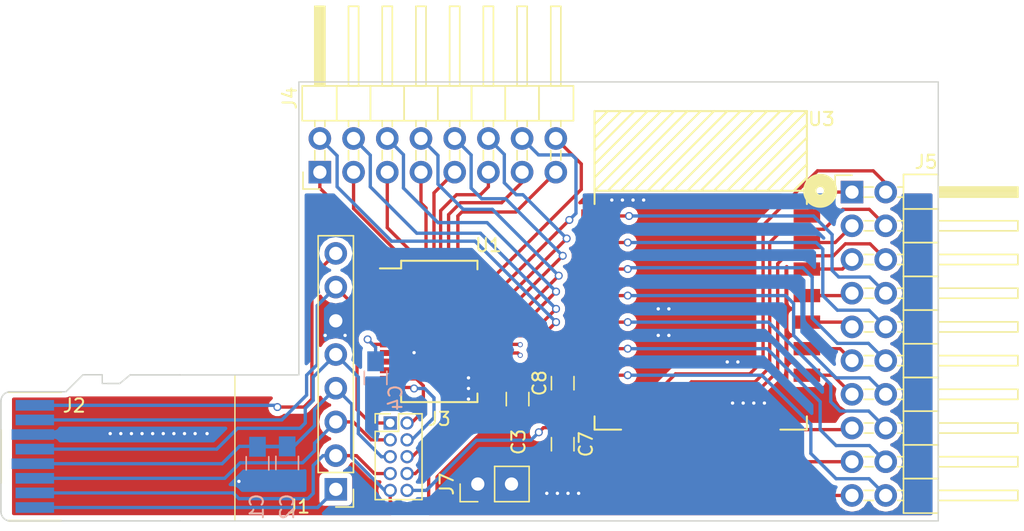
<source format=kicad_pcb>
(kicad_pcb (version 4) (host pcbnew 4.0.5+dfsg1-4~bpo8+1)

  (general
    (links 113)
    (no_connects 2)
    (area 114.317844 79.949999 185.050001 113.130001)
    (thickness 1.6)
    (drawings 28)
    (tracks 333)
    (zones 0)
    (modules 51)
    (nets 52)
  )

  (page A4)
  (layers
    (0 F.Cu signal)
    (31 B.Cu signal)
    (32 B.Adhes user)
    (33 F.Adhes user)
    (34 B.Paste user)
    (35 F.Paste user)
    (36 B.SilkS user)
    (37 F.SilkS user)
    (38 B.Mask user)
    (39 F.Mask user)
    (40 Dwgs.User user)
    (41 Cmts.User user)
    (42 Eco1.User user)
    (43 Eco2.User user)
    (44 Edge.Cuts user)
    (45 Margin user)
    (46 B.CrtYd user)
    (47 F.CrtYd user)
    (48 B.Fab user hide)
    (49 F.Fab user hide)
  )

  (setup
    (last_trace_width 0.25)
    (trace_clearance 0.2)
    (zone_clearance 0.381)
    (zone_45_only no)
    (trace_min 0.2)
    (segment_width 0.2)
    (edge_width 0.1)
    (via_size 0.6)
    (via_drill 0.4)
    (via_min_size 0.4)
    (via_min_drill 0.3)
    (uvia_size 0.3)
    (uvia_drill 0.1)
    (uvias_allowed no)
    (uvia_min_size 0.2)
    (uvia_min_drill 0.1)
    (pcb_text_width 0.3)
    (pcb_text_size 1.5 1.5)
    (mod_edge_width 0.15)
    (mod_text_size 1 1)
    (mod_text_width 0.15)
    (pad_size 0.381 0.381)
    (pad_drill 0.254)
    (pad_to_mask_clearance 0)
    (aux_axis_origin 0 0)
    (visible_elements FFFEFF7F)
    (pcbplotparams
      (layerselection 0x00030_80000001)
      (usegerberextensions false)
      (excludeedgelayer true)
      (linewidth 0.100000)
      (plotframeref false)
      (viasonmask false)
      (mode 1)
      (useauxorigin false)
      (hpglpennumber 1)
      (hpglpenspeed 20)
      (hpglpendiameter 15)
      (hpglpenoverlay 2)
      (psnegative false)
      (psa4output false)
      (plotreference true)
      (plotvalue true)
      (plotinvisibletext false)
      (padsonsilk false)
      (subtractmaskfromsilk false)
      (outputformat 1)
      (mirror false)
      (drillshape 1)
      (scaleselection 1)
      (outputdirectory ""))
  )

  (net 0 "")
  (net 1 GND)
  (net 2 /NC)
  (net 3 //CS)
  (net 4 /DI)
  (net 5 /CLK)
  (net 6 /DO)
  (net 7 /RSV)
  (net 8 /GB0)
  (net 9 /GB1)
  (net 10 /GC1)
  (net 11 /GC3)
  (net 12 /GC0)
  (net 13 /GA4)
  (net 14 /GE0)
  (net 15 /GA3)
  (net 16 /GA0)
  (net 17 /GA1)
  (net 18 /GA5)
  (net 19 /GC4)
  (net 20 /GA2)
  (net 21 /GE2)
  (net 22 /GE3)
  (net 23 /GE1)
  (net 24 /GE4)
  (net 25 /CHIP-EN)
  (net 26 /GC5)
  (net 27 /GC2)
  (net 28 VDD)
  (net 29 /MCP_DO)
  (net 30 /MCP_DI)
  (net 31 /MCP_CLK)
  (net 32 /MCP_/CS)
  (net 33 "Net-(J4-Pad2)")
  (net 34 "Net-(J4-Pad4)")
  (net 35 "Net-(J4-Pad6)")
  (net 36 "Net-(J4-Pad8)")
  (net 37 "Net-(J6-Pad1)")
  (net 38 "Net-(J8-Pad1)")
  (net 39 /Vdd_Wifi)
  (net 40 /GPB0)
  (net 41 /GPB1)
  (net 42 /GPB2)
  (net 43 /GPB3)
  (net 44 /GPB4)
  (net 45 "Net-(J4-Pad10)")
  (net 46 /GPB5)
  (net 47 "Net-(J4-Pad12)")
  (net 48 /GPB6)
  (net 49 "Net-(J4-Pad14)")
  (net 50 /GPB7)
  (net 51 "Net-(J4-Pad16)")

  (net_class Default "This is the default net class."
    (clearance 0.2)
    (trace_width 0.25)
    (via_dia 0.6)
    (via_drill 0.4)
    (uvia_dia 0.3)
    (uvia_drill 0.1)
    (add_net //CS)
    (add_net /CHIP-EN)
    (add_net /CLK)
    (add_net /DI)
    (add_net /DO)
    (add_net /GA0)
    (add_net /GA1)
    (add_net /GA2)
    (add_net /GA3)
    (add_net /GA4)
    (add_net /GA5)
    (add_net /GB0)
    (add_net /GB1)
    (add_net /GC0)
    (add_net /GC1)
    (add_net /GC2)
    (add_net /GC3)
    (add_net /GC4)
    (add_net /GC5)
    (add_net /GE0)
    (add_net /GE1)
    (add_net /GE2)
    (add_net /GE3)
    (add_net /GE4)
    (add_net /GPB0)
    (add_net /GPB1)
    (add_net /GPB2)
    (add_net /GPB3)
    (add_net /GPB4)
    (add_net /GPB5)
    (add_net /GPB6)
    (add_net /GPB7)
    (add_net /MCP_/CS)
    (add_net /MCP_CLK)
    (add_net /MCP_DI)
    (add_net /MCP_DO)
    (add_net /NC)
    (add_net /RSV)
    (add_net /Vdd_Wifi)
    (add_net GND)
    (add_net "Net-(J4-Pad10)")
    (add_net "Net-(J4-Pad12)")
    (add_net "Net-(J4-Pad14)")
    (add_net "Net-(J4-Pad16)")
    (add_net "Net-(J4-Pad2)")
    (add_net "Net-(J4-Pad4)")
    (add_net "Net-(J4-Pad6)")
    (add_net "Net-(J4-Pad8)")
    (add_net "Net-(J6-Pad1)")
    (add_net "Net-(J8-Pad1)")
    (add_net VDD)
  )

  (module Via:10mil_Via (layer F.Cu) (tedit 59B341DF) (tstamp 59C1E5FE)
    (at 145.5 100.4)
    (fp_text reference REF** (at 0 0.5) (layer F.SilkS) hide
      (effects (font (size 1 1) (thickness 0.15)))
    )
    (fp_text value Vias (at 0 -0.5) (layer F.Fab) hide
      (effects (font (size 1 1) (thickness 0.15)))
    )
    (pad 1 thru_hole circle (at 0 0) (size 0.381 0.381) (drill 0.254) (layers *.Cu *.Mask)
      (net 1 GND))
  )

  (module Via:10mil_Via (layer F.Cu) (tedit 59B341DF) (tstamp 59C1E5FA)
    (at 155.5 111)
    (fp_text reference REF** (at 0 0.5) (layer F.SilkS) hide
      (effects (font (size 1 1) (thickness 0.15)))
    )
    (fp_text value Vias (at 0 -0.5) (layer F.Fab) hide
      (effects (font (size 1 1) (thickness 0.15)))
    )
    (pad 1 thru_hole circle (at 0 0) (size 0.381 0.381) (drill 0.254) (layers *.Cu *.Mask)
      (net 1 GND))
  )

  (module Via:10mil_Via (layer F.Cu) (tedit 59B341DF) (tstamp 59C1E5F6)
    (at 156.3 111)
    (fp_text reference REF** (at 0 0.5) (layer F.SilkS) hide
      (effects (font (size 1 1) (thickness 0.15)))
    )
    (fp_text value Vias (at 0 -0.5) (layer F.Fab) hide
      (effects (font (size 1 1) (thickness 0.15)))
    )
    (pad 1 thru_hole circle (at 0 0) (size 0.381 0.381) (drill 0.254) (layers *.Cu *.Mask)
      (net 1 GND))
  )

  (module Via:10mil_Via (layer F.Cu) (tedit 59B341DF) (tstamp 59C1E5F2)
    (at 157.1 111)
    (fp_text reference REF** (at 0 0.5) (layer F.SilkS) hide
      (effects (font (size 1 1) (thickness 0.15)))
    )
    (fp_text value Vias (at 0 -0.5) (layer F.Fab) hide
      (effects (font (size 1 1) (thickness 0.15)))
    )
    (pad 1 thru_hole circle (at 0 0) (size 0.381 0.381) (drill 0.254) (layers *.Cu *.Mask)
      (net 1 GND))
  )

  (module Via:10mil_Via (layer F.Cu) (tedit 59B341DF) (tstamp 59C1E5EE)
    (at 157.9 111)
    (fp_text reference REF** (at 0 0.5) (layer F.SilkS) hide
      (effects (font (size 1 1) (thickness 0.15)))
    )
    (fp_text value Vias (at 0 -0.5) (layer F.Fab) hide
      (effects (font (size 1 1) (thickness 0.15)))
    )
    (pad 1 thru_hole circle (at 0 0) (size 0.381 0.381) (drill 0.254) (layers *.Cu *.Mask)
      (net 1 GND))
  )

  (module Via:10mil_Via (layer F.Cu) (tedit 59B341DF) (tstamp 59C1E5EA)
    (at 171.1 104.2)
    (fp_text reference REF** (at 0 0.5) (layer F.SilkS) hide
      (effects (font (size 1 1) (thickness 0.15)))
    )
    (fp_text value Vias (at 0 -0.5) (layer F.Fab) hide
      (effects (font (size 1 1) (thickness 0.15)))
    )
    (pad 1 thru_hole circle (at 0 0) (size 0.381 0.381) (drill 0.254) (layers *.Cu *.Mask)
      (net 1 GND))
  )

  (module Via:10mil_Via (layer F.Cu) (tedit 59B341DF) (tstamp 59C1E5E6)
    (at 171.9 104.2)
    (fp_text reference REF** (at 0 0.5) (layer F.SilkS) hide
      (effects (font (size 1 1) (thickness 0.15)))
    )
    (fp_text value Vias (at 0 -0.5) (layer F.Fab) hide
      (effects (font (size 1 1) (thickness 0.15)))
    )
    (pad 1 thru_hole circle (at 0 0) (size 0.381 0.381) (drill 0.254) (layers *.Cu *.Mask)
      (net 1 GND))
  )

  (module Via:10mil_Via (layer F.Cu) (tedit 59B341DF) (tstamp 59BEF71F)
    (at 169.5 104.2)
    (fp_text reference REF** (at 0 0.5) (layer F.SilkS) hide
      (effects (font (size 1 1) (thickness 0.15)))
    )
    (fp_text value Vias (at 0 -0.5) (layer F.Fab) hide
      (effects (font (size 1 1) (thickness 0.15)))
    )
    (pad 1 thru_hole circle (at 0 0) (size 0.381 0.381) (drill 0.254) (layers *.Cu *.Mask)
      (net 1 GND))
  )

  (module Via:10mil_Via (layer F.Cu) (tedit 59B341DF) (tstamp 59BEF71B)
    (at 170.3 104.2)
    (fp_text reference REF** (at 0 0.5) (layer F.SilkS) hide
      (effects (font (size 1 1) (thickness 0.15)))
    )
    (fp_text value Vias (at 0 -0.5) (layer F.Fab) hide
      (effects (font (size 1 1) (thickness 0.15)))
    )
    (pad 1 thru_hole circle (at 0 0) (size 0.381 0.381) (drill 0.254) (layers *.Cu *.Mask)
      (net 1 GND))
  )

  (module Via:10mil_Via (layer F.Cu) (tedit 59B341DF) (tstamp 59BEF717)
    (at 160.4 88.9)
    (fp_text reference REF** (at 0 0.5) (layer F.SilkS) hide
      (effects (font (size 1 1) (thickness 0.15)))
    )
    (fp_text value Vias (at 0 -0.5) (layer F.Fab) hide
      (effects (font (size 1 1) (thickness 0.15)))
    )
    (pad 1 thru_hole circle (at 0 0) (size 0.381 0.381) (drill 0.254) (layers *.Cu *.Mask)
      (net 1 GND))
  )

  (module Via:10mil_Via (layer F.Cu) (tedit 59B341DF) (tstamp 59BEF713)
    (at 161.2 88.9)
    (fp_text reference REF** (at 0 0.5) (layer F.SilkS) hide
      (effects (font (size 1 1) (thickness 0.15)))
    )
    (fp_text value Vias (at 0 -0.5) (layer F.Fab) hide
      (effects (font (size 1 1) (thickness 0.15)))
    )
    (pad 1 thru_hole circle (at 0 0) (size 0.381 0.381) (drill 0.254) (layers *.Cu *.Mask)
      (net 1 GND))
  )

  (module Via:10mil_Via (layer F.Cu) (tedit 59B341DF) (tstamp 59BEF70F)
    (at 162 88.9)
    (fp_text reference REF** (at 0 0.5) (layer F.SilkS) hide
      (effects (font (size 1 1) (thickness 0.15)))
    )
    (fp_text value Vias (at 0 -0.5) (layer F.Fab) hide
      (effects (font (size 1 1) (thickness 0.15)))
    )
    (pad 1 thru_hole circle (at 0 0) (size 0.381 0.381) (drill 0.254) (layers *.Cu *.Mask)
      (net 1 GND))
  )

  (module Via:10mil_Via (layer F.Cu) (tedit 59B341DF) (tstamp 59BEF70B)
    (at 162.8 88.9)
    (fp_text reference REF** (at 0 0.5) (layer F.SilkS) hide
      (effects (font (size 1 1) (thickness 0.15)))
    )
    (fp_text value Vias (at 0 -0.5) (layer F.Fab) hide
      (effects (font (size 1 1) (thickness 0.15)))
    )
    (pad 1 thru_hole circle (at 0 0) (size 0.381 0.381) (drill 0.254) (layers *.Cu *.Mask)
      (net 1 GND))
  )

  (module Via:10mil_Via (layer F.Cu) (tedit 59B341DF) (tstamp 59BEF707)
    (at 169.1 101.1)
    (fp_text reference REF** (at 0 0.5) (layer F.SilkS) hide
      (effects (font (size 1 1) (thickness 0.15)))
    )
    (fp_text value Vias (at 0 -0.5) (layer F.Fab) hide
      (effects (font (size 1 1) (thickness 0.15)))
    )
    (pad 1 thru_hole circle (at 0 0) (size 0.381 0.381) (drill 0.254) (layers *.Cu *.Mask)
      (net 1 GND))
  )

  (module Via:10mil_Via (layer F.Cu) (tedit 59B341DF) (tstamp 59BEF703)
    (at 169.9 101.1)
    (fp_text reference REF** (at 0 0.5) (layer F.SilkS) hide
      (effects (font (size 1 1) (thickness 0.15)))
    )
    (fp_text value Vias (at 0 -0.5) (layer F.Fab) hide
      (effects (font (size 1 1) (thickness 0.15)))
    )
    (pad 1 thru_hole circle (at 0 0) (size 0.381 0.381) (drill 0.254) (layers *.Cu *.Mask)
      (net 1 GND))
  )

  (module Via:10mil_Via (layer F.Cu) (tedit 59B341DF) (tstamp 59BEF6FF)
    (at 163.9 99.1)
    (fp_text reference REF** (at 0 0.5) (layer F.SilkS) hide
      (effects (font (size 1 1) (thickness 0.15)))
    )
    (fp_text value Vias (at 0 -0.5) (layer F.Fab) hide
      (effects (font (size 1 1) (thickness 0.15)))
    )
    (pad 1 thru_hole circle (at 0 0) (size 0.381 0.381) (drill 0.254) (layers *.Cu *.Mask)
      (net 1 GND))
  )

  (module Via:10mil_Via (layer F.Cu) (tedit 59B341DF) (tstamp 59BEF6FB)
    (at 164.7 99.1)
    (fp_text reference REF** (at 0 0.5) (layer F.SilkS) hide
      (effects (font (size 1 1) (thickness 0.15)))
    )
    (fp_text value Vias (at 0 -0.5) (layer F.Fab) hide
      (effects (font (size 1 1) (thickness 0.15)))
    )
    (pad 1 thru_hole circle (at 0 0) (size 0.381 0.381) (drill 0.254) (layers *.Cu *.Mask)
      (net 1 GND))
  )

  (module Via:10mil_Via (layer F.Cu) (tedit 59B341DF) (tstamp 59BEF6F7)
    (at 163.9 97.1)
    (fp_text reference REF** (at 0 0.5) (layer F.SilkS) hide
      (effects (font (size 1 1) (thickness 0.15)))
    )
    (fp_text value Vias (at 0 -0.5) (layer F.Fab) hide
      (effects (font (size 1 1) (thickness 0.15)))
    )
    (pad 1 thru_hole circle (at 0 0) (size 0.381 0.381) (drill 0.254) (layers *.Cu *.Mask)
      (net 1 GND))
  )

  (module Via:10mil_Via (layer F.Cu) (tedit 59B341DF) (tstamp 59BEF6F3)
    (at 164.7 97.1)
    (fp_text reference REF** (at 0 0.5) (layer F.SilkS) hide
      (effects (font (size 1 1) (thickness 0.15)))
    )
    (fp_text value Vias (at 0 -0.5) (layer F.Fab) hide
      (effects (font (size 1 1) (thickness 0.15)))
    )
    (pad 1 thru_hole circle (at 0 0) (size 0.381 0.381) (drill 0.254) (layers *.Cu *.Mask)
      (net 1 GND))
  )

  (module Via:10mil_Via (layer F.Cu) (tedit 59B341DF) (tstamp 59BEF6E3)
    (at 149.6 103.9 90)
    (fp_text reference REF** (at 0 0.5 90) (layer F.SilkS) hide
      (effects (font (size 1 1) (thickness 0.15)))
    )
    (fp_text value Vias (at 0 -0.5 90) (layer F.Fab) hide
      (effects (font (size 1 1) (thickness 0.15)))
    )
    (pad 1 thru_hole circle (at 0 0 90) (size 0.381 0.381) (drill 0.254) (layers *.Cu *.Mask)
      (net 1 GND))
  )

  (module Via:10mil_Via (layer F.Cu) (tedit 59B341DF) (tstamp 59BEF6DF)
    (at 149.6 103.1 90)
    (fp_text reference REF** (at 0 0.5 90) (layer F.SilkS) hide
      (effects (font (size 1 1) (thickness 0.15)))
    )
    (fp_text value Vias (at 0 -0.5 90) (layer F.Fab) hide
      (effects (font (size 1 1) (thickness 0.15)))
    )
    (pad 1 thru_hole circle (at 0 0 90) (size 0.381 0.381) (drill 0.254) (layers *.Cu *.Mask)
      (net 1 GND))
  )

  (module Via:10mil_Via (layer F.Cu) (tedit 59B341DF) (tstamp 59BEF6DB)
    (at 149.6 102.3 90)
    (fp_text reference REF** (at 0 0.5 90) (layer F.SilkS) hide
      (effects (font (size 1 1) (thickness 0.15)))
    )
    (fp_text value Vias (at 0 -0.5 90) (layer F.Fab) hide
      (effects (font (size 1 1) (thickness 0.15)))
    )
    (pad 1 thru_hole circle (at 0 0 90) (size 0.381 0.381) (drill 0.254) (layers *.Cu *.Mask)
      (net 1 GND))
  )

  (module Via:10mil_Via (layer F.Cu) (tedit 59B341DF) (tstamp 59BEF6D7)
    (at 124.2 106.5)
    (fp_text reference REF** (at 0 0.5) (layer F.SilkS) hide
      (effects (font (size 1 1) (thickness 0.15)))
    )
    (fp_text value Vias (at 0 -0.5) (layer F.Fab) hide
      (effects (font (size 1 1) (thickness 0.15)))
    )
    (pad 1 thru_hole circle (at 0 0) (size 0.381 0.381) (drill 0.254) (layers *.Cu *.Mask)
      (net 1 GND))
  )

  (module Via:10mil_Via (layer F.Cu) (tedit 59B341DF) (tstamp 59BEF6D3)
    (at 125 106.5)
    (fp_text reference REF** (at 0 0.5) (layer F.SilkS) hide
      (effects (font (size 1 1) (thickness 0.15)))
    )
    (fp_text value Vias (at 0 -0.5) (layer F.Fab) hide
      (effects (font (size 1 1) (thickness 0.15)))
    )
    (pad 1 thru_hole circle (at 0 0) (size 0.381 0.381) (drill 0.254) (layers *.Cu *.Mask)
      (net 1 GND))
  )

  (module Via:10mil_Via (layer F.Cu) (tedit 59B341DF) (tstamp 59BEF6CF)
    (at 123.4 106.5)
    (fp_text reference REF** (at 0 0.5) (layer F.SilkS) hide
      (effects (font (size 1 1) (thickness 0.15)))
    )
    (fp_text value Vias (at 0 -0.5) (layer F.Fab) hide
      (effects (font (size 1 1) (thickness 0.15)))
    )
    (pad 1 thru_hole circle (at 0 0) (size 0.381 0.381) (drill 0.254) (layers *.Cu *.Mask)
      (net 1 GND))
  )

  (module Via:10mil_Via (layer F.Cu) (tedit 59B341DF) (tstamp 59BEF6CB)
    (at 122.6 106.5)
    (fp_text reference REF** (at 0 0.5) (layer F.SilkS) hide
      (effects (font (size 1 1) (thickness 0.15)))
    )
    (fp_text value Vias (at 0 -0.5) (layer F.Fab) hide
      (effects (font (size 1 1) (thickness 0.15)))
    )
    (pad 1 thru_hole circle (at 0 0) (size 0.381 0.381) (drill 0.254) (layers *.Cu *.Mask)
      (net 1 GND))
  )

  (module Via:10mil_Via (layer F.Cu) (tedit 59B341DF) (tstamp 59BEF6C7)
    (at 125.8 106.5)
    (fp_text reference REF** (at 0 0.5) (layer F.SilkS) hide
      (effects (font (size 1 1) (thickness 0.15)))
    )
    (fp_text value Vias (at 0 -0.5) (layer F.Fab) hide
      (effects (font (size 1 1) (thickness 0.15)))
    )
    (pad 1 thru_hole circle (at 0 0) (size 0.381 0.381) (drill 0.254) (layers *.Cu *.Mask)
      (net 1 GND))
  )

  (module Via:10mil_Via (layer F.Cu) (tedit 59B341DF) (tstamp 59BEF6C3)
    (at 126.6 106.5)
    (fp_text reference REF** (at 0 0.5) (layer F.SilkS) hide
      (effects (font (size 1 1) (thickness 0.15)))
    )
    (fp_text value Vias (at 0 -0.5) (layer F.Fab) hide
      (effects (font (size 1 1) (thickness 0.15)))
    )
    (pad 1 thru_hole circle (at 0 0) (size 0.381 0.381) (drill 0.254) (layers *.Cu *.Mask)
      (net 1 GND))
  )

  (module Via:10mil_Via (layer F.Cu) (tedit 59B341DF) (tstamp 59BEF6BF)
    (at 128.2 106.5)
    (fp_text reference REF** (at 0 0.5) (layer F.SilkS) hide
      (effects (font (size 1 1) (thickness 0.15)))
    )
    (fp_text value Vias (at 0 -0.5) (layer F.Fab) hide
      (effects (font (size 1 1) (thickness 0.15)))
    )
    (pad 1 thru_hole circle (at 0 0) (size 0.381 0.381) (drill 0.254) (layers *.Cu *.Mask)
      (net 1 GND))
  )

  (module Via:10mil_Via (layer F.Cu) (tedit 59B341DF) (tstamp 59BEF6BB)
    (at 127.4 106.5)
    (fp_text reference REF** (at 0 0.5) (layer F.SilkS) hide
      (effects (font (size 1 1) (thickness 0.15)))
    )
    (fp_text value Vias (at 0 -0.5) (layer F.Fab) hide
      (effects (font (size 1 1) (thickness 0.15)))
    )
    (pad 1 thru_hole circle (at 0 0) (size 0.381 0.381) (drill 0.254) (layers *.Cu *.Mask)
      (net 1 GND))
  )

  (module Via:10mil_Via (layer F.Cu) (tedit 59B341DF) (tstamp 59BEF6B7)
    (at 138.8 99.1)
    (fp_text reference REF** (at 0 0.5) (layer F.SilkS) hide
      (effects (font (size 1 1) (thickness 0.15)))
    )
    (fp_text value Vias (at 0 -0.5) (layer F.Fab) hide
      (effects (font (size 1 1) (thickness 0.15)))
    )
    (pad 1 thru_hole circle (at 0 0) (size 0.381 0.381) (drill 0.254) (layers *.Cu *.Mask)
      (net 1 GND))
  )

  (module Via:10mil_Via (layer F.Cu) (tedit 59B341DF) (tstamp 59BEF6B3)
    (at 132.3 110.1)
    (fp_text reference REF** (at 0 0.5) (layer F.SilkS) hide
      (effects (font (size 1 1) (thickness 0.15)))
    )
    (fp_text value Vias (at 0 -0.5) (layer F.Fab) hide
      (effects (font (size 1 1) (thickness 0.15)))
    )
    (pad 1 thru_hole circle (at 0 0) (size 0.381 0.381) (drill 0.254) (layers *.Cu *.Mask)
      (net 1 GND))
  )

  (module Via:10mil_Via (layer F.Cu) (tedit 59B341DF) (tstamp 59BEF6AF)
    (at 140.3 99.1)
    (fp_text reference REF** (at 0 0.5) (layer F.SilkS) hide
      (effects (font (size 1 1) (thickness 0.15)))
    )
    (fp_text value Vias (at 0 -0.5) (layer F.Fab) hide
      (effects (font (size 1 1) (thickness 0.15)))
    )
    (pad 1 thru_hole circle (at 0 0) (size 0.381 0.381) (drill 0.254) (layers *.Cu *.Mask)
      (net 1 GND))
  )

  (module Via:10mil_Via (layer F.Cu) (tedit 59B341DF) (tstamp 59BEF683)
    (at 129 106.5)
    (fp_text reference REF** (at 0 0.5) (layer F.SilkS) hide
      (effects (font (size 1 1) (thickness 0.15)))
    )
    (fp_text value Vias (at 0 -0.5) (layer F.Fab) hide
      (effects (font (size 1 1) (thickness 0.15)))
    )
    (pad 1 thru_hole circle (at 0 0) (size 0.381 0.381) (drill 0.254) (layers *.Cu *.Mask)
      (net 1 GND))
  )

  (module Via:10mil_Via (layer F.Cu) (tedit 59B341DF) (tstamp 59BEF67F)
    (at 129.9 106.5)
    (fp_text reference REF** (at 0 0.5) (layer F.SilkS) hide
      (effects (font (size 1 1) (thickness 0.15)))
    )
    (fp_text value Vias (at 0 -0.5) (layer F.Fab) hide
      (effects (font (size 1 1) (thickness 0.15)))
    )
    (pad 1 thru_hole circle (at 0 0) (size 0.381 0.381) (drill 0.254) (layers *.Cu *.Mask)
      (net 1 GND))
  )

  (module modules:PADI_IoT_Stamp (layer F.Cu) (tedit 59B081AF) (tstamp 59AF561A)
    (at 159.1 106.2)
    (path /59AF4257)
    (fp_text reference U3 (at 17.1 -23.4) (layer F.SilkS)
      (effects (font (size 1 1) (thickness 0.15)))
    )
    (fp_text value PADI_IoT_Stamp (at 5 -27) (layer F.Fab)
      (effects (font (size 1 1) (thickness 0.15)))
    )
    (fp_circle (center 17 -18) (end 17.2 -17.8) (layer F.SilkS) (width 1))
    (fp_line (start 0 -17) (end 0 -24) (layer F.SilkS) (width 0.15))
    (fp_line (start 0 0) (end 0 -1) (layer F.SilkS) (width 0.15))
    (fp_line (start 2 0) (end 0 0) (layer F.SilkS) (width 0.15))
    (fp_line (start 16 0) (end 14 0) (layer F.SilkS) (width 0.15))
    (fp_line (start 16 -17) (end 16 -24) (layer F.SilkS) (width 0.15))
    (fp_line (start 16 0) (end 16 -1) (layer F.SilkS) (width 0.15))
    (fp_line (start 1 -24) (end 0 -23) (layer F.SilkS) (width 0.15))
    (fp_line (start 2 -24) (end 0 -22) (layer F.SilkS) (width 0.15))
    (fp_line (start 3 -24) (end 0 -21) (layer F.SilkS) (width 0.15))
    (fp_line (start 4 -24) (end 0 -20) (layer F.SilkS) (width 0.15))
    (fp_line (start 5 -24) (end 0 -19) (layer F.SilkS) (width 0.15))
    (fp_line (start 6 -24) (end 0 -18) (layer F.SilkS) (width 0.15))
    (fp_line (start 1 -18) (end 7 -24) (layer F.SilkS) (width 0.15))
    (fp_line (start 8 -24) (end 2 -18) (layer F.SilkS) (width 0.15))
    (fp_line (start 9 -24) (end 3 -18) (layer F.SilkS) (width 0.15))
    (fp_line (start 4 -18) (end 10 -24) (layer F.SilkS) (width 0.15))
    (fp_line (start 11 -24) (end 5 -18) (layer F.SilkS) (width 0.15))
    (fp_line (start 6 -18) (end 12 -24) (layer F.SilkS) (width 0.15))
    (fp_line (start 13 -24) (end 7 -18) (layer F.SilkS) (width 0.15))
    (fp_line (start 14 -24) (end 8 -18) (layer F.SilkS) (width 0.15))
    (fp_line (start 15 -24) (end 9 -18) (layer F.SilkS) (width 0.15))
    (fp_line (start 16 -24) (end 10 -18) (layer F.SilkS) (width 0.15))
    (fp_line (start 16 -19) (end 15 -18) (layer F.SilkS) (width 0.15))
    (fp_line (start 16 -23) (end 11 -18) (layer F.SilkS) (width 0.15))
    (fp_line (start 16 -22) (end 12 -18) (layer F.SilkS) (width 0.15))
    (fp_line (start 16 -21) (end 13 -18) (layer F.SilkS) (width 0.15))
    (fp_line (start 16 -20) (end 14 -18) (layer F.SilkS) (width 0.15))
    (fp_line (start 16 -18) (end 0 -18) (layer F.SilkS) (width 0.15))
    (fp_line (start 0 -24) (end 16 -24) (layer F.SilkS) (width 0.15))
    (pad 15 smd rect (at 0 -2.1 180) (size 2 1) (layers F.Cu F.Paste F.Mask)
      (net 39 /Vdd_Wifi))
    (pad 17 smd rect (at 0 -6.1 180) (size 2 1) (layers F.Cu F.Paste F.Mask)
      (net 22 /GE3))
    (pad 16 smd rect (at 0 -4.1 180) (size 2 1) (layers F.Cu F.Paste F.Mask)
      (net 21 /GE2))
    (pad 19 smd rect (at 0 -10.1 180) (size 2 1) (layers F.Cu F.Paste F.Mask)
      (net 24 /GE4))
    (pad 18 smd rect (at 0 -8.1 180) (size 2 1) (layers F.Cu F.Paste F.Mask)
      (net 23 /GE1))
    (pad 20 smd rect (at 0 -12.1 180) (size 2 1) (layers F.Cu F.Paste F.Mask)
      (net 25 /CHIP-EN))
    (pad 21 smd rect (at 0 -14.1 180) (size 2 1) (layers F.Cu F.Paste F.Mask)
      (net 26 /GC5))
    (pad 22 smd rect (at 0 -16.1 180) (size 2 1) (layers F.Cu F.Paste F.Mask)
      (net 27 /GC2))
    (pad 14 smd rect (at 3 0 180) (size 1 2) (layers F.Cu F.Paste F.Mask)
      (net 18 /GA5))
    (pad 13 smd rect (at 5 0 180) (size 1 2) (layers F.Cu F.Paste F.Mask)
      (net 19 /GC4))
    (pad 12 smd rect (at 7 0 180) (size 1 2) (layers F.Cu F.Paste F.Mask)
      (net 20 /GA2))
    (pad 11 smd rect (at 9 0 180) (size 1 2) (layers F.Cu F.Paste F.Mask)
      (net 17 /GA1))
    (pad 10 smd rect (at 11 0 180) (size 1 2) (layers F.Cu F.Paste F.Mask)
      (net 16 /GA0))
    (pad 9 smd rect (at 13 0 180) (size 1 2) (layers F.Cu F.Paste F.Mask)
      (net 15 /GA3))
    (pad 1 smd rect (at 16 -16.1 180) (size 2 1) (layers F.Cu F.Paste F.Mask)
      (net 8 /GB0))
    (pad 2 smd rect (at 16 -14.1 180) (size 2 1) (layers F.Cu F.Paste F.Mask)
      (net 9 /GB1))
    (pad 3 smd rect (at 16 -12.1 180) (size 2 1) (layers F.Cu F.Paste F.Mask)
      (net 10 /GC1))
    (pad 5 smd rect (at 16 -8.1 180) (size 2 1) (layers F.Cu F.Paste F.Mask)
      (net 12 /GC0))
    (pad 4 smd rect (at 16 -10.1 180) (size 2 1) (layers F.Cu F.Paste F.Mask)
      (net 11 /GC3))
    (pad 7 smd rect (at 16 -4.1 180) (size 2 1) (layers F.Cu F.Paste F.Mask)
      (net 14 /GE0))
    (pad 6 smd rect (at 16 -6.1 180) (size 2 1) (layers F.Cu F.Paste F.Mask)
      (net 13 /GA4))
    (pad 8 smd rect (at 16 -2.1 180) (size 2 1) (layers F.Cu F.Paste F.Mask)
      (net 1 GND))
    (pad 23 smd rect (at 8 -8 180) (size 5 5) (layers F.Cu F.Paste F.Mask)
      (net 1 GND))
  )

  (module Pin_Headers:Pin_Header_Angled_2x08_Pitch2.54mm (layer F.Cu) (tedit 58CD4EC5) (tstamp 59B3299B)
    (at 138.4 86.8 90)
    (descr "Through hole angled pin header, 2x08, 2.54mm pitch, 6mm pin length, double rows")
    (tags "Through hole angled pin header THT 2x08 2.54mm double row")
    (path /59B32DE5)
    (fp_text reference J4 (at 5.585 -2.27 90) (layer F.SilkS)
      (effects (font (size 1 1) (thickness 0.15)))
    )
    (fp_text value CONN_02X08 (at 5.585 20.05 90) (layer F.Fab)
      (effects (font (size 1 1) (thickness 0.15)))
    )
    (fp_line (start 3.94 -1.27) (end 3.94 1.27) (layer F.Fab) (width 0.1))
    (fp_line (start 3.94 1.27) (end 6.44 1.27) (layer F.Fab) (width 0.1))
    (fp_line (start 6.44 1.27) (end 6.44 -1.27) (layer F.Fab) (width 0.1))
    (fp_line (start 6.44 -1.27) (end 3.94 -1.27) (layer F.Fab) (width 0.1))
    (fp_line (start 0 -0.32) (end 0 0.32) (layer F.Fab) (width 0.1))
    (fp_line (start 0 0.32) (end 12.44 0.32) (layer F.Fab) (width 0.1))
    (fp_line (start 12.44 0.32) (end 12.44 -0.32) (layer F.Fab) (width 0.1))
    (fp_line (start 12.44 -0.32) (end 0 -0.32) (layer F.Fab) (width 0.1))
    (fp_line (start 3.94 1.27) (end 3.94 3.81) (layer F.Fab) (width 0.1))
    (fp_line (start 3.94 3.81) (end 6.44 3.81) (layer F.Fab) (width 0.1))
    (fp_line (start 6.44 3.81) (end 6.44 1.27) (layer F.Fab) (width 0.1))
    (fp_line (start 6.44 1.27) (end 3.94 1.27) (layer F.Fab) (width 0.1))
    (fp_line (start 0 2.22) (end 0 2.86) (layer F.Fab) (width 0.1))
    (fp_line (start 0 2.86) (end 12.44 2.86) (layer F.Fab) (width 0.1))
    (fp_line (start 12.44 2.86) (end 12.44 2.22) (layer F.Fab) (width 0.1))
    (fp_line (start 12.44 2.22) (end 0 2.22) (layer F.Fab) (width 0.1))
    (fp_line (start 3.94 3.81) (end 3.94 6.35) (layer F.Fab) (width 0.1))
    (fp_line (start 3.94 6.35) (end 6.44 6.35) (layer F.Fab) (width 0.1))
    (fp_line (start 6.44 6.35) (end 6.44 3.81) (layer F.Fab) (width 0.1))
    (fp_line (start 6.44 3.81) (end 3.94 3.81) (layer F.Fab) (width 0.1))
    (fp_line (start 0 4.76) (end 0 5.4) (layer F.Fab) (width 0.1))
    (fp_line (start 0 5.4) (end 12.44 5.4) (layer F.Fab) (width 0.1))
    (fp_line (start 12.44 5.4) (end 12.44 4.76) (layer F.Fab) (width 0.1))
    (fp_line (start 12.44 4.76) (end 0 4.76) (layer F.Fab) (width 0.1))
    (fp_line (start 3.94 6.35) (end 3.94 8.89) (layer F.Fab) (width 0.1))
    (fp_line (start 3.94 8.89) (end 6.44 8.89) (layer F.Fab) (width 0.1))
    (fp_line (start 6.44 8.89) (end 6.44 6.35) (layer F.Fab) (width 0.1))
    (fp_line (start 6.44 6.35) (end 3.94 6.35) (layer F.Fab) (width 0.1))
    (fp_line (start 0 7.3) (end 0 7.94) (layer F.Fab) (width 0.1))
    (fp_line (start 0 7.94) (end 12.44 7.94) (layer F.Fab) (width 0.1))
    (fp_line (start 12.44 7.94) (end 12.44 7.3) (layer F.Fab) (width 0.1))
    (fp_line (start 12.44 7.3) (end 0 7.3) (layer F.Fab) (width 0.1))
    (fp_line (start 3.94 8.89) (end 3.94 11.43) (layer F.Fab) (width 0.1))
    (fp_line (start 3.94 11.43) (end 6.44 11.43) (layer F.Fab) (width 0.1))
    (fp_line (start 6.44 11.43) (end 6.44 8.89) (layer F.Fab) (width 0.1))
    (fp_line (start 6.44 8.89) (end 3.94 8.89) (layer F.Fab) (width 0.1))
    (fp_line (start 0 9.84) (end 0 10.48) (layer F.Fab) (width 0.1))
    (fp_line (start 0 10.48) (end 12.44 10.48) (layer F.Fab) (width 0.1))
    (fp_line (start 12.44 10.48) (end 12.44 9.84) (layer F.Fab) (width 0.1))
    (fp_line (start 12.44 9.84) (end 0 9.84) (layer F.Fab) (width 0.1))
    (fp_line (start 3.94 11.43) (end 3.94 13.97) (layer F.Fab) (width 0.1))
    (fp_line (start 3.94 13.97) (end 6.44 13.97) (layer F.Fab) (width 0.1))
    (fp_line (start 6.44 13.97) (end 6.44 11.43) (layer F.Fab) (width 0.1))
    (fp_line (start 6.44 11.43) (end 3.94 11.43) (layer F.Fab) (width 0.1))
    (fp_line (start 0 12.38) (end 0 13.02) (layer F.Fab) (width 0.1))
    (fp_line (start 0 13.02) (end 12.44 13.02) (layer F.Fab) (width 0.1))
    (fp_line (start 12.44 13.02) (end 12.44 12.38) (layer F.Fab) (width 0.1))
    (fp_line (start 12.44 12.38) (end 0 12.38) (layer F.Fab) (width 0.1))
    (fp_line (start 3.94 13.97) (end 3.94 16.51) (layer F.Fab) (width 0.1))
    (fp_line (start 3.94 16.51) (end 6.44 16.51) (layer F.Fab) (width 0.1))
    (fp_line (start 6.44 16.51) (end 6.44 13.97) (layer F.Fab) (width 0.1))
    (fp_line (start 6.44 13.97) (end 3.94 13.97) (layer F.Fab) (width 0.1))
    (fp_line (start 0 14.92) (end 0 15.56) (layer F.Fab) (width 0.1))
    (fp_line (start 0 15.56) (end 12.44 15.56) (layer F.Fab) (width 0.1))
    (fp_line (start 12.44 15.56) (end 12.44 14.92) (layer F.Fab) (width 0.1))
    (fp_line (start 12.44 14.92) (end 0 14.92) (layer F.Fab) (width 0.1))
    (fp_line (start 3.94 16.51) (end 3.94 19.05) (layer F.Fab) (width 0.1))
    (fp_line (start 3.94 19.05) (end 6.44 19.05) (layer F.Fab) (width 0.1))
    (fp_line (start 6.44 19.05) (end 6.44 16.51) (layer F.Fab) (width 0.1))
    (fp_line (start 6.44 16.51) (end 3.94 16.51) (layer F.Fab) (width 0.1))
    (fp_line (start 0 17.46) (end 0 18.1) (layer F.Fab) (width 0.1))
    (fp_line (start 0 18.1) (end 12.44 18.1) (layer F.Fab) (width 0.1))
    (fp_line (start 12.44 18.1) (end 12.44 17.46) (layer F.Fab) (width 0.1))
    (fp_line (start 12.44 17.46) (end 0 17.46) (layer F.Fab) (width 0.1))
    (fp_line (start 3.88 -1.33) (end 3.88 1.27) (layer F.SilkS) (width 0.12))
    (fp_line (start 3.88 1.27) (end 6.5 1.27) (layer F.SilkS) (width 0.12))
    (fp_line (start 6.5 1.27) (end 6.5 -1.33) (layer F.SilkS) (width 0.12))
    (fp_line (start 6.5 -1.33) (end 3.88 -1.33) (layer F.SilkS) (width 0.12))
    (fp_line (start 6.5 -0.38) (end 6.5 0.38) (layer F.SilkS) (width 0.12))
    (fp_line (start 6.5 0.38) (end 12.5 0.38) (layer F.SilkS) (width 0.12))
    (fp_line (start 12.5 0.38) (end 12.5 -0.38) (layer F.SilkS) (width 0.12))
    (fp_line (start 12.5 -0.38) (end 6.5 -0.38) (layer F.SilkS) (width 0.12))
    (fp_line (start 3.45 -0.38) (end 3.88 -0.38) (layer F.SilkS) (width 0.12))
    (fp_line (start 3.45 0.38) (end 3.88 0.38) (layer F.SilkS) (width 0.12))
    (fp_line (start 0.91 -0.38) (end 1.63 -0.38) (layer F.SilkS) (width 0.12))
    (fp_line (start 0.91 0.38) (end 1.63 0.38) (layer F.SilkS) (width 0.12))
    (fp_line (start 6.5 -0.26) (end 12.5 -0.26) (layer F.SilkS) (width 0.12))
    (fp_line (start 6.5 -0.14) (end 12.5 -0.14) (layer F.SilkS) (width 0.12))
    (fp_line (start 6.5 -0.02) (end 12.5 -0.02) (layer F.SilkS) (width 0.12))
    (fp_line (start 6.5 0.1) (end 12.5 0.1) (layer F.SilkS) (width 0.12))
    (fp_line (start 6.5 0.22) (end 12.5 0.22) (layer F.SilkS) (width 0.12))
    (fp_line (start 6.5 0.34) (end 12.5 0.34) (layer F.SilkS) (width 0.12))
    (fp_line (start 3.88 1.27) (end 3.88 3.81) (layer F.SilkS) (width 0.12))
    (fp_line (start 3.88 3.81) (end 6.5 3.81) (layer F.SilkS) (width 0.12))
    (fp_line (start 6.5 3.81) (end 6.5 1.27) (layer F.SilkS) (width 0.12))
    (fp_line (start 6.5 1.27) (end 3.88 1.27) (layer F.SilkS) (width 0.12))
    (fp_line (start 6.5 2.16) (end 6.5 2.92) (layer F.SilkS) (width 0.12))
    (fp_line (start 6.5 2.92) (end 12.5 2.92) (layer F.SilkS) (width 0.12))
    (fp_line (start 12.5 2.92) (end 12.5 2.16) (layer F.SilkS) (width 0.12))
    (fp_line (start 12.5 2.16) (end 6.5 2.16) (layer F.SilkS) (width 0.12))
    (fp_line (start 3.45 2.16) (end 3.88 2.16) (layer F.SilkS) (width 0.12))
    (fp_line (start 3.45 2.92) (end 3.88 2.92) (layer F.SilkS) (width 0.12))
    (fp_line (start 0.91 2.16) (end 1.63 2.16) (layer F.SilkS) (width 0.12))
    (fp_line (start 0.91 2.92) (end 1.63 2.92) (layer F.SilkS) (width 0.12))
    (fp_line (start 3.88 3.81) (end 3.88 6.35) (layer F.SilkS) (width 0.12))
    (fp_line (start 3.88 6.35) (end 6.5 6.35) (layer F.SilkS) (width 0.12))
    (fp_line (start 6.5 6.35) (end 6.5 3.81) (layer F.SilkS) (width 0.12))
    (fp_line (start 6.5 3.81) (end 3.88 3.81) (layer F.SilkS) (width 0.12))
    (fp_line (start 6.5 4.7) (end 6.5 5.46) (layer F.SilkS) (width 0.12))
    (fp_line (start 6.5 5.46) (end 12.5 5.46) (layer F.SilkS) (width 0.12))
    (fp_line (start 12.5 5.46) (end 12.5 4.7) (layer F.SilkS) (width 0.12))
    (fp_line (start 12.5 4.7) (end 6.5 4.7) (layer F.SilkS) (width 0.12))
    (fp_line (start 3.45 4.7) (end 3.88 4.7) (layer F.SilkS) (width 0.12))
    (fp_line (start 3.45 5.46) (end 3.88 5.46) (layer F.SilkS) (width 0.12))
    (fp_line (start 0.91 4.7) (end 1.63 4.7) (layer F.SilkS) (width 0.12))
    (fp_line (start 0.91 5.46) (end 1.63 5.46) (layer F.SilkS) (width 0.12))
    (fp_line (start 3.88 6.35) (end 3.88 8.89) (layer F.SilkS) (width 0.12))
    (fp_line (start 3.88 8.89) (end 6.5 8.89) (layer F.SilkS) (width 0.12))
    (fp_line (start 6.5 8.89) (end 6.5 6.35) (layer F.SilkS) (width 0.12))
    (fp_line (start 6.5 6.35) (end 3.88 6.35) (layer F.SilkS) (width 0.12))
    (fp_line (start 6.5 7.24) (end 6.5 8) (layer F.SilkS) (width 0.12))
    (fp_line (start 6.5 8) (end 12.5 8) (layer F.SilkS) (width 0.12))
    (fp_line (start 12.5 8) (end 12.5 7.24) (layer F.SilkS) (width 0.12))
    (fp_line (start 12.5 7.24) (end 6.5 7.24) (layer F.SilkS) (width 0.12))
    (fp_line (start 3.45 7.24) (end 3.88 7.24) (layer F.SilkS) (width 0.12))
    (fp_line (start 3.45 8) (end 3.88 8) (layer F.SilkS) (width 0.12))
    (fp_line (start 0.91 7.24) (end 1.63 7.24) (layer F.SilkS) (width 0.12))
    (fp_line (start 0.91 8) (end 1.63 8) (layer F.SilkS) (width 0.12))
    (fp_line (start 3.88 8.89) (end 3.88 11.43) (layer F.SilkS) (width 0.12))
    (fp_line (start 3.88 11.43) (end 6.5 11.43) (layer F.SilkS) (width 0.12))
    (fp_line (start 6.5 11.43) (end 6.5 8.89) (layer F.SilkS) (width 0.12))
    (fp_line (start 6.5 8.89) (end 3.88 8.89) (layer F.SilkS) (width 0.12))
    (fp_line (start 6.5 9.78) (end 6.5 10.54) (layer F.SilkS) (width 0.12))
    (fp_line (start 6.5 10.54) (end 12.5 10.54) (layer F.SilkS) (width 0.12))
    (fp_line (start 12.5 10.54) (end 12.5 9.78) (layer F.SilkS) (width 0.12))
    (fp_line (start 12.5 9.78) (end 6.5 9.78) (layer F.SilkS) (width 0.12))
    (fp_line (start 3.45 9.78) (end 3.88 9.78) (layer F.SilkS) (width 0.12))
    (fp_line (start 3.45 10.54) (end 3.88 10.54) (layer F.SilkS) (width 0.12))
    (fp_line (start 0.91 9.78) (end 1.63 9.78) (layer F.SilkS) (width 0.12))
    (fp_line (start 0.91 10.54) (end 1.63 10.54) (layer F.SilkS) (width 0.12))
    (fp_line (start 3.88 11.43) (end 3.88 13.97) (layer F.SilkS) (width 0.12))
    (fp_line (start 3.88 13.97) (end 6.5 13.97) (layer F.SilkS) (width 0.12))
    (fp_line (start 6.5 13.97) (end 6.5 11.43) (layer F.SilkS) (width 0.12))
    (fp_line (start 6.5 11.43) (end 3.88 11.43) (layer F.SilkS) (width 0.12))
    (fp_line (start 6.5 12.32) (end 6.5 13.08) (layer F.SilkS) (width 0.12))
    (fp_line (start 6.5 13.08) (end 12.5 13.08) (layer F.SilkS) (width 0.12))
    (fp_line (start 12.5 13.08) (end 12.5 12.32) (layer F.SilkS) (width 0.12))
    (fp_line (start 12.5 12.32) (end 6.5 12.32) (layer F.SilkS) (width 0.12))
    (fp_line (start 3.45 12.32) (end 3.88 12.32) (layer F.SilkS) (width 0.12))
    (fp_line (start 3.45 13.08) (end 3.88 13.08) (layer F.SilkS) (width 0.12))
    (fp_line (start 0.91 12.32) (end 1.63 12.32) (layer F.SilkS) (width 0.12))
    (fp_line (start 0.91 13.08) (end 1.63 13.08) (layer F.SilkS) (width 0.12))
    (fp_line (start 3.88 13.97) (end 3.88 16.51) (layer F.SilkS) (width 0.12))
    (fp_line (start 3.88 16.51) (end 6.5 16.51) (layer F.SilkS) (width 0.12))
    (fp_line (start 6.5 16.51) (end 6.5 13.97) (layer F.SilkS) (width 0.12))
    (fp_line (start 6.5 13.97) (end 3.88 13.97) (layer F.SilkS) (width 0.12))
    (fp_line (start 6.5 14.86) (end 6.5 15.62) (layer F.SilkS) (width 0.12))
    (fp_line (start 6.5 15.62) (end 12.5 15.62) (layer F.SilkS) (width 0.12))
    (fp_line (start 12.5 15.62) (end 12.5 14.86) (layer F.SilkS) (width 0.12))
    (fp_line (start 12.5 14.86) (end 6.5 14.86) (layer F.SilkS) (width 0.12))
    (fp_line (start 3.45 14.86) (end 3.88 14.86) (layer F.SilkS) (width 0.12))
    (fp_line (start 3.45 15.62) (end 3.88 15.62) (layer F.SilkS) (width 0.12))
    (fp_line (start 0.91 14.86) (end 1.63 14.86) (layer F.SilkS) (width 0.12))
    (fp_line (start 0.91 15.62) (end 1.63 15.62) (layer F.SilkS) (width 0.12))
    (fp_line (start 3.88 16.51) (end 3.88 19.11) (layer F.SilkS) (width 0.12))
    (fp_line (start 3.88 19.11) (end 6.5 19.11) (layer F.SilkS) (width 0.12))
    (fp_line (start 6.5 19.11) (end 6.5 16.51) (layer F.SilkS) (width 0.12))
    (fp_line (start 6.5 16.51) (end 3.88 16.51) (layer F.SilkS) (width 0.12))
    (fp_line (start 6.5 17.4) (end 6.5 18.16) (layer F.SilkS) (width 0.12))
    (fp_line (start 6.5 18.16) (end 12.5 18.16) (layer F.SilkS) (width 0.12))
    (fp_line (start 12.5 18.16) (end 12.5 17.4) (layer F.SilkS) (width 0.12))
    (fp_line (start 12.5 17.4) (end 6.5 17.4) (layer F.SilkS) (width 0.12))
    (fp_line (start 3.45 17.4) (end 3.88 17.4) (layer F.SilkS) (width 0.12))
    (fp_line (start 3.45 18.16) (end 3.88 18.16) (layer F.SilkS) (width 0.12))
    (fp_line (start 0.91 17.4) (end 1.63 17.4) (layer F.SilkS) (width 0.12))
    (fp_line (start 0.91 18.16) (end 1.63 18.16) (layer F.SilkS) (width 0.12))
    (fp_line (start -1.27 0) (end -1.27 -1.27) (layer F.SilkS) (width 0.12))
    (fp_line (start -1.27 -1.27) (end 0 -1.27) (layer F.SilkS) (width 0.12))
    (fp_line (start -1.8 -1.8) (end -1.8 19.55) (layer F.CrtYd) (width 0.05))
    (fp_line (start -1.8 19.55) (end 12.95 19.55) (layer F.CrtYd) (width 0.05))
    (fp_line (start 12.95 19.55) (end 12.95 -1.8) (layer F.CrtYd) (width 0.05))
    (fp_line (start 12.95 -1.8) (end -1.8 -1.8) (layer F.CrtYd) (width 0.05))
    (fp_text user %R (at 5.585 -2.27 90) (layer F.Fab)
      (effects (font (size 1 1) (thickness 0.15)))
    )
    (pad 1 thru_hole rect (at 0 0 90) (size 1.7 1.7) (drill 1) (layers *.Cu *.Mask)
      (net 40 /GPB0))
    (pad 2 thru_hole oval (at 2.54 0 90) (size 1.7 1.7) (drill 1) (layers *.Cu *.Mask)
      (net 33 "Net-(J4-Pad2)"))
    (pad 3 thru_hole oval (at 0 2.54 90) (size 1.7 1.7) (drill 1) (layers *.Cu *.Mask)
      (net 41 /GPB1))
    (pad 4 thru_hole oval (at 2.54 2.54 90) (size 1.7 1.7) (drill 1) (layers *.Cu *.Mask)
      (net 34 "Net-(J4-Pad4)"))
    (pad 5 thru_hole oval (at 0 5.08 90) (size 1.7 1.7) (drill 1) (layers *.Cu *.Mask)
      (net 42 /GPB2))
    (pad 6 thru_hole oval (at 2.54 5.08 90) (size 1.7 1.7) (drill 1) (layers *.Cu *.Mask)
      (net 35 "Net-(J4-Pad6)"))
    (pad 7 thru_hole oval (at 0 7.62 90) (size 1.7 1.7) (drill 1) (layers *.Cu *.Mask)
      (net 43 /GPB3))
    (pad 8 thru_hole oval (at 2.54 7.62 90) (size 1.7 1.7) (drill 1) (layers *.Cu *.Mask)
      (net 36 "Net-(J4-Pad8)"))
    (pad 9 thru_hole oval (at 0 10.16 90) (size 1.7 1.7) (drill 1) (layers *.Cu *.Mask)
      (net 44 /GPB4))
    (pad 10 thru_hole oval (at 2.54 10.16 90) (size 1.7 1.7) (drill 1) (layers *.Cu *.Mask)
      (net 45 "Net-(J4-Pad10)"))
    (pad 11 thru_hole oval (at 0 12.7 90) (size 1.7 1.7) (drill 1) (layers *.Cu *.Mask)
      (net 46 /GPB5))
    (pad 12 thru_hole oval (at 2.54 12.7 90) (size 1.7 1.7) (drill 1) (layers *.Cu *.Mask)
      (net 47 "Net-(J4-Pad12)"))
    (pad 13 thru_hole oval (at 0 15.24 90) (size 1.7 1.7) (drill 1) (layers *.Cu *.Mask)
      (net 48 /GPB6))
    (pad 14 thru_hole oval (at 2.54 15.24 90) (size 1.7 1.7) (drill 1) (layers *.Cu *.Mask)
      (net 49 "Net-(J4-Pad14)"))
    (pad 15 thru_hole oval (at 0 17.78 90) (size 1.7 1.7) (drill 1) (layers *.Cu *.Mask)
      (net 50 /GPB7))
    (pad 16 thru_hole oval (at 2.54 17.78 90) (size 1.7 1.7) (drill 1) (layers *.Cu *.Mask)
      (net 51 "Net-(J4-Pad16)"))
    (model ${KISYS3DMOD}/Pin_Headers.3dshapes/Pin_Header_Angled_2x08_Pitch2.54mm.wrl
      (at (xyz 0.05 -0.35 0))
      (scale (xyz 1 1 1))
      (rotate (xyz 0 0 90))
    )
  )

  (module Capacitors_SMD:C_0805_HandSoldering (layer B.Cu) (tedit 59AF48A4) (tstamp 59A61C16)
    (at 133.7 108.74 270)
    (descr "Capacitor SMD 0805, hand soldering")
    (tags "capacitor 0805")
    (path /59A6164E)
    (attr smd)
    (fp_text reference C1 (at 3.274 0.05 270) (layer B.SilkS)
      (effects (font (size 1 1) (thickness 0.15)) (justify mirror))
    )
    (fp_text value 100nF (at 0 -1.75 270) (layer B.Fab)
      (effects (font (size 1 1) (thickness 0.15)) (justify mirror))
    )
    (fp_text user %R (at 0 1.75 270) (layer B.Fab)
      (effects (font (size 1 1) (thickness 0.15)) (justify mirror))
    )
    (fp_line (start -1 -0.62) (end -1 0.62) (layer B.Fab) (width 0.1))
    (fp_line (start 1 -0.62) (end -1 -0.62) (layer B.Fab) (width 0.1))
    (fp_line (start 1 0.62) (end 1 -0.62) (layer B.Fab) (width 0.1))
    (fp_line (start -1 0.62) (end 1 0.62) (layer B.Fab) (width 0.1))
    (fp_line (start 0.5 0.85) (end -0.5 0.85) (layer B.SilkS) (width 0.12))
    (fp_line (start -0.5 -0.85) (end 0.5 -0.85) (layer B.SilkS) (width 0.12))
    (fp_line (start -2.25 0.88) (end 2.25 0.88) (layer B.CrtYd) (width 0.05))
    (fp_line (start -2.25 0.88) (end -2.25 -0.87) (layer B.CrtYd) (width 0.05))
    (fp_line (start 2.25 -0.87) (end 2.25 0.88) (layer B.CrtYd) (width 0.05))
    (fp_line (start 2.25 -0.87) (end -2.25 -0.87) (layer B.CrtYd) (width 0.05))
    (pad 1 smd rect (at -1.25 0 270) (size 1.5 1.25) (layers B.Cu B.Paste B.Mask)
      (net 28 VDD))
    (pad 2 smd rect (at 1.25 0 270) (size 1.5 1.25) (layers B.Cu B.Paste B.Mask)
      (net 1 GND))
    (model Capacitors_SMD.3dshapes/C_0805.wrl
      (at (xyz 0 0 0))
      (scale (xyz 1 1 1))
      (rotate (xyz 0 0 0))
    )
  )

  (module Capacitors_SMD:C_0805_HandSoldering (layer B.Cu) (tedit 59AF48B8) (tstamp 59A61C1C)
    (at 135.936 108.712 270)
    (descr "Capacitor SMD 0805, hand soldering")
    (tags "capacitor 0805")
    (path /59A6168B)
    (attr smd)
    (fp_text reference C2 (at 3.302 0 270) (layer B.SilkS)
      (effects (font (size 1 1) (thickness 0.15)) (justify mirror))
    )
    (fp_text value 1uF (at 0 -1.75 270) (layer B.Fab)
      (effects (font (size 1 1) (thickness 0.15)) (justify mirror))
    )
    (fp_text user %R (at 0 1.75 270) (layer B.Fab)
      (effects (font (size 1 1) (thickness 0.15)) (justify mirror))
    )
    (fp_line (start -1 -0.62) (end -1 0.62) (layer B.Fab) (width 0.1))
    (fp_line (start 1 -0.62) (end -1 -0.62) (layer B.Fab) (width 0.1))
    (fp_line (start 1 0.62) (end 1 -0.62) (layer B.Fab) (width 0.1))
    (fp_line (start -1 0.62) (end 1 0.62) (layer B.Fab) (width 0.1))
    (fp_line (start 0.5 0.85) (end -0.5 0.85) (layer B.SilkS) (width 0.12))
    (fp_line (start -0.5 -0.85) (end 0.5 -0.85) (layer B.SilkS) (width 0.12))
    (fp_line (start -2.25 0.88) (end 2.25 0.88) (layer B.CrtYd) (width 0.05))
    (fp_line (start -2.25 0.88) (end -2.25 -0.87) (layer B.CrtYd) (width 0.05))
    (fp_line (start 2.25 -0.87) (end 2.25 0.88) (layer B.CrtYd) (width 0.05))
    (fp_line (start 2.25 -0.87) (end -2.25 -0.87) (layer B.CrtYd) (width 0.05))
    (pad 1 smd rect (at -1.25 0 270) (size 1.5 1.25) (layers B.Cu B.Paste B.Mask)
      (net 28 VDD))
    (pad 2 smd rect (at 1.25 0 270) (size 1.5 1.25) (layers B.Cu B.Paste B.Mask)
      (net 1 GND))
    (model Capacitors_SMD.3dshapes/C_0805.wrl
      (at (xyz 0 0 0))
      (scale (xyz 1 1 1))
      (rotate (xyz 0 0 0))
    )
  )

  (module Arranged_Pads.pretty:uSD (layer F.Cu) (tedit 59AF48A0) (tstamp 59A8DBBC)
    (at 116.92128 108.21924 90)
    (path /59A8DBB8)
    (fp_text reference J2 (at 3.82524 2.96672 180) (layer F.SilkS)
      (effects (font (size 1 1) (thickness 0.15)))
    )
    (fp_text value CONN_01X08 (at 3.77952 7.05104 360) (layer F.Fab)
      (effects (font (size 1 1) (thickness 0.15)))
    )
    (fp_line (start 4.85 -2) (end 4.85 2) (layer F.SilkS) (width 0.15))
    (fp_line (start -4.85 -2) (end -4.85 2) (layer F.SilkS) (width 0.15))
    (fp_line (start -2 -2.55) (end 2 -2.55) (layer F.SilkS) (width 0.15))
    (pad 8 smd rect (at -3.85 0 90) (size 0.8 2.9) (layers B.Cu B.Mask)
      (net 2 /NC))
    (pad 2 smd rect (at 2.75 0 90) (size 0.8 2.9) (layers B.Cu B.Mask)
      (net 6 /DO))
    (pad 1 smd rect (at 3.85 0 90) (size 0.8 2.9) (layers B.Cu B.Mask)
      (net 7 /RSV))
    (pad 7 smd rect (at -2.75 0 90) (size 0.8 2.9) (layers B.Cu B.Mask)
      (net 3 //CS))
    (pad 3 smd rect (at 1.65 -0.15 90) (size 0.8 3.2) (layers B.Cu B.Mask)
      (net 1 GND))
    (pad 6 smd rect (at -1.65 0 90) (size 0.8 2.9) (layers B.Cu B.Mask)
      (net 4 /DI))
    (pad 5 smd rect (at -0.55 -0.15 90) (size 0.8 3.2) (layers B.Cu B.Mask)
      (net 28 VDD))
    (pad 4 smd rect (at 0.55 0 90) (size 0.8 2.9) (layers B.Cu B.Mask)
      (net 5 /CLK))
  )

  (module Capacitors_SMD:C_0805_HandSoldering (layer F.Cu) (tedit 59AF4CD0) (tstamp 59A8DD9D)
    (at 153.3 103.9 270)
    (descr "Capacitor SMD 0805, hand soldering")
    (tags "capacitor 0805")
    (path /59B0D238)
    (attr smd)
    (fp_text reference C3 (at 3.23 -0.07 270) (layer F.SilkS)
      (effects (font (size 1 1) (thickness 0.15)))
    )
    (fp_text value 1uF (at 0 1.75 270) (layer F.Fab)
      (effects (font (size 1 1) (thickness 0.15)))
    )
    (fp_text user %R (at 0 -1.75 270) (layer F.Fab)
      (effects (font (size 1 1) (thickness 0.15)))
    )
    (fp_line (start -1 0.62) (end -1 -0.62) (layer F.Fab) (width 0.1))
    (fp_line (start 1 0.62) (end -1 0.62) (layer F.Fab) (width 0.1))
    (fp_line (start 1 -0.62) (end 1 0.62) (layer F.Fab) (width 0.1))
    (fp_line (start -1 -0.62) (end 1 -0.62) (layer F.Fab) (width 0.1))
    (fp_line (start 0.5 -0.85) (end -0.5 -0.85) (layer F.SilkS) (width 0.12))
    (fp_line (start -0.5 0.85) (end 0.5 0.85) (layer F.SilkS) (width 0.12))
    (fp_line (start -2.25 -0.88) (end 2.25 -0.88) (layer F.CrtYd) (width 0.05))
    (fp_line (start -2.25 -0.88) (end -2.25 0.87) (layer F.CrtYd) (width 0.05))
    (fp_line (start 2.25 0.87) (end 2.25 -0.88) (layer F.CrtYd) (width 0.05))
    (fp_line (start 2.25 0.87) (end -2.25 0.87) (layer F.CrtYd) (width 0.05))
    (pad 1 smd rect (at -1.25 0 270) (size 1.5 1.25) (layers F.Cu F.Paste F.Mask)
      (net 28 VDD))
    (pad 2 smd rect (at 1.25 0 270) (size 1.5 1.25) (layers F.Cu F.Paste F.Mask)
      (net 1 GND))
    (model Capacitors_SMD.3dshapes/C_0805.wrl
      (at (xyz 0 0 0))
      (scale (xyz 1 1 1))
      (rotate (xyz 0 0 0))
    )
  )

  (module Capacitors_SMD:C_0805_HandSoldering (layer B.Cu) (tedit 59B07FA2) (tstamp 59A8DDA3)
    (at 142.6 102.3 270)
    (descr "Capacitor SMD 0805, hand soldering")
    (tags "capacitor 0805")
    (path /59B0868E)
    (attr smd)
    (fp_text reference C4 (at 1.5 -1.5 450) (layer B.SilkS)
      (effects (font (size 1 1) (thickness 0.15)) (justify mirror))
    )
    (fp_text value 1uF (at 0 -1.75 270) (layer B.Fab)
      (effects (font (size 1 1) (thickness 0.15)) (justify mirror))
    )
    (fp_text user %R (at 0 1.75 270) (layer B.Fab)
      (effects (font (size 1 1) (thickness 0.15)) (justify mirror))
    )
    (fp_line (start -1 -0.62) (end -1 0.62) (layer B.Fab) (width 0.1))
    (fp_line (start 1 -0.62) (end -1 -0.62) (layer B.Fab) (width 0.1))
    (fp_line (start 1 0.62) (end 1 -0.62) (layer B.Fab) (width 0.1))
    (fp_line (start -1 0.62) (end 1 0.62) (layer B.Fab) (width 0.1))
    (fp_line (start 0.5 0.85) (end -0.5 0.85) (layer B.SilkS) (width 0.12))
    (fp_line (start -0.5 -0.85) (end 0.5 -0.85) (layer B.SilkS) (width 0.12))
    (fp_line (start -2.25 0.88) (end 2.25 0.88) (layer B.CrtYd) (width 0.05))
    (fp_line (start -2.25 0.88) (end -2.25 -0.87) (layer B.CrtYd) (width 0.05))
    (fp_line (start 2.25 -0.87) (end 2.25 0.88) (layer B.CrtYd) (width 0.05))
    (fp_line (start 2.25 -0.87) (end -2.25 -0.87) (layer B.CrtYd) (width 0.05))
    (pad 1 smd rect (at -1.25 0 270) (size 1.5 1.25) (layers B.Cu B.Paste B.Mask)
      (net 28 VDD))
    (pad 2 smd rect (at 1.25 0 270) (size 1.5 1.25) (layers B.Cu B.Paste B.Mask)
      (net 1 GND))
    (model Capacitors_SMD.3dshapes/C_0805.wrl
      (at (xyz 0 0 0))
      (scale (xyz 1 1 1))
      (rotate (xyz 0 0 0))
    )
  )

  (module Capacitors_SMD:C_0805_HandSoldering (layer F.Cu) (tedit 58AA84A8) (tstamp 59AF6716)
    (at 156.7 107.3 270)
    (descr "Capacitor SMD 0805, hand soldering")
    (tags "capacitor 0805")
    (path /59AF683B)
    (attr smd)
    (fp_text reference C7 (at 0 -1.75 270) (layer F.SilkS)
      (effects (font (size 1 1) (thickness 0.15)))
    )
    (fp_text value 100nF (at 0 1.75 270) (layer F.Fab)
      (effects (font (size 1 1) (thickness 0.15)))
    )
    (fp_text user %R (at 0 -1.75 270) (layer F.Fab)
      (effects (font (size 1 1) (thickness 0.15)))
    )
    (fp_line (start -1 0.62) (end -1 -0.62) (layer F.Fab) (width 0.1))
    (fp_line (start 1 0.62) (end -1 0.62) (layer F.Fab) (width 0.1))
    (fp_line (start 1 -0.62) (end 1 0.62) (layer F.Fab) (width 0.1))
    (fp_line (start -1 -0.62) (end 1 -0.62) (layer F.Fab) (width 0.1))
    (fp_line (start 0.5 -0.85) (end -0.5 -0.85) (layer F.SilkS) (width 0.12))
    (fp_line (start -0.5 0.85) (end 0.5 0.85) (layer F.SilkS) (width 0.12))
    (fp_line (start -2.25 -0.88) (end 2.25 -0.88) (layer F.CrtYd) (width 0.05))
    (fp_line (start -2.25 -0.88) (end -2.25 0.87) (layer F.CrtYd) (width 0.05))
    (fp_line (start 2.25 0.87) (end 2.25 -0.88) (layer F.CrtYd) (width 0.05))
    (fp_line (start 2.25 0.87) (end -2.25 0.87) (layer F.CrtYd) (width 0.05))
    (pad 1 smd rect (at -1.25 0 270) (size 1.5 1.25) (layers F.Cu F.Paste F.Mask)
      (net 39 /Vdd_Wifi))
    (pad 2 smd rect (at 1.25 0 270) (size 1.5 1.25) (layers F.Cu F.Paste F.Mask)
      (net 1 GND))
    (model Capacitors_SMD.3dshapes/C_0805.wrl
      (at (xyz 0 0 0))
      (scale (xyz 1 1 1))
      (rotate (xyz 0 0 0))
    )
  )

  (module Capacitors_SMD:C_0805_HandSoldering (layer F.Cu) (tedit 58AA84A8) (tstamp 59AF671C)
    (at 156.7 102.7 90)
    (descr "Capacitor SMD 0805, hand soldering")
    (tags "capacitor 0805")
    (path /59AF6841)
    (attr smd)
    (fp_text reference C8 (at 0 -1.75 90) (layer F.SilkS)
      (effects (font (size 1 1) (thickness 0.15)))
    )
    (fp_text value 1uF (at 0 1.75 90) (layer F.Fab)
      (effects (font (size 1 1) (thickness 0.15)))
    )
    (fp_text user %R (at 0 -1.75 90) (layer F.Fab)
      (effects (font (size 1 1) (thickness 0.15)))
    )
    (fp_line (start -1 0.62) (end -1 -0.62) (layer F.Fab) (width 0.1))
    (fp_line (start 1 0.62) (end -1 0.62) (layer F.Fab) (width 0.1))
    (fp_line (start 1 -0.62) (end 1 0.62) (layer F.Fab) (width 0.1))
    (fp_line (start -1 -0.62) (end 1 -0.62) (layer F.Fab) (width 0.1))
    (fp_line (start 0.5 -0.85) (end -0.5 -0.85) (layer F.SilkS) (width 0.12))
    (fp_line (start -0.5 0.85) (end 0.5 0.85) (layer F.SilkS) (width 0.12))
    (fp_line (start -2.25 -0.88) (end 2.25 -0.88) (layer F.CrtYd) (width 0.05))
    (fp_line (start -2.25 -0.88) (end -2.25 0.87) (layer F.CrtYd) (width 0.05))
    (fp_line (start 2.25 0.87) (end 2.25 -0.88) (layer F.CrtYd) (width 0.05))
    (fp_line (start 2.25 0.87) (end -2.25 0.87) (layer F.CrtYd) (width 0.05))
    (pad 1 smd rect (at -1.25 0 90) (size 1.5 1.25) (layers F.Cu F.Paste F.Mask)
      (net 39 /Vdd_Wifi))
    (pad 2 smd rect (at 1.25 0 90) (size 1.5 1.25) (layers F.Cu F.Paste F.Mask)
      (net 1 GND))
    (model Capacitors_SMD.3dshapes/C_0805.wrl
      (at (xyz 0 0 0))
      (scale (xyz 1 1 1))
      (rotate (xyz 0 0 0))
    )
  )

  (module Via:10mil_Via (layer F.Cu) (tedit 5941E582) (tstamp 59B08027)
    (at 153.5 100.6 90)
    (path /59B0BA17)
    (fp_text reference J6 (at 0 0.5 90) (layer F.SilkS) hide
      (effects (font (size 1 1) (thickness 0.15)))
    )
    (fp_text value CONN_01X01 (at 0 -0.5 90) (layer F.Fab) hide
      (effects (font (size 1 1) (thickness 0.15)))
    )
    (pad 1 thru_hole circle (at 0 0 90) (size 0.381 0.381) (drill 0.254) (layers *.Cu *.Mask)
      (net 37 "Net-(J6-Pad1)"))
  )

  (module Via:10mil_Via (layer F.Cu) (tedit 5941E582) (tstamp 59B0802F)
    (at 153.5 99.8)
    (path /59B0BAB4)
    (fp_text reference J8 (at 0 0.5) (layer F.SilkS) hide
      (effects (font (size 1 1) (thickness 0.15)))
    )
    (fp_text value CONN_01X01 (at 0 -0.5) (layer F.Fab) hide
      (effects (font (size 1 1) (thickness 0.15)))
    )
    (pad 1 thru_hole circle (at 0 0) (size 0.381 0.381) (drill 0.254) (layers *.Cu *.Mask)
      (net 38 "Net-(J8-Pad1)"))
  )

  (module Housings_SSOP.pretty:SSOP-28_5.3x10.2mm_Pitch0.65mm (layer F.Cu) (tedit 59B340BC) (tstamp 59B08030)
    (at 147.4 98.8)
    (descr "28-Lead Plastic Shrink Small Outline (SS)-5.30 mm Body [SSOP] (see Microchip Packaging Specification 00000049BS.pdf)")
    (tags "SSOP 0.65")
    (path /59B07CC7)
    (attr smd)
    (fp_text reference U1 (at 3.7 -6.5) (layer F.SilkS)
      (effects (font (size 1 1) (thickness 0.15)))
    )
    (fp_text value MCP23S17 (at 0 6.25) (layer F.Fab)
      (effects (font (size 1 1) (thickness 0.15)))
    )
    (fp_line (start -1.65 -5.1) (end 2.65 -5.1) (layer F.Fab) (width 0.15))
    (fp_line (start 2.65 -5.1) (end 2.65 5.1) (layer F.Fab) (width 0.15))
    (fp_line (start 2.65 5.1) (end -2.65 5.1) (layer F.Fab) (width 0.15))
    (fp_line (start -2.65 5.1) (end -2.65 -4.1) (layer F.Fab) (width 0.15))
    (fp_line (start -2.65 -4.1) (end -1.65 -5.1) (layer F.Fab) (width 0.15))
    (fp_line (start -4.75 -5.5) (end -4.75 5.5) (layer F.CrtYd) (width 0.05))
    (fp_line (start 4.75 -5.5) (end 4.75 5.5) (layer F.CrtYd) (width 0.05))
    (fp_line (start -4.75 -5.5) (end 4.75 -5.5) (layer F.CrtYd) (width 0.05))
    (fp_line (start -4.75 5.5) (end 4.75 5.5) (layer F.CrtYd) (width 0.05))
    (fp_line (start -2.875 -5.325) (end -2.875 -4.75) (layer F.SilkS) (width 0.15))
    (fp_line (start 2.875 -5.325) (end 2.875 -4.675) (layer F.SilkS) (width 0.15))
    (fp_line (start 2.875 5.325) (end 2.875 4.675) (layer F.SilkS) (width 0.15))
    (fp_line (start -2.875 5.325) (end -2.875 4.675) (layer F.SilkS) (width 0.15))
    (fp_line (start -2.875 -5.325) (end 2.875 -5.325) (layer F.SilkS) (width 0.15))
    (fp_line (start -2.875 5.325) (end 2.875 5.325) (layer F.SilkS) (width 0.15))
    (fp_line (start -2.875 -4.75) (end -4.475 -4.75) (layer F.SilkS) (width 0.15))
    (fp_text user %R (at 0 0) (layer F.Fab)
      (effects (font (size 0.8 0.8) (thickness 0.15)))
    )
    (pad 1 smd rect (at -3.6 -4.225) (size 1.75 0.45) (layers F.Cu F.Paste F.Mask)
      (net 40 /GPB0))
    (pad 2 smd rect (at -3.6 -3.575) (size 1.75 0.45) (layers F.Cu F.Paste F.Mask)
      (net 41 /GPB1))
    (pad 3 smd rect (at -3.6 -2.925) (size 1.75 0.45) (layers F.Cu F.Paste F.Mask)
      (net 42 /GPB2))
    (pad 4 smd rect (at -3.6 -2.275) (size 1.75 0.45) (layers F.Cu F.Paste F.Mask)
      (net 43 /GPB3))
    (pad 5 smd rect (at -3.6 -1.625) (size 1.75 0.45) (layers F.Cu F.Paste F.Mask)
      (net 44 /GPB4))
    (pad 6 smd rect (at -3.6 -0.975) (size 1.75 0.45) (layers F.Cu F.Paste F.Mask)
      (net 46 /GPB5))
    (pad 7 smd rect (at -3.6 -0.325) (size 1.75 0.45) (layers F.Cu F.Paste F.Mask)
      (net 48 /GPB6))
    (pad 8 smd rect (at -3.6 0.325) (size 1.75 0.45) (layers F.Cu F.Paste F.Mask)
      (net 50 /GPB7))
    (pad 9 smd rect (at -3.6 0.975) (size 1.75 0.45) (layers F.Cu F.Paste F.Mask)
      (net 28 VDD))
    (pad 10 smd rect (at -3.6 1.625) (size 1.75 0.45) (layers F.Cu F.Paste F.Mask)
      (net 1 GND))
    (pad 11 smd rect (at -3.6 2.275) (size 1.75 0.45) (layers F.Cu F.Paste F.Mask)
      (net 32 /MCP_/CS))
    (pad 12 smd rect (at -3.6 2.925) (size 1.75 0.45) (layers F.Cu F.Paste F.Mask)
      (net 31 /MCP_CLK))
    (pad 13 smd rect (at -3.6 3.575) (size 1.75 0.45) (layers F.Cu F.Paste F.Mask)
      (net 29 /MCP_DO))
    (pad 14 smd rect (at -3.6 4.225) (size 1.75 0.45) (layers F.Cu F.Paste F.Mask)
      (net 30 /MCP_DI))
    (pad 15 smd rect (at 3.6 4.225) (size 1.75 0.45) (layers F.Cu F.Paste F.Mask)
      (net 1 GND))
    (pad 16 smd rect (at 3.6 3.575) (size 1.75 0.45) (layers F.Cu F.Paste F.Mask)
      (net 1 GND))
    (pad 17 smd rect (at 3.6 2.925) (size 1.75 0.45) (layers F.Cu F.Paste F.Mask)
      (net 1 GND))
    (pad 18 smd rect (at 3.6 2.275) (size 1.75 0.45) (layers F.Cu F.Paste F.Mask)
      (net 28 VDD))
    (pad 19 smd rect (at 3.6 1.625) (size 1.75 0.45) (layers F.Cu F.Paste F.Mask)
      (net 37 "Net-(J6-Pad1)"))
    (pad 20 smd rect (at 3.6 0.975) (size 1.75 0.45) (layers F.Cu F.Paste F.Mask)
      (net 38 "Net-(J8-Pad1)"))
    (pad 21 smd rect (at 3.6 0.325) (size 1.75 0.45) (layers F.Cu F.Paste F.Mask)
      (net 33 "Net-(J4-Pad2)"))
    (pad 22 smd rect (at 3.6 -0.325) (size 1.75 0.45) (layers F.Cu F.Paste F.Mask)
      (net 34 "Net-(J4-Pad4)"))
    (pad 23 smd rect (at 3.6 -0.975) (size 1.75 0.45) (layers F.Cu F.Paste F.Mask)
      (net 35 "Net-(J4-Pad6)"))
    (pad 24 smd rect (at 3.6 -1.625) (size 1.75 0.45) (layers F.Cu F.Paste F.Mask)
      (net 36 "Net-(J4-Pad8)"))
    (pad 25 smd rect (at 3.6 -2.275) (size 1.75 0.45) (layers F.Cu F.Paste F.Mask)
      (net 45 "Net-(J4-Pad10)"))
    (pad 26 smd rect (at 3.6 -2.925) (size 1.75 0.45) (layers F.Cu F.Paste F.Mask)
      (net 47 "Net-(J4-Pad12)"))
    (pad 27 smd rect (at 3.6 -3.575) (size 1.75 0.45) (layers F.Cu F.Paste F.Mask)
      (net 49 "Net-(J4-Pad14)"))
    (pad 28 smd rect (at 3.6 -4.225) (size 1.75 0.45) (layers F.Cu F.Paste F.Mask)
      (net 51 "Net-(J4-Pad16)"))
    (model ${KISYS3DMOD}/Housings_SSOP.3dshapes/SSOP-28_5.3x10.2mm_Pitch0.65mm.wrl
      (at (xyz 0 0 0))
      (scale (xyz 1 1 1))
      (rotate (xyz 0 0 0))
    )
  )

  (module Pin_Headers:Pin_Header_Straight_2x05_Pitch1.27mm (layer F.Cu) (tedit 59B34460) (tstamp 59B0926F)
    (at 143.7 105.7)
    (descr "Through hole straight pin header, 2x05, 1.27mm pitch, double rows")
    (tags "Through hole pin header THT 2x05 1.27mm double row")
    (path /59B0E821)
    (fp_text reference J3 (at 3.7 -0.3) (layer F.SilkS)
      (effects (font (size 1 1) (thickness 0.15)))
    )
    (fp_text value CONN_02X05 (at 0.635 6.775) (layer F.Fab)
      (effects (font (size 1 1) (thickness 0.15)))
    )
    (fp_line (start -1.07 -0.635) (end -1.07 5.715) (layer F.Fab) (width 0.1))
    (fp_line (start -1.07 5.715) (end 2.34 5.715) (layer F.Fab) (width 0.1))
    (fp_line (start 2.34 5.715) (end 2.34 -0.635) (layer F.Fab) (width 0.1))
    (fp_line (start 2.34 -0.635) (end -1.07 -0.635) (layer F.Fab) (width 0.1))
    (fp_line (start -1.13 0.635) (end -1.13 5.775) (layer F.SilkS) (width 0.12))
    (fp_line (start -1.13 5.775) (end 2.4 5.775) (layer F.SilkS) (width 0.12))
    (fp_line (start 2.4 5.775) (end 2.4 -0.695) (layer F.SilkS) (width 0.12))
    (fp_line (start 2.4 -0.695) (end 0.635 -0.695) (layer F.SilkS) (width 0.12))
    (fp_line (start 0.635 -0.695) (end 0.635 0.635) (layer F.SilkS) (width 0.12))
    (fp_line (start 0.635 0.635) (end -1.13 0.635) (layer F.SilkS) (width 0.12))
    (fp_line (start -1.13 0) (end -1.13 -0.695) (layer F.SilkS) (width 0.12))
    (fp_line (start -1.13 -0.695) (end 0 -0.695) (layer F.SilkS) (width 0.12))
    (fp_line (start -1.6 -1.15) (end -1.6 6.25) (layer F.CrtYd) (width 0.05))
    (fp_line (start -1.6 6.25) (end 2.85 6.25) (layer F.CrtYd) (width 0.05))
    (fp_line (start 2.85 6.25) (end 2.85 -1.15) (layer F.CrtYd) (width 0.05))
    (fp_line (start 2.85 -1.15) (end -1.6 -1.15) (layer F.CrtYd) (width 0.05))
    (fp_text user %R (at 0.635 -1.695) (layer F.Fab)
      (effects (font (size 1 1) (thickness 0.15)))
    )
    (pad 1 thru_hole rect (at 0 0) (size 1 1) (drill 0.65) (layers *.Cu *.Mask)
      (net 6 /DO))
    (pad 2 thru_hole oval (at 1.27 0) (size 1 1) (drill 0.65) (layers *.Cu *.Mask)
      (net 29 /MCP_DO))
    (pad 3 thru_hole oval (at 0 1.27) (size 1 1) (drill 0.65) (layers *.Cu *.Mask)
      (net 4 /DI))
    (pad 4 thru_hole oval (at 1.27 1.27) (size 1 1) (drill 0.65) (layers *.Cu *.Mask)
      (net 30 /MCP_DI))
    (pad 5 thru_hole oval (at 0 2.54) (size 1 1) (drill 0.65) (layers *.Cu *.Mask)
      (net 5 /CLK))
    (pad 6 thru_hole oval (at 1.27 2.54) (size 1 1) (drill 0.65) (layers *.Cu *.Mask)
      (net 31 /MCP_CLK))
    (pad 7 thru_hole oval (at 0 3.81) (size 1 1) (drill 0.65) (layers *.Cu *.Mask)
      (net 3 //CS))
    (pad 8 thru_hole oval (at 1.27 3.81) (size 1 1) (drill 0.65) (layers *.Cu *.Mask)
      (net 32 /MCP_/CS))
    (pad 9 thru_hole oval (at 0 5.08) (size 1 1) (drill 0.65) (layers *.Cu *.Mask)
      (net 28 VDD))
    (pad 10 thru_hole oval (at 1.27 5.08) (size 1 1) (drill 0.65) (layers *.Cu *.Mask)
      (net 39 /Vdd_Wifi))
    (model ${KISYS3DMOD}/Pin_Headers.3dshapes/Pin_Header_Straight_2x05_Pitch1.27mm.wrl
      (at (xyz 0 0 0))
      (scale (xyz 1 1 1))
      (rotate (xyz 0 0 0))
    )
  )

  (module Pin_Headers:Pin_Header_Straight_1x08_Pitch2.54mm (layer F.Cu) (tedit 59B34179) (tstamp 59B3284A)
    (at 139.6 110.7 180)
    (descr "Through hole straight pin header, 1x08, 2.54mm pitch, single row")
    (tags "Through hole pin header THT 1x08 2.54mm single row")
    (path /59A61204)
    (fp_text reference J1 (at 2.8 -1.3 180) (layer F.SilkS)
      (effects (font (size 1 1) (thickness 0.15)))
    )
    (fp_text value CONN_01X08 (at 0 20.11 180) (layer F.Fab)
      (effects (font (size 1 1) (thickness 0.15)))
    )
    (fp_line (start -1.27 -1.27) (end -1.27 19.05) (layer F.Fab) (width 0.1))
    (fp_line (start -1.27 19.05) (end 1.27 19.05) (layer F.Fab) (width 0.1))
    (fp_line (start 1.27 19.05) (end 1.27 -1.27) (layer F.Fab) (width 0.1))
    (fp_line (start 1.27 -1.27) (end -1.27 -1.27) (layer F.Fab) (width 0.1))
    (fp_line (start -1.33 1.27) (end -1.33 19.11) (layer F.SilkS) (width 0.12))
    (fp_line (start -1.33 19.11) (end 1.33 19.11) (layer F.SilkS) (width 0.12))
    (fp_line (start 1.33 19.11) (end 1.33 1.27) (layer F.SilkS) (width 0.12))
    (fp_line (start 1.33 1.27) (end -1.33 1.27) (layer F.SilkS) (width 0.12))
    (fp_line (start -1.33 0) (end -1.33 -1.33) (layer F.SilkS) (width 0.12))
    (fp_line (start -1.33 -1.33) (end 0 -1.33) (layer F.SilkS) (width 0.12))
    (fp_line (start -1.8 -1.8) (end -1.8 19.55) (layer F.CrtYd) (width 0.05))
    (fp_line (start -1.8 19.55) (end 1.8 19.55) (layer F.CrtYd) (width 0.05))
    (fp_line (start 1.8 19.55) (end 1.8 -1.8) (layer F.CrtYd) (width 0.05))
    (fp_line (start 1.8 -1.8) (end -1.8 -1.8) (layer F.CrtYd) (width 0.05))
    (fp_text user %R (at 0 -2.33 180) (layer F.Fab)
      (effects (font (size 1 1) (thickness 0.15)))
    )
    (pad 1 thru_hole rect (at 0 0 180) (size 1.7 1.7) (drill 1) (layers *.Cu *.Mask)
      (net 2 /NC))
    (pad 2 thru_hole oval (at 0 2.54 180) (size 1.7 1.7) (drill 1) (layers *.Cu *.Mask)
      (net 3 //CS))
    (pad 3 thru_hole oval (at 0 5.08 180) (size 1.7 1.7) (drill 1) (layers *.Cu *.Mask)
      (net 4 /DI))
    (pad 4 thru_hole oval (at 0 7.62 180) (size 1.7 1.7) (drill 1) (layers *.Cu *.Mask)
      (net 28 VDD))
    (pad 5 thru_hole oval (at 0 10.16 180) (size 1.7 1.7) (drill 1) (layers *.Cu *.Mask)
      (net 5 /CLK))
    (pad 6 thru_hole oval (at 0 12.7 180) (size 1.7 1.7) (drill 1) (layers *.Cu *.Mask)
      (net 1 GND))
    (pad 7 thru_hole oval (at 0 15.24 180) (size 1.7 1.7) (drill 1) (layers *.Cu *.Mask)
      (net 6 /DO))
    (pad 8 thru_hole oval (at 0 17.78 180) (size 1.7 1.7) (drill 1) (layers *.Cu *.Mask)
      (net 7 /RSV))
    (model ${KISYS3DMOD}/Pin_Headers.3dshapes/Pin_Header_Straight_1x08_Pitch2.54mm.wrl
      (at (xyz 0 -0.35 0))
      (scale (xyz 1 1 1))
      (rotate (xyz 0 0 90))
    )
  )

  (module Pin_Headers:Pin_Header_Angled_2x10_Pitch2.54mm (layer F.Cu) (tedit 58CD4EC5) (tstamp 59B329AE)
    (at 178.5 88.3)
    (descr "Through hole angled pin header, 2x10, 2.54mm pitch, 6mm pin length, double rows")
    (tags "Through hole angled pin header THT 2x10 2.54mm double row")
    (path /59B32A70)
    (fp_text reference J5 (at 5.585 -2.27) (layer F.SilkS)
      (effects (font (size 1 1) (thickness 0.15)))
    )
    (fp_text value CONN_02X10 (at 5.585 25.13) (layer F.Fab)
      (effects (font (size 1 1) (thickness 0.15)))
    )
    (fp_line (start 3.94 -1.27) (end 3.94 1.27) (layer F.Fab) (width 0.1))
    (fp_line (start 3.94 1.27) (end 6.44 1.27) (layer F.Fab) (width 0.1))
    (fp_line (start 6.44 1.27) (end 6.44 -1.27) (layer F.Fab) (width 0.1))
    (fp_line (start 6.44 -1.27) (end 3.94 -1.27) (layer F.Fab) (width 0.1))
    (fp_line (start 0 -0.32) (end 0 0.32) (layer F.Fab) (width 0.1))
    (fp_line (start 0 0.32) (end 12.44 0.32) (layer F.Fab) (width 0.1))
    (fp_line (start 12.44 0.32) (end 12.44 -0.32) (layer F.Fab) (width 0.1))
    (fp_line (start 12.44 -0.32) (end 0 -0.32) (layer F.Fab) (width 0.1))
    (fp_line (start 3.94 1.27) (end 3.94 3.81) (layer F.Fab) (width 0.1))
    (fp_line (start 3.94 3.81) (end 6.44 3.81) (layer F.Fab) (width 0.1))
    (fp_line (start 6.44 3.81) (end 6.44 1.27) (layer F.Fab) (width 0.1))
    (fp_line (start 6.44 1.27) (end 3.94 1.27) (layer F.Fab) (width 0.1))
    (fp_line (start 0 2.22) (end 0 2.86) (layer F.Fab) (width 0.1))
    (fp_line (start 0 2.86) (end 12.44 2.86) (layer F.Fab) (width 0.1))
    (fp_line (start 12.44 2.86) (end 12.44 2.22) (layer F.Fab) (width 0.1))
    (fp_line (start 12.44 2.22) (end 0 2.22) (layer F.Fab) (width 0.1))
    (fp_line (start 3.94 3.81) (end 3.94 6.35) (layer F.Fab) (width 0.1))
    (fp_line (start 3.94 6.35) (end 6.44 6.35) (layer F.Fab) (width 0.1))
    (fp_line (start 6.44 6.35) (end 6.44 3.81) (layer F.Fab) (width 0.1))
    (fp_line (start 6.44 3.81) (end 3.94 3.81) (layer F.Fab) (width 0.1))
    (fp_line (start 0 4.76) (end 0 5.4) (layer F.Fab) (width 0.1))
    (fp_line (start 0 5.4) (end 12.44 5.4) (layer F.Fab) (width 0.1))
    (fp_line (start 12.44 5.4) (end 12.44 4.76) (layer F.Fab) (width 0.1))
    (fp_line (start 12.44 4.76) (end 0 4.76) (layer F.Fab) (width 0.1))
    (fp_line (start 3.94 6.35) (end 3.94 8.89) (layer F.Fab) (width 0.1))
    (fp_line (start 3.94 8.89) (end 6.44 8.89) (layer F.Fab) (width 0.1))
    (fp_line (start 6.44 8.89) (end 6.44 6.35) (layer F.Fab) (width 0.1))
    (fp_line (start 6.44 6.35) (end 3.94 6.35) (layer F.Fab) (width 0.1))
    (fp_line (start 0 7.3) (end 0 7.94) (layer F.Fab) (width 0.1))
    (fp_line (start 0 7.94) (end 12.44 7.94) (layer F.Fab) (width 0.1))
    (fp_line (start 12.44 7.94) (end 12.44 7.3) (layer F.Fab) (width 0.1))
    (fp_line (start 12.44 7.3) (end 0 7.3) (layer F.Fab) (width 0.1))
    (fp_line (start 3.94 8.89) (end 3.94 11.43) (layer F.Fab) (width 0.1))
    (fp_line (start 3.94 11.43) (end 6.44 11.43) (layer F.Fab) (width 0.1))
    (fp_line (start 6.44 11.43) (end 6.44 8.89) (layer F.Fab) (width 0.1))
    (fp_line (start 6.44 8.89) (end 3.94 8.89) (layer F.Fab) (width 0.1))
    (fp_line (start 0 9.84) (end 0 10.48) (layer F.Fab) (width 0.1))
    (fp_line (start 0 10.48) (end 12.44 10.48) (layer F.Fab) (width 0.1))
    (fp_line (start 12.44 10.48) (end 12.44 9.84) (layer F.Fab) (width 0.1))
    (fp_line (start 12.44 9.84) (end 0 9.84) (layer F.Fab) (width 0.1))
    (fp_line (start 3.94 11.43) (end 3.94 13.97) (layer F.Fab) (width 0.1))
    (fp_line (start 3.94 13.97) (end 6.44 13.97) (layer F.Fab) (width 0.1))
    (fp_line (start 6.44 13.97) (end 6.44 11.43) (layer F.Fab) (width 0.1))
    (fp_line (start 6.44 11.43) (end 3.94 11.43) (layer F.Fab) (width 0.1))
    (fp_line (start 0 12.38) (end 0 13.02) (layer F.Fab) (width 0.1))
    (fp_line (start 0 13.02) (end 12.44 13.02) (layer F.Fab) (width 0.1))
    (fp_line (start 12.44 13.02) (end 12.44 12.38) (layer F.Fab) (width 0.1))
    (fp_line (start 12.44 12.38) (end 0 12.38) (layer F.Fab) (width 0.1))
    (fp_line (start 3.94 13.97) (end 3.94 16.51) (layer F.Fab) (width 0.1))
    (fp_line (start 3.94 16.51) (end 6.44 16.51) (layer F.Fab) (width 0.1))
    (fp_line (start 6.44 16.51) (end 6.44 13.97) (layer F.Fab) (width 0.1))
    (fp_line (start 6.44 13.97) (end 3.94 13.97) (layer F.Fab) (width 0.1))
    (fp_line (start 0 14.92) (end 0 15.56) (layer F.Fab) (width 0.1))
    (fp_line (start 0 15.56) (end 12.44 15.56) (layer F.Fab) (width 0.1))
    (fp_line (start 12.44 15.56) (end 12.44 14.92) (layer F.Fab) (width 0.1))
    (fp_line (start 12.44 14.92) (end 0 14.92) (layer F.Fab) (width 0.1))
    (fp_line (start 3.94 16.51) (end 3.94 19.05) (layer F.Fab) (width 0.1))
    (fp_line (start 3.94 19.05) (end 6.44 19.05) (layer F.Fab) (width 0.1))
    (fp_line (start 6.44 19.05) (end 6.44 16.51) (layer F.Fab) (width 0.1))
    (fp_line (start 6.44 16.51) (end 3.94 16.51) (layer F.Fab) (width 0.1))
    (fp_line (start 0 17.46) (end 0 18.1) (layer F.Fab) (width 0.1))
    (fp_line (start 0 18.1) (end 12.44 18.1) (layer F.Fab) (width 0.1))
    (fp_line (start 12.44 18.1) (end 12.44 17.46) (layer F.Fab) (width 0.1))
    (fp_line (start 12.44 17.46) (end 0 17.46) (layer F.Fab) (width 0.1))
    (fp_line (start 3.94 19.05) (end 3.94 21.59) (layer F.Fab) (width 0.1))
    (fp_line (start 3.94 21.59) (end 6.44 21.59) (layer F.Fab) (width 0.1))
    (fp_line (start 6.44 21.59) (end 6.44 19.05) (layer F.Fab) (width 0.1))
    (fp_line (start 6.44 19.05) (end 3.94 19.05) (layer F.Fab) (width 0.1))
    (fp_line (start 0 20) (end 0 20.64) (layer F.Fab) (width 0.1))
    (fp_line (start 0 20.64) (end 12.44 20.64) (layer F.Fab) (width 0.1))
    (fp_line (start 12.44 20.64) (end 12.44 20) (layer F.Fab) (width 0.1))
    (fp_line (start 12.44 20) (end 0 20) (layer F.Fab) (width 0.1))
    (fp_line (start 3.94 21.59) (end 3.94 24.13) (layer F.Fab) (width 0.1))
    (fp_line (start 3.94 24.13) (end 6.44 24.13) (layer F.Fab) (width 0.1))
    (fp_line (start 6.44 24.13) (end 6.44 21.59) (layer F.Fab) (width 0.1))
    (fp_line (start 6.44 21.59) (end 3.94 21.59) (layer F.Fab) (width 0.1))
    (fp_line (start 0 22.54) (end 0 23.18) (layer F.Fab) (width 0.1))
    (fp_line (start 0 23.18) (end 12.44 23.18) (layer F.Fab) (width 0.1))
    (fp_line (start 12.44 23.18) (end 12.44 22.54) (layer F.Fab) (width 0.1))
    (fp_line (start 12.44 22.54) (end 0 22.54) (layer F.Fab) (width 0.1))
    (fp_line (start 3.88 -1.33) (end 3.88 1.27) (layer F.SilkS) (width 0.12))
    (fp_line (start 3.88 1.27) (end 6.5 1.27) (layer F.SilkS) (width 0.12))
    (fp_line (start 6.5 1.27) (end 6.5 -1.33) (layer F.SilkS) (width 0.12))
    (fp_line (start 6.5 -1.33) (end 3.88 -1.33) (layer F.SilkS) (width 0.12))
    (fp_line (start 6.5 -0.38) (end 6.5 0.38) (layer F.SilkS) (width 0.12))
    (fp_line (start 6.5 0.38) (end 12.5 0.38) (layer F.SilkS) (width 0.12))
    (fp_line (start 12.5 0.38) (end 12.5 -0.38) (layer F.SilkS) (width 0.12))
    (fp_line (start 12.5 -0.38) (end 6.5 -0.38) (layer F.SilkS) (width 0.12))
    (fp_line (start 3.45 -0.38) (end 3.88 -0.38) (layer F.SilkS) (width 0.12))
    (fp_line (start 3.45 0.38) (end 3.88 0.38) (layer F.SilkS) (width 0.12))
    (fp_line (start 0.91 -0.38) (end 1.63 -0.38) (layer F.SilkS) (width 0.12))
    (fp_line (start 0.91 0.38) (end 1.63 0.38) (layer F.SilkS) (width 0.12))
    (fp_line (start 6.5 -0.26) (end 12.5 -0.26) (layer F.SilkS) (width 0.12))
    (fp_line (start 6.5 -0.14) (end 12.5 -0.14) (layer F.SilkS) (width 0.12))
    (fp_line (start 6.5 -0.02) (end 12.5 -0.02) (layer F.SilkS) (width 0.12))
    (fp_line (start 6.5 0.1) (end 12.5 0.1) (layer F.SilkS) (width 0.12))
    (fp_line (start 6.5 0.22) (end 12.5 0.22) (layer F.SilkS) (width 0.12))
    (fp_line (start 6.5 0.34) (end 12.5 0.34) (layer F.SilkS) (width 0.12))
    (fp_line (start 3.88 1.27) (end 3.88 3.81) (layer F.SilkS) (width 0.12))
    (fp_line (start 3.88 3.81) (end 6.5 3.81) (layer F.SilkS) (width 0.12))
    (fp_line (start 6.5 3.81) (end 6.5 1.27) (layer F.SilkS) (width 0.12))
    (fp_line (start 6.5 1.27) (end 3.88 1.27) (layer F.SilkS) (width 0.12))
    (fp_line (start 6.5 2.16) (end 6.5 2.92) (layer F.SilkS) (width 0.12))
    (fp_line (start 6.5 2.92) (end 12.5 2.92) (layer F.SilkS) (width 0.12))
    (fp_line (start 12.5 2.92) (end 12.5 2.16) (layer F.SilkS) (width 0.12))
    (fp_line (start 12.5 2.16) (end 6.5 2.16) (layer F.SilkS) (width 0.12))
    (fp_line (start 3.45 2.16) (end 3.88 2.16) (layer F.SilkS) (width 0.12))
    (fp_line (start 3.45 2.92) (end 3.88 2.92) (layer F.SilkS) (width 0.12))
    (fp_line (start 0.91 2.16) (end 1.63 2.16) (layer F.SilkS) (width 0.12))
    (fp_line (start 0.91 2.92) (end 1.63 2.92) (layer F.SilkS) (width 0.12))
    (fp_line (start 3.88 3.81) (end 3.88 6.35) (layer F.SilkS) (width 0.12))
    (fp_line (start 3.88 6.35) (end 6.5 6.35) (layer F.SilkS) (width 0.12))
    (fp_line (start 6.5 6.35) (end 6.5 3.81) (layer F.SilkS) (width 0.12))
    (fp_line (start 6.5 3.81) (end 3.88 3.81) (layer F.SilkS) (width 0.12))
    (fp_line (start 6.5 4.7) (end 6.5 5.46) (layer F.SilkS) (width 0.12))
    (fp_line (start 6.5 5.46) (end 12.5 5.46) (layer F.SilkS) (width 0.12))
    (fp_line (start 12.5 5.46) (end 12.5 4.7) (layer F.SilkS) (width 0.12))
    (fp_line (start 12.5 4.7) (end 6.5 4.7) (layer F.SilkS) (width 0.12))
    (fp_line (start 3.45 4.7) (end 3.88 4.7) (layer F.SilkS) (width 0.12))
    (fp_line (start 3.45 5.46) (end 3.88 5.46) (layer F.SilkS) (width 0.12))
    (fp_line (start 0.91 4.7) (end 1.63 4.7) (layer F.SilkS) (width 0.12))
    (fp_line (start 0.91 5.46) (end 1.63 5.46) (layer F.SilkS) (width 0.12))
    (fp_line (start 3.88 6.35) (end 3.88 8.89) (layer F.SilkS) (width 0.12))
    (fp_line (start 3.88 8.89) (end 6.5 8.89) (layer F.SilkS) (width 0.12))
    (fp_line (start 6.5 8.89) (end 6.5 6.35) (layer F.SilkS) (width 0.12))
    (fp_line (start 6.5 6.35) (end 3.88 6.35) (layer F.SilkS) (width 0.12))
    (fp_line (start 6.5 7.24) (end 6.5 8) (layer F.SilkS) (width 0.12))
    (fp_line (start 6.5 8) (end 12.5 8) (layer F.SilkS) (width 0.12))
    (fp_line (start 12.5 8) (end 12.5 7.24) (layer F.SilkS) (width 0.12))
    (fp_line (start 12.5 7.24) (end 6.5 7.24) (layer F.SilkS) (width 0.12))
    (fp_line (start 3.45 7.24) (end 3.88 7.24) (layer F.SilkS) (width 0.12))
    (fp_line (start 3.45 8) (end 3.88 8) (layer F.SilkS) (width 0.12))
    (fp_line (start 0.91 7.24) (end 1.63 7.24) (layer F.SilkS) (width 0.12))
    (fp_line (start 0.91 8) (end 1.63 8) (layer F.SilkS) (width 0.12))
    (fp_line (start 3.88 8.89) (end 3.88 11.43) (layer F.SilkS) (width 0.12))
    (fp_line (start 3.88 11.43) (end 6.5 11.43) (layer F.SilkS) (width 0.12))
    (fp_line (start 6.5 11.43) (end 6.5 8.89) (layer F.SilkS) (width 0.12))
    (fp_line (start 6.5 8.89) (end 3.88 8.89) (layer F.SilkS) (width 0.12))
    (fp_line (start 6.5 9.78) (end 6.5 10.54) (layer F.SilkS) (width 0.12))
    (fp_line (start 6.5 10.54) (end 12.5 10.54) (layer F.SilkS) (width 0.12))
    (fp_line (start 12.5 10.54) (end 12.5 9.78) (layer F.SilkS) (width 0.12))
    (fp_line (start 12.5 9.78) (end 6.5 9.78) (layer F.SilkS) (width 0.12))
    (fp_line (start 3.45 9.78) (end 3.88 9.78) (layer F.SilkS) (width 0.12))
    (fp_line (start 3.45 10.54) (end 3.88 10.54) (layer F.SilkS) (width 0.12))
    (fp_line (start 0.91 9.78) (end 1.63 9.78) (layer F.SilkS) (width 0.12))
    (fp_line (start 0.91 10.54) (end 1.63 10.54) (layer F.SilkS) (width 0.12))
    (fp_line (start 3.88 11.43) (end 3.88 13.97) (layer F.SilkS) (width 0.12))
    (fp_line (start 3.88 13.97) (end 6.5 13.97) (layer F.SilkS) (width 0.12))
    (fp_line (start 6.5 13.97) (end 6.5 11.43) (layer F.SilkS) (width 0.12))
    (fp_line (start 6.5 11.43) (end 3.88 11.43) (layer F.SilkS) (width 0.12))
    (fp_line (start 6.5 12.32) (end 6.5 13.08) (layer F.SilkS) (width 0.12))
    (fp_line (start 6.5 13.08) (end 12.5 13.08) (layer F.SilkS) (width 0.12))
    (fp_line (start 12.5 13.08) (end 12.5 12.32) (layer F.SilkS) (width 0.12))
    (fp_line (start 12.5 12.32) (end 6.5 12.32) (layer F.SilkS) (width 0.12))
    (fp_line (start 3.45 12.32) (end 3.88 12.32) (layer F.SilkS) (width 0.12))
    (fp_line (start 3.45 13.08) (end 3.88 13.08) (layer F.SilkS) (width 0.12))
    (fp_line (start 0.91 12.32) (end 1.63 12.32) (layer F.SilkS) (width 0.12))
    (fp_line (start 0.91 13.08) (end 1.63 13.08) (layer F.SilkS) (width 0.12))
    (fp_line (start 3.88 13.97) (end 3.88 16.51) (layer F.SilkS) (width 0.12))
    (fp_line (start 3.88 16.51) (end 6.5 16.51) (layer F.SilkS) (width 0.12))
    (fp_line (start 6.5 16.51) (end 6.5 13.97) (layer F.SilkS) (width 0.12))
    (fp_line (start 6.5 13.97) (end 3.88 13.97) (layer F.SilkS) (width 0.12))
    (fp_line (start 6.5 14.86) (end 6.5 15.62) (layer F.SilkS) (width 0.12))
    (fp_line (start 6.5 15.62) (end 12.5 15.62) (layer F.SilkS) (width 0.12))
    (fp_line (start 12.5 15.62) (end 12.5 14.86) (layer F.SilkS) (width 0.12))
    (fp_line (start 12.5 14.86) (end 6.5 14.86) (layer F.SilkS) (width 0.12))
    (fp_line (start 3.45 14.86) (end 3.88 14.86) (layer F.SilkS) (width 0.12))
    (fp_line (start 3.45 15.62) (end 3.88 15.62) (layer F.SilkS) (width 0.12))
    (fp_line (start 0.91 14.86) (end 1.63 14.86) (layer F.SilkS) (width 0.12))
    (fp_line (start 0.91 15.62) (end 1.63 15.62) (layer F.SilkS) (width 0.12))
    (fp_line (start 3.88 16.51) (end 3.88 19.05) (layer F.SilkS) (width 0.12))
    (fp_line (start 3.88 19.05) (end 6.5 19.05) (layer F.SilkS) (width 0.12))
    (fp_line (start 6.5 19.05) (end 6.5 16.51) (layer F.SilkS) (width 0.12))
    (fp_line (start 6.5 16.51) (end 3.88 16.51) (layer F.SilkS) (width 0.12))
    (fp_line (start 6.5 17.4) (end 6.5 18.16) (layer F.SilkS) (width 0.12))
    (fp_line (start 6.5 18.16) (end 12.5 18.16) (layer F.SilkS) (width 0.12))
    (fp_line (start 12.5 18.16) (end 12.5 17.4) (layer F.SilkS) (width 0.12))
    (fp_line (start 12.5 17.4) (end 6.5 17.4) (layer F.SilkS) (width 0.12))
    (fp_line (start 3.45 17.4) (end 3.88 17.4) (layer F.SilkS) (width 0.12))
    (fp_line (start 3.45 18.16) (end 3.88 18.16) (layer F.SilkS) (width 0.12))
    (fp_line (start 0.91 17.4) (end 1.63 17.4) (layer F.SilkS) (width 0.12))
    (fp_line (start 0.91 18.16) (end 1.63 18.16) (layer F.SilkS) (width 0.12))
    (fp_line (start 3.88 19.05) (end 3.88 21.59) (layer F.SilkS) (width 0.12))
    (fp_line (start 3.88 21.59) (end 6.5 21.59) (layer F.SilkS) (width 0.12))
    (fp_line (start 6.5 21.59) (end 6.5 19.05) (layer F.SilkS) (width 0.12))
    (fp_line (start 6.5 19.05) (end 3.88 19.05) (layer F.SilkS) (width 0.12))
    (fp_line (start 6.5 19.94) (end 6.5 20.7) (layer F.SilkS) (width 0.12))
    (fp_line (start 6.5 20.7) (end 12.5 20.7) (layer F.SilkS) (width 0.12))
    (fp_line (start 12.5 20.7) (end 12.5 19.94) (layer F.SilkS) (width 0.12))
    (fp_line (start 12.5 19.94) (end 6.5 19.94) (layer F.SilkS) (width 0.12))
    (fp_line (start 3.45 19.94) (end 3.88 19.94) (layer F.SilkS) (width 0.12))
    (fp_line (start 3.45 20.7) (end 3.88 20.7) (layer F.SilkS) (width 0.12))
    (fp_line (start 0.91 19.94) (end 1.63 19.94) (layer F.SilkS) (width 0.12))
    (fp_line (start 0.91 20.7) (end 1.63 20.7) (layer F.SilkS) (width 0.12))
    (fp_line (start 3.88 21.59) (end 3.88 24.19) (layer F.SilkS) (width 0.12))
    (fp_line (start 3.88 24.19) (end 6.5 24.19) (layer F.SilkS) (width 0.12))
    (fp_line (start 6.5 24.19) (end 6.5 21.59) (layer F.SilkS) (width 0.12))
    (fp_line (start 6.5 21.59) (end 3.88 21.59) (layer F.SilkS) (width 0.12))
    (fp_line (start 6.5 22.48) (end 6.5 23.24) (layer F.SilkS) (width 0.12))
    (fp_line (start 6.5 23.24) (end 12.5 23.24) (layer F.SilkS) (width 0.12))
    (fp_line (start 12.5 23.24) (end 12.5 22.48) (layer F.SilkS) (width 0.12))
    (fp_line (start 12.5 22.48) (end 6.5 22.48) (layer F.SilkS) (width 0.12))
    (fp_line (start 3.45 22.48) (end 3.88 22.48) (layer F.SilkS) (width 0.12))
    (fp_line (start 3.45 23.24) (end 3.88 23.24) (layer F.SilkS) (width 0.12))
    (fp_line (start 0.91 22.48) (end 1.63 22.48) (layer F.SilkS) (width 0.12))
    (fp_line (start 0.91 23.24) (end 1.63 23.24) (layer F.SilkS) (width 0.12))
    (fp_line (start -1.27 0) (end -1.27 -1.27) (layer F.SilkS) (width 0.12))
    (fp_line (start -1.27 -1.27) (end 0 -1.27) (layer F.SilkS) (width 0.12))
    (fp_line (start -1.8 -1.8) (end -1.8 24.65) (layer F.CrtYd) (width 0.05))
    (fp_line (start -1.8 24.65) (end 12.95 24.65) (layer F.CrtYd) (width 0.05))
    (fp_line (start 12.95 24.65) (end 12.95 -1.8) (layer F.CrtYd) (width 0.05))
    (fp_line (start 12.95 -1.8) (end -1.8 -1.8) (layer F.CrtYd) (width 0.05))
    (fp_text user %R (at 5.585 -2.27) (layer F.Fab)
      (effects (font (size 1 1) (thickness 0.15)))
    )
    (pad 1 thru_hole rect (at 0 0) (size 1.7 1.7) (drill 1) (layers *.Cu *.Mask)
      (net 8 /GB0))
    (pad 2 thru_hole oval (at 2.54 0) (size 1.7 1.7) (drill 1) (layers *.Cu *.Mask)
      (net 18 /GA5))
    (pad 3 thru_hole oval (at 0 2.54) (size 1.7 1.7) (drill 1) (layers *.Cu *.Mask)
      (net 9 /GB1))
    (pad 4 thru_hole oval (at 2.54 2.54) (size 1.7 1.7) (drill 1) (layers *.Cu *.Mask)
      (net 19 /GC4))
    (pad 5 thru_hole oval (at 0 5.08) (size 1.7 1.7) (drill 1) (layers *.Cu *.Mask)
      (net 10 /GC1))
    (pad 6 thru_hole oval (at 2.54 5.08) (size 1.7 1.7) (drill 1) (layers *.Cu *.Mask)
      (net 20 /GA2))
    (pad 7 thru_hole oval (at 0 7.62) (size 1.7 1.7) (drill 1) (layers *.Cu *.Mask)
      (net 11 /GC3))
    (pad 8 thru_hole oval (at 2.54 7.62) (size 1.7 1.7) (drill 1) (layers *.Cu *.Mask)
      (net 27 /GC2))
    (pad 9 thru_hole oval (at 0 10.16) (size 1.7 1.7) (drill 1) (layers *.Cu *.Mask)
      (net 12 /GC0))
    (pad 10 thru_hole oval (at 2.54 10.16) (size 1.7 1.7) (drill 1) (layers *.Cu *.Mask)
      (net 26 /GC5))
    (pad 11 thru_hole oval (at 0 12.7) (size 1.7 1.7) (drill 1) (layers *.Cu *.Mask)
      (net 13 /GA4))
    (pad 12 thru_hole oval (at 2.54 12.7) (size 1.7 1.7) (drill 1) (layers *.Cu *.Mask)
      (net 25 /CHIP-EN))
    (pad 13 thru_hole oval (at 0 15.24) (size 1.7 1.7) (drill 1) (layers *.Cu *.Mask)
      (net 14 /GE0))
    (pad 14 thru_hole oval (at 2.54 15.24) (size 1.7 1.7) (drill 1) (layers *.Cu *.Mask)
      (net 24 /GE4))
    (pad 15 thru_hole oval (at 0 17.78) (size 1.7 1.7) (drill 1) (layers *.Cu *.Mask)
      (net 15 /GA3))
    (pad 16 thru_hole oval (at 2.54 17.78) (size 1.7 1.7) (drill 1) (layers *.Cu *.Mask)
      (net 23 /GE1))
    (pad 17 thru_hole oval (at 0 20.32) (size 1.7 1.7) (drill 1) (layers *.Cu *.Mask)
      (net 16 /GA0))
    (pad 18 thru_hole oval (at 2.54 20.32) (size 1.7 1.7) (drill 1) (layers *.Cu *.Mask)
      (net 22 /GE3))
    (pad 19 thru_hole oval (at 0 22.86) (size 1.7 1.7) (drill 1) (layers *.Cu *.Mask)
      (net 17 /GA1))
    (pad 20 thru_hole oval (at 2.54 22.86) (size 1.7 1.7) (drill 1) (layers *.Cu *.Mask)
      (net 21 /GE2))
    (model ${KISYS3DMOD}/Pin_Headers.3dshapes/Pin_Header_Angled_2x10_Pitch2.54mm.wrl
      (at (xyz 0.05 -0.45 0))
      (scale (xyz 1 1 1))
      (rotate (xyz 0 0 90))
    )
  )

  (module Pin_Headers:Pin_Header_Straight_1x02_Pitch2.54mm (layer F.Cu) (tedit 58CD4EC1) (tstamp 59B3439F)
    (at 150.3 110.3 90)
    (descr "Through hole straight pin header, 1x02, 2.54mm pitch, single row")
    (tags "Through hole pin header THT 1x02 2.54mm single row")
    (path /59B354B7)
    (fp_text reference J7 (at 0 -2.33 90) (layer F.SilkS)
      (effects (font (size 1 1) (thickness 0.15)))
    )
    (fp_text value CONN_01X02 (at 0 4.87 90) (layer F.Fab)
      (effects (font (size 1 1) (thickness 0.15)))
    )
    (fp_line (start -1.27 -1.27) (end -1.27 3.81) (layer F.Fab) (width 0.1))
    (fp_line (start -1.27 3.81) (end 1.27 3.81) (layer F.Fab) (width 0.1))
    (fp_line (start 1.27 3.81) (end 1.27 -1.27) (layer F.Fab) (width 0.1))
    (fp_line (start 1.27 -1.27) (end -1.27 -1.27) (layer F.Fab) (width 0.1))
    (fp_line (start -1.33 1.27) (end -1.33 3.87) (layer F.SilkS) (width 0.12))
    (fp_line (start -1.33 3.87) (end 1.33 3.87) (layer F.SilkS) (width 0.12))
    (fp_line (start 1.33 3.87) (end 1.33 1.27) (layer F.SilkS) (width 0.12))
    (fp_line (start 1.33 1.27) (end -1.33 1.27) (layer F.SilkS) (width 0.12))
    (fp_line (start -1.33 0) (end -1.33 -1.33) (layer F.SilkS) (width 0.12))
    (fp_line (start -1.33 -1.33) (end 0 -1.33) (layer F.SilkS) (width 0.12))
    (fp_line (start -1.8 -1.8) (end -1.8 4.35) (layer F.CrtYd) (width 0.05))
    (fp_line (start -1.8 4.35) (end 1.8 4.35) (layer F.CrtYd) (width 0.05))
    (fp_line (start 1.8 4.35) (end 1.8 -1.8) (layer F.CrtYd) (width 0.05))
    (fp_line (start 1.8 -1.8) (end -1.8 -1.8) (layer F.CrtYd) (width 0.05))
    (fp_text user %R (at 0 -2.33 90) (layer F.Fab)
      (effects (font (size 1 1) (thickness 0.15)))
    )
    (pad 1 thru_hole rect (at 0 0 90) (size 1.7 1.7) (drill 1) (layers *.Cu *.Mask)
      (net 1 GND))
    (pad 2 thru_hole oval (at 0 2.54 90) (size 1.7 1.7) (drill 1) (layers *.Cu *.Mask)
      (net 1 GND))
    (model ${KISYS3DMOD}/Pin_Headers.3dshapes/Pin_Header_Straight_1x02_Pitch2.54mm.wrl
      (at (xyz 0 -0.05 0))
      (scale (xyz 1 1 1))
      (rotate (xyz 0 0 90))
    )
  )

  (gr_line (start 132 102.08) (end 132 113.08) (angle 90) (layer F.SilkS) (width 0.1))
  (gr_line (start 185 113.08) (end 185 80) (angle 90) (layer Edge.Cuts) (width 0.1))
  (gr_line (start 136.75 113.08) (end 185 113.08) (angle 90) (layer Edge.Cuts) (width 0.1))
  (gr_line (start 127.89 113.08) (end 136.74 113.08) (angle 90) (layer Edge.Cuts) (width 0.1))
  (gr_line (start 136.82 80) (end 185 80) (angle 90) (layer Edge.Cuts) (width 0.1))
  (gr_line (start 136.82 102.08) (end 136.82 80) (angle 90) (layer Edge.Cuts) (width 0.1))
  (gr_line (start 127.89 102.08) (end 136.82 102.08) (angle 90) (layer Edge.Cuts) (width 0.1))
  (gr_arc (start 115.067845 112.379967) (end 114.367845 112.379967) (angle -90) (layer Edge.Cuts) (width 0.1))
  (gr_arc (start 115.067845 104.048811) (end 115.067845 103.348811) (angle -90) (layer Edge.Cuts) (width 0.1))
  (gr_line (start 114.367845 112.379967) (end 114.367845 104.048811) (layer Edge.Cuts) (width 0.1))
  (gr_line (start 115.067845 113.079967) (end 127.883038 113.079967) (layer Edge.Cuts) (width 0.1))
  (gr_line (start 119.257073 103.348811) (end 115.067845 103.348811) (layer Edge.Cuts) (width 0.1))
  (gr_line (start 120.548559 102.067935) (end 119.257073 103.348811) (layer Edge.Cuts) (width 0.1))
  (gr_line (start 121.999196 102.067935) (end 120.548559 102.067935) (layer Edge.Cuts) (width 0.1))
  (gr_line (start 122.0046 102.724221) (end 121.999196 102.067935) (layer Edge.Cuts) (width 0.1))
  (gr_line (start 123.31725 102.724221) (end 122.0046 102.724221) (layer Edge.Cuts) (width 0.1))
  (gr_line (start 124.101146 102.07881) (end 123.31725 102.724221) (layer Edge.Cuts) (width 0.1))
  (gr_line (start 124.101146 102.07881) (end 127.883038 102.07881) (layer Edge.Cuts) (width 0.1))
  (gr_arc (start 115.07628 112.380843) (end 114.37112 112.380843) (angle -82.49841338) (layer Edge.Cuts) (width 0.1))
  (gr_line (start 114.371125 104.050455) (end 114.37112 112.380843) (layer Edge.Cuts) (width 0.1))
  (gr_arc (start 115.07628 104.047935) (end 114.984219 103.348811) (angle -82.70312595) (layer Edge.Cuts) (width 0.1))
  (gr_line (start 119.257073 103.348811) (end 114.984219 103.348811) (layer Edge.Cuts) (width 0.1))
  (gr_line (start 120.548559 102.067935) (end 119.257073 103.348811) (layer Edge.Cuts) (width 0.1))
  (gr_line (start 121.999196 102.067935) (end 120.548559 102.067935) (layer Edge.Cuts) (width 0.1))
  (gr_line (start 123.31725 102.724221) (end 122.373801 102.724221) (layer Edge.Cuts) (width 0.1))
  (gr_line (start 124.101146 102.07881) (end 123.31725 102.724221) (layer Edge.Cuts) (width 0.1))
  (gr_line (start 127.883038 102.07881) (end 124.101146 102.07881) (layer Edge.Cuts) (width 0.1))
  (gr_line (start 114.984219 113.079967) (end 127.883038 113.079967) (layer Edge.Cuts) (width 0.1))

  (segment (start 143.8 100.425) (end 145.475 100.425) (width 0.25) (layer F.Cu) (net 1))
  (segment (start 145.475 100.425) (end 145.5 100.4) (width 0.25) (layer F.Cu) (net 1) (tstamp 59B34504))
  (segment (start 116.92128 112.06924) (end 138.23076 112.06924) (width 0.25) (layer B.Cu) (net 2))
  (segment (start 138.23076 112.06924) (end 139.6 110.7) (width 0.25) (layer B.Cu) (net 2) (tstamp 59B32F52))
  (segment (start 139.6 108.16) (end 141.16 108.16) (width 0.25) (layer F.Cu) (net 3))
  (segment (start 142.51 109.51) (end 143.7 109.51) (width 0.25) (layer F.Cu) (net 3) (tstamp 59B342FF))
  (segment (start 141.16 108.16) (end 142.51 109.51) (width 0.25) (layer F.Cu) (net 3) (tstamp 59B342FD))
  (segment (start 116.92128 110.96924) (end 131.86924 110.96924) (width 0.25) (layer B.Cu) (net 3))
  (segment (start 138.64 108.16) (end 139.6 108.16) (width 0.25) (layer B.Cu) (net 3) (tstamp 59B32F62))
  (segment (start 137.9 108.9) (end 138.64 108.16) (width 0.25) (layer B.Cu) (net 3) (tstamp 59B32F60))
  (segment (start 137.9 111) (end 137.9 108.9) (width 0.25) (layer B.Cu) (net 3) (tstamp 59B32F5F))
  (segment (start 137.5 111.4) (end 137.9 111) (width 0.25) (layer B.Cu) (net 3) (tstamp 59B32F5E))
  (segment (start 132.3 111.4) (end 137.5 111.4) (width 0.25) (layer B.Cu) (net 3) (tstamp 59B32F5C))
  (segment (start 131.86924 110.96924) (end 132.3 111.4) (width 0.25) (layer B.Cu) (net 3) (tstamp 59B32F5A))
  (segment (start 139.6 105.62) (end 140.92 105.62) (width 0.25) (layer F.Cu) (net 4))
  (segment (start 142.27 106.97) (end 143.7 106.97) (width 0.25) (layer F.Cu) (net 4) (tstamp 59B34306))
  (segment (start 140.92 105.62) (end 142.27 106.97) (width 0.25) (layer F.Cu) (net 4) (tstamp 59B34304))
  (segment (start 116.92128 109.86924) (end 131.23076 109.86924) (width 0.25) (layer B.Cu) (net 4))
  (segment (start 138 107.22) (end 139.6 105.62) (width 0.25) (layer B.Cu) (net 4) (tstamp 59B32F6B))
  (segment (start 138 107.8) (end 138 107.22) (width 0.25) (layer B.Cu) (net 4) (tstamp 59B32F6A))
  (segment (start 137.1 108.7) (end 138 107.8) (width 0.25) (layer B.Cu) (net 4) (tstamp 59B32F68))
  (segment (start 132.4 108.7) (end 137.1 108.7) (width 0.25) (layer B.Cu) (net 4) (tstamp 59B32F66))
  (segment (start 131.23076 109.86924) (end 132.4 108.7) (width 0.25) (layer B.Cu) (net 4) (tstamp 59B32F65))
  (segment (start 143.7 108.24) (end 143.04 108.24) (width 0.25) (layer B.Cu) (net 5))
  (segment (start 141.3 102.24) (end 139.6 100.54) (width 0.25) (layer B.Cu) (net 5) (tstamp 59B3430D))
  (segment (start 141.3 106.5) (end 141.3 102.24) (width 0.25) (layer B.Cu) (net 5) (tstamp 59B3430B))
  (segment (start 143.04 108.24) (end 141.3 106.5) (width 0.25) (layer B.Cu) (net 5) (tstamp 59B3430A))
  (segment (start 116.92128 107.66924) (end 130.63076 107.66924) (width 0.25) (layer B.Cu) (net 5))
  (segment (start 137.9 102.24) (end 139.6 100.54) (width 0.25) (layer B.Cu) (net 5) (tstamp 59B32F83))
  (segment (start 137.9 104) (end 137.9 102.24) (width 0.25) (layer B.Cu) (net 5) (tstamp 59B32F82))
  (segment (start 137.3 104.6) (end 137.9 104) (width 0.25) (layer B.Cu) (net 5) (tstamp 59B32F80))
  (segment (start 137.3 105.7) (end 137.3 104.6) (width 0.25) (layer B.Cu) (net 5) (tstamp 59B32F7F))
  (segment (start 136.9 106.1) (end 137.3 105.7) (width 0.25) (layer B.Cu) (net 5) (tstamp 59B32F7E))
  (segment (start 132.2 106.1) (end 136.9 106.1) (width 0.25) (layer B.Cu) (net 5) (tstamp 59B32F7C))
  (segment (start 130.63076 107.66924) (end 132.2 106.1) (width 0.25) (layer B.Cu) (net 5) (tstamp 59B32F7A))
  (segment (start 143.7 105.7) (end 142.2 105.7) (width 0.25) (layer F.Cu) (net 6))
  (segment (start 141.2 97.06) (end 139.6 95.46) (width 0.25) (layer F.Cu) (net 6) (tstamp 59B34315))
  (segment (start 141.2 104.7) (end 141.2 97.06) (width 0.25) (layer F.Cu) (net 6) (tstamp 59B34313))
  (segment (start 142.2 105.7) (end 141.2 104.7) (width 0.25) (layer F.Cu) (net 6) (tstamp 59B34312))
  (segment (start 116.92128 105.46924) (end 135.53076 105.46924) (width 0.25) (layer B.Cu) (net 6))
  (segment (start 138.2 96.86) (end 139.6 95.46) (width 0.25) (layer B.Cu) (net 6) (tstamp 59B32F9A))
  (segment (start 138.2 101.3) (end 138.2 96.86) (width 0.25) (layer B.Cu) (net 6) (tstamp 59B32F96))
  (segment (start 137.4 102.1) (end 138.2 101.3) (width 0.25) (layer B.Cu) (net 6) (tstamp 59B32F93))
  (segment (start 137.4 103.6) (end 137.4 102.1) (width 0.25) (layer B.Cu) (net 6) (tstamp 59B32F91))
  (segment (start 135.53076 105.46924) (end 137.4 103.6) (width 0.25) (layer B.Cu) (net 6) (tstamp 59B32F8C))
  (segment (start 116.92128 104.36924) (end 135.06924 104.36924) (width 0.25) (layer B.Cu) (net 7))
  (segment (start 137.8 94.72) (end 139.6 92.92) (width 0.25) (layer F.Cu) (net 7) (tstamp 59B343EC))
  (segment (start 137.8 103.9) (end 137.8 94.72) (width 0.25) (layer F.Cu) (net 7) (tstamp 59B343EB))
  (segment (start 137.2 104.5) (end 137.8 103.9) (width 0.25) (layer F.Cu) (net 7) (tstamp 59B343EA))
  (segment (start 135.2 104.5) (end 137.2 104.5) (width 0.25) (layer F.Cu) (net 7) (tstamp 59B343E9))
  (via (at 135.2 104.5) (size 0.6) (drill 0.4) (layers F.Cu B.Cu) (net 7))
  (segment (start 135.06924 104.36924) (end 135.2 104.5) (width 0.25) (layer B.Cu) (net 7) (tstamp 59B343E2))
  (segment (start 175.1 90.1) (end 175.1 89.9) (width 0.25) (layer F.Cu) (net 8))
  (segment (start 175.1 89.9) (end 176.7 88.3) (width 0.25) (layer F.Cu) (net 8) (tstamp 59B32FF3))
  (segment (start 176.7 88.3) (end 178.5 88.3) (width 0.25) (layer F.Cu) (net 8) (tstamp 59B32FF4))
  (segment (start 175.1 92.1) (end 177.24 92.1) (width 0.25) (layer F.Cu) (net 9))
  (segment (start 177.24 92.1) (end 178.5 90.84) (width 0.25) (layer F.Cu) (net 9) (tstamp 59B32FF8))
  (segment (start 175.1 94.1) (end 177.78 94.1) (width 0.25) (layer F.Cu) (net 10))
  (segment (start 177.78 94.1) (end 178.5 93.38) (width 0.25) (layer F.Cu) (net 10) (tstamp 59B32FFC))
  (segment (start 175.1 96.1) (end 178.32 96.1) (width 0.25) (layer F.Cu) (net 11))
  (segment (start 178.32 96.1) (end 178.5 95.92) (width 0.25) (layer F.Cu) (net 11) (tstamp 59B32FFF))
  (segment (start 175.1 98.1) (end 178.14 98.1) (width 0.25) (layer F.Cu) (net 12))
  (segment (start 178.14 98.1) (end 178.5 98.46) (width 0.25) (layer F.Cu) (net 12) (tstamp 59B33002))
  (segment (start 175.1 100.1) (end 177.6 100.1) (width 0.25) (layer F.Cu) (net 13))
  (segment (start 177.6 100.1) (end 178.5 101) (width 0.25) (layer F.Cu) (net 13) (tstamp 59B33005))
  (segment (start 175.1 102.1) (end 177.06 102.1) (width 0.25) (layer F.Cu) (net 14))
  (segment (start 177.06 102.1) (end 178.5 103.54) (width 0.25) (layer F.Cu) (net 14) (tstamp 59B33008))
  (segment (start 172.1 106.2) (end 178.38 106.2) (width 0.25) (layer F.Cu) (net 15))
  (segment (start 178.38 106.2) (end 178.5 106.08) (width 0.25) (layer F.Cu) (net 15) (tstamp 59B33011))
  (segment (start 170.1 106.2) (end 170.1 107.3) (width 0.25) (layer F.Cu) (net 16))
  (segment (start 171.42 108.62) (end 178.5 108.62) (width 0.25) (layer F.Cu) (net 16) (tstamp 59B33016))
  (segment (start 170.1 107.3) (end 171.42 108.62) (width 0.25) (layer F.Cu) (net 16) (tstamp 59B33014))
  (segment (start 168.1 106.2) (end 168.1 108) (width 0.25) (layer F.Cu) (net 17))
  (segment (start 171.26 111.16) (end 178.5 111.16) (width 0.25) (layer F.Cu) (net 17) (tstamp 59B3301C))
  (segment (start 168.1 108) (end 171.26 111.16) (width 0.25) (layer F.Cu) (net 17) (tstamp 59B3301A))
  (segment (start 162.1 106.2) (end 162.1 105.1) (width 0.25) (layer F.Cu) (net 18))
  (segment (start 180.1 86.7) (end 181.04 87.64) (width 0.25) (layer F.Cu) (net 18) (tstamp 59B33153))
  (segment (start 175.9 86.7) (end 180.1 86.7) (width 0.25) (layer F.Cu) (net 18) (tstamp 59B3314F))
  (segment (start 171.8 90.8) (end 175.9 86.7) (width 0.25) (layer F.Cu) (net 18) (tstamp 59B3314A))
  (segment (start 171.8 101) (end 171.8 90.8) (width 0.25) (layer F.Cu) (net 18) (tstamp 59B33147))
  (segment (start 170.8 102) (end 171.8 101) (width 0.25) (layer F.Cu) (net 18) (tstamp 59B33146))
  (segment (start 165.2 102) (end 170.8 102) (width 0.25) (layer F.Cu) (net 18) (tstamp 59B33144))
  (segment (start 162.1 105.1) (end 165.2 102) (width 0.25) (layer F.Cu) (net 18) (tstamp 59B33141))
  (segment (start 181.04 87.64) (end 181.04 88.3) (width 0.25) (layer F.Cu) (net 18) (tstamp 59B33154))
  (segment (start 164.1 106.2) (end 164.1 104.9) (width 0.25) (layer F.Cu) (net 19))
  (segment (start 179.8 89.6) (end 181.04 90.84) (width 0.25) (layer F.Cu) (net 19) (tstamp 59B3313D))
  (segment (start 177.8 89.6) (end 179.8 89.6) (width 0.25) (layer F.Cu) (net 19) (tstamp 59B3313A))
  (segment (start 177 90.4) (end 177.8 89.6) (width 0.25) (layer F.Cu) (net 19) (tstamp 59B33139))
  (segment (start 177 90.5) (end 177 90.4) (width 0.25) (layer F.Cu) (net 19) (tstamp 59B33138))
  (segment (start 176.4 91.1) (end 177 90.5) (width 0.25) (layer F.Cu) (net 19) (tstamp 59B33137))
  (segment (start 173.3 91.1) (end 176.4 91.1) (width 0.25) (layer F.Cu) (net 19) (tstamp 59B33135))
  (segment (start 172.3 92.1) (end 173.3 91.1) (width 0.25) (layer F.Cu) (net 19) (tstamp 59B33134))
  (segment (start 172.3 101.5) (end 172.3 92.1) (width 0.25) (layer F.Cu) (net 19) (tstamp 59B33132))
  (segment (start 171.2 102.6) (end 172.3 101.5) (width 0.25) (layer F.Cu) (net 19) (tstamp 59B33131))
  (segment (start 166.4 102.6) (end 171.2 102.6) (width 0.25) (layer F.Cu) (net 19) (tstamp 59B3312F))
  (segment (start 164.1 104.9) (end 166.4 102.6) (width 0.25) (layer F.Cu) (net 19) (tstamp 59B3312D))
  (segment (start 166.1 106.2) (end 166.1 105.1) (width 0.25) (layer F.Cu) (net 20))
  (segment (start 179.86 92.2) (end 181.04 93.38) (width 0.25) (layer F.Cu) (net 20) (tstamp 59B33129))
  (segment (start 178 92.2) (end 179.86 92.2) (width 0.25) (layer F.Cu) (net 20) (tstamp 59B33127))
  (segment (start 177.1 93.1) (end 178 92.2) (width 0.25) (layer F.Cu) (net 20) (tstamp 59B33126))
  (segment (start 173.5 93.1) (end 177.1 93.1) (width 0.25) (layer F.Cu) (net 20) (tstamp 59B33125))
  (segment (start 172.9 93.7) (end 173.5 93.1) (width 0.25) (layer F.Cu) (net 20) (tstamp 59B33124))
  (segment (start 172.9 101.8) (end 172.9 93.7) (width 0.25) (layer F.Cu) (net 20) (tstamp 59B33122))
  (segment (start 171.5 103.2) (end 172.9 101.8) (width 0.25) (layer F.Cu) (net 20) (tstamp 59B3311F))
  (segment (start 168 103.2) (end 171.5 103.2) (width 0.25) (layer F.Cu) (net 20) (tstamp 59B3311C))
  (segment (start 166.1 105.1) (end 168 103.2) (width 0.25) (layer F.Cu) (net 20) (tstamp 59B3311A))
  (segment (start 159.1 102.1) (end 161.6 102.1) (width 0.25) (layer F.Cu) (net 21))
  (segment (start 179.78 109.9) (end 181.04 111.16) (width 0.25) (layer B.Cu) (net 21) (tstamp 59B330E0))
  (segment (start 177.3 109.9) (end 179.78 109.9) (width 0.25) (layer B.Cu) (net 21) (tstamp 59B330DE))
  (segment (start 175.4 108) (end 177.3 109.9) (width 0.25) (layer B.Cu) (net 21) (tstamp 59B330DC))
  (segment (start 175.4 105.8) (end 175.4 108) (width 0.25) (layer B.Cu) (net 21) (tstamp 59B330D8))
  (segment (start 171.7 102.1) (end 175.4 105.8) (width 0.25) (layer B.Cu) (net 21) (tstamp 59B330D4))
  (segment (start 161.6 102.1) (end 171.7 102.1) (width 0.25) (layer B.Cu) (net 21) (tstamp 59B330D3))
  (via (at 161.6 102.1) (size 0.6) (drill 0.4) (layers F.Cu B.Cu) (net 21))
  (segment (start 159.1 100.1) (end 161.6 100.1) (width 0.25) (layer F.Cu) (net 22))
  (segment (start 179.82 107.4) (end 181.04 108.62) (width 0.25) (layer B.Cu) (net 22) (tstamp 59B330CC))
  (segment (start 177.3 107.4) (end 179.82 107.4) (width 0.25) (layer B.Cu) (net 22) (tstamp 59B330CA))
  (segment (start 176.1 106.2) (end 177.3 107.4) (width 0.25) (layer B.Cu) (net 22) (tstamp 59B330C8))
  (segment (start 176.1 104.1) (end 176.1 106.2) (width 0.25) (layer B.Cu) (net 22) (tstamp 59B330C3))
  (segment (start 172.1 100.1) (end 176.1 104.1) (width 0.25) (layer B.Cu) (net 22) (tstamp 59B330BF))
  (segment (start 161.6 100.1) (end 172.1 100.1) (width 0.25) (layer B.Cu) (net 22) (tstamp 59B330BE))
  (via (at 161.6 100.1) (size 0.6) (drill 0.4) (layers F.Cu B.Cu) (net 22))
  (segment (start 159.1 98.1) (end 161.6 98.1) (width 0.25) (layer F.Cu) (net 23))
  (segment (start 179.76 104.8) (end 181.04 106.08) (width 0.25) (layer B.Cu) (net 23) (tstamp 59B330B7))
  (segment (start 177.6 104.8) (end 179.76 104.8) (width 0.25) (layer B.Cu) (net 23) (tstamp 59B330B6))
  (segment (start 176.9 104.1) (end 177.6 104.8) (width 0.25) (layer B.Cu) (net 23) (tstamp 59B330B5))
  (segment (start 176.9 102.8) (end 176.9 104.1) (width 0.25) (layer B.Cu) (net 23) (tstamp 59B330AF))
  (segment (start 172.2 98.1) (end 176.9 102.8) (width 0.25) (layer B.Cu) (net 23) (tstamp 59B330AC))
  (segment (start 161.6 98.1) (end 172.2 98.1) (width 0.25) (layer B.Cu) (net 23) (tstamp 59B330AB))
  (via (at 161.6 98.1) (size 0.6) (drill 0.4) (layers F.Cu B.Cu) (net 23))
  (segment (start 159.1 96.1) (end 161.6 96.1) (width 0.25) (layer F.Cu) (net 24))
  (segment (start 179.8 102.3) (end 181.04 103.54) (width 0.25) (layer B.Cu) (net 24) (tstamp 59B330A1))
  (segment (start 177.3 102.3) (end 179.8 102.3) (width 0.25) (layer B.Cu) (net 24) (tstamp 59B3309F))
  (segment (start 174.1 99.1) (end 177.3 102.3) (width 0.25) (layer B.Cu) (net 24) (tstamp 59B3309B))
  (segment (start 174.1 96.7) (end 174.1 99.1) (width 0.25) (layer B.Cu) (net 24) (tstamp 59B33098))
  (segment (start 173.5 96.1) (end 174.1 96.7) (width 0.25) (layer B.Cu) (net 24) (tstamp 59B33096))
  (segment (start 161.6 96.1) (end 173.5 96.1) (width 0.25) (layer B.Cu) (net 24) (tstamp 59B33095))
  (via (at 161.6 96.1) (size 0.6) (drill 0.4) (layers F.Cu B.Cu) (net 24))
  (segment (start 159.1 94.1) (end 161.6 94.1) (width 0.25) (layer F.Cu) (net 25))
  (segment (start 179.74 99.7) (end 181.04 101) (width 0.25) (layer B.Cu) (net 25) (tstamp 59B3308B))
  (segment (start 177.4 99.7) (end 179.74 99.7) (width 0.25) (layer B.Cu) (net 25) (tstamp 59B33089))
  (segment (start 175.5 97.8) (end 177.4 99.7) (width 0.25) (layer B.Cu) (net 25) (tstamp 59B33084))
  (segment (start 175.5 94.7) (end 175.5 97.8) (width 0.25) (layer B.Cu) (net 25) (tstamp 59B33083))
  (segment (start 174.8 94) (end 175.5 94.7) (width 0.25) (layer B.Cu) (net 25) (tstamp 59B33082))
  (segment (start 161.7 94) (end 174.8 94) (width 0.25) (layer B.Cu) (net 25) (tstamp 59B3307F))
  (segment (start 161.6 94.1) (end 161.7 94) (width 0.25) (layer B.Cu) (net 25) (tstamp 59B3307E))
  (via (at 161.6 94.1) (size 0.6) (drill 0.4) (layers F.Cu B.Cu) (net 25))
  (segment (start 159.1 92.1) (end 161.6 92.1) (width 0.25) (layer F.Cu) (net 26))
  (segment (start 179.78 97.2) (end 181.04 98.46) (width 0.25) (layer B.Cu) (net 26) (tstamp 59B33059))
  (segment (start 177.4 97.2) (end 179.78 97.2) (width 0.25) (layer B.Cu) (net 26) (tstamp 59B33055))
  (segment (start 176.3 96.1) (end 177.4 97.2) (width 0.25) (layer B.Cu) (net 26) (tstamp 59B33052))
  (segment (start 176.3 92.6) (end 176.3 96.1) (width 0.25) (layer B.Cu) (net 26) (tstamp 59B3304F))
  (segment (start 175.8 92.1) (end 176.3 92.6) (width 0.25) (layer B.Cu) (net 26) (tstamp 59B33039))
  (segment (start 161.6 92.1) (end 175.8 92.1) (width 0.25) (layer B.Cu) (net 26) (tstamp 59B33038))
  (via (at 161.6 92.1) (size 0.6) (drill 0.4) (layers F.Cu B.Cu) (net 26))
  (segment (start 159.1 90.1) (end 161.7 90.1) (width 0.25) (layer F.Cu) (net 27))
  (segment (start 179.82 94.7) (end 181.04 95.92) (width 0.25) (layer B.Cu) (net 27) (tstamp 59B33076))
  (segment (start 177.5 94.7) (end 179.82 94.7) (width 0.25) (layer B.Cu) (net 27) (tstamp 59B33074))
  (segment (start 177 94.2) (end 177.5 94.7) (width 0.25) (layer B.Cu) (net 27) (tstamp 59B33073))
  (segment (start 177 91.5) (end 177 94.2) (width 0.25) (layer B.Cu) (net 27) (tstamp 59B3306D))
  (segment (start 175.6 90.1) (end 177 91.5) (width 0.25) (layer B.Cu) (net 27) (tstamp 59B33066))
  (segment (start 161.7 90.1) (end 175.6 90.1) (width 0.25) (layer B.Cu) (net 27) (tstamp 59B33065))
  (via (at 161.7 90.1) (size 0.6) (drill 0.4) (layers F.Cu B.Cu) (net 27))
  (segment (start 143.7 110.78) (end 143.28 110.78) (width 0.25) (layer B.Cu) (net 28))
  (segment (start 143.28 110.78) (end 140.8 108.3) (width 0.25) (layer B.Cu) (net 28) (tstamp 59B34441))
  (segment (start 140.8 104.28) (end 139.6 103.08) (width 0.25) (layer B.Cu) (net 28) (tstamp 59B34445))
  (segment (start 140.8 108.3) (end 140.8 104.28) (width 0.25) (layer B.Cu) (net 28) (tstamp 59B34443))
  (segment (start 133.7 107.49) (end 135.908 107.49) (width 0.25) (layer B.Cu) (net 28))
  (segment (start 135.908 107.49) (end 135.936 107.462) (width 0.25) (layer B.Cu) (net 28) (tstamp 59B3421B))
  (segment (start 142.6 101.05) (end 142.6 100) (width 0.25) (layer B.Cu) (net 28))
  (segment (start 142.375 99.775) (end 143.8 99.775) (width 0.25) (layer F.Cu) (net 28) (tstamp 59B341AD))
  (segment (start 142 99.4) (end 142.375 99.775) (width 0.25) (layer F.Cu) (net 28) (tstamp 59B341AC))
  (via (at 142 99.4) (size 0.6) (drill 0.4) (layers F.Cu B.Cu) (net 28))
  (segment (start 142.6 100) (end 142 99.4) (width 0.25) (layer B.Cu) (net 28) (tstamp 59B341A9))
  (segment (start 116.77128 108.76924) (end 131.03076 108.76924) (width 0.25) (layer B.Cu) (net 28))
  (segment (start 132.338 107.462) (end 136.438 107.462) (width 0.25) (layer B.Cu) (net 28) (tstamp 59B32F70))
  (segment (start 131.03076 108.76924) (end 132.338 107.462) (width 0.25) (layer B.Cu) (net 28) (tstamp 59B32F6E))
  (segment (start 136.438 107.462) (end 138 105.9) (width 0.25) (layer B.Cu) (net 28) (tstamp 59B32F72))
  (segment (start 138 105.9) (end 138 104.68) (width 0.25) (layer B.Cu) (net 28) (tstamp 59B32F74))
  (segment (start 138 104.68) (end 139.6 103.08) (width 0.25) (layer B.Cu) (net 28) (tstamp 59B32F76))
  (segment (start 153.3 102.65) (end 153.3 102.8) (width 0.25) (layer F.Cu) (net 28))
  (segment (start 153.3 102.8) (end 146.6 109.5) (width 0.25) (layer F.Cu) (net 28) (tstamp 59B0927D))
  (segment (start 143.7 111.6) (end 143.7 110.78) (width 0.25) (layer F.Cu) (net 28) (tstamp 59B09283))
  (segment (start 144.4 112.3) (end 143.7 111.6) (width 0.25) (layer F.Cu) (net 28) (tstamp 59B09282))
  (segment (start 146 112.3) (end 144.4 112.3) (width 0.25) (layer F.Cu) (net 28) (tstamp 59B09281))
  (segment (start 146.6 111.7) (end 146 112.3) (width 0.25) (layer F.Cu) (net 28) (tstamp 59B09280))
  (segment (start 146.6 109.5) (end 146.6 111.7) (width 0.25) (layer F.Cu) (net 28) (tstamp 59B0927E))
  (segment (start 143.8 99.775) (end 147.175 99.775) (width 0.25) (layer F.Cu) (net 28))
  (segment (start 148.475 101.075) (end 151 101.075) (width 0.25) (layer F.Cu) (net 28) (tstamp 59B08F5D))
  (segment (start 147.175 99.775) (end 148.475 101.075) (width 0.25) (layer F.Cu) (net 28) (tstamp 59B08F5B))
  (segment (start 151 101.075) (end 152.675 101.075) (width 0.25) (layer F.Cu) (net 28))
  (segment (start 152.675 101.075) (end 153.3 101.7) (width 0.25) (layer F.Cu) (net 28) (tstamp 59B08E2E))
  (segment (start 153.3 101.7) (end 153.3 102.65) (width 0.25) (layer F.Cu) (net 28) (tstamp 59B08E2F))
  (segment (start 144.97 105.7) (end 145.3 105.7) (width 0.25) (layer F.Cu) (net 29))
  (segment (start 145.3 105.7) (end 146.2 104.8) (width 0.25) (layer F.Cu) (net 29) (tstamp 59B08F25))
  (segment (start 146.2 104.8) (end 146.2 102.9) (width 0.25) (layer F.Cu) (net 29) (tstamp 59B08F26))
  (segment (start 146.2 102.9) (end 145.675 102.375) (width 0.25) (layer F.Cu) (net 29) (tstamp 59B08F27))
  (segment (start 145.675 102.375) (end 143.8 102.375) (width 0.25) (layer F.Cu) (net 29) (tstamp 59B08F28))
  (segment (start 144.97 106.97) (end 145.33 106.97) (width 0.25) (layer B.Cu) (net 30))
  (segment (start 145.33 106.97) (end 147 105.3) (width 0.25) (layer B.Cu) (net 30) (tstamp 59B08F2C))
  (segment (start 147 105.3) (end 147 103.8) (width 0.25) (layer B.Cu) (net 30) (tstamp 59B08F2D))
  (segment (start 147 103.8) (end 146.3 103.1) (width 0.25) (layer B.Cu) (net 30) (tstamp 59B08F2F))
  (segment (start 146.3 103.1) (end 145.5 103.1) (width 0.25) (layer B.Cu) (net 30) (tstamp 59B08F30))
  (via (at 145.5 103.1) (size 0.6) (drill 0.4) (layers F.Cu B.Cu) (net 30))
  (segment (start 145.5 103.1) (end 145.425 103.025) (width 0.25) (layer F.Cu) (net 30) (tstamp 59B08F33))
  (segment (start 145.425 103.025) (end 143.8 103.025) (width 0.25) (layer F.Cu) (net 30) (tstamp 59B08F34))
  (segment (start 145.36 108.24) (end 147.8 105.8) (width 0.25) (layer F.Cu) (net 31) (tstamp 59B08F49))
  (segment (start 146.525 101.725) (end 143.8 101.725) (width 0.25) (layer F.Cu) (net 31) (tstamp 59B08F4E))
  (segment (start 147.8 103) (end 146.525 101.725) (width 0.25) (layer F.Cu) (net 31) (tstamp 59B08F4C))
  (segment (start 147.8 105.8) (end 147.8 103) (width 0.25) (layer F.Cu) (net 31) (tstamp 59B08F4A))
  (segment (start 144.97 108.24) (end 145.36 108.24) (width 0.25) (layer F.Cu) (net 31))
  (segment (start 144.97 109.51) (end 145.59 109.51) (width 0.25) (layer F.Cu) (net 32))
  (segment (start 145.59 109.51) (end 148.5 106.6) (width 0.25) (layer F.Cu) (net 32) (tstamp 59B08F52))
  (segment (start 148.5 106.6) (end 148.5 102.5) (width 0.25) (layer F.Cu) (net 32) (tstamp 59B08F53))
  (segment (start 148.5 102.5) (end 147.075 101.075) (width 0.25) (layer F.Cu) (net 32) (tstamp 59B08F55))
  (segment (start 147.075 101.075) (end 143.8 101.075) (width 0.25) (layer F.Cu) (net 32) (tstamp 59B08F57))
  (segment (start 151 99.125) (end 155.175 99.125) (width 0.25) (layer F.Cu) (net 33))
  (segment (start 139.7 85.56) (end 138.4 84.26) (width 0.25) (layer B.Cu) (net 33) (tstamp 59B34177))
  (segment (start 139.7 87.9) (end 139.7 85.56) (width 0.25) (layer B.Cu) (net 33) (tstamp 59B34175))
  (segment (start 143.8 92) (end 139.7 87.9) (width 0.25) (layer B.Cu) (net 33) (tstamp 59B34173))
  (segment (start 150.1 92) (end 143.8 92) (width 0.25) (layer B.Cu) (net 33) (tstamp 59B34171))
  (segment (start 156.2 98.1) (end 150.1 92) (width 0.25) (layer B.Cu) (net 33) (tstamp 59B34170))
  (via (at 156.2 98.1) (size 0.6) (drill 0.4) (layers F.Cu B.Cu) (net 33))
  (segment (start 155.175 99.125) (end 156.2 98.1) (width 0.25) (layer F.Cu) (net 33) (tstamp 59B3416C))
  (segment (start 151 98.475) (end 154.825 98.475) (width 0.25) (layer F.Cu) (net 34))
  (segment (start 142.2 85.52) (end 140.94 84.26) (width 0.25) (layer B.Cu) (net 34) (tstamp 59B34168))
  (segment (start 142.2 87.9) (end 142.2 85.52) (width 0.25) (layer B.Cu) (net 34) (tstamp 59B34166))
  (segment (start 145.7 91.4) (end 142.2 87.9) (width 0.25) (layer B.Cu) (net 34) (tstamp 59B34164))
  (segment (start 150.5 91.4) (end 145.7 91.4) (width 0.25) (layer B.Cu) (net 34) (tstamp 59B34162))
  (segment (start 156.2 97.1) (end 150.5 91.4) (width 0.25) (layer B.Cu) (net 34) (tstamp 59B34161))
  (via (at 156.2 97.1) (size 0.6) (drill 0.4) (layers F.Cu B.Cu) (net 34))
  (segment (start 154.825 98.475) (end 156.2 97.1) (width 0.25) (layer F.Cu) (net 34) (tstamp 59B3415D))
  (segment (start 151 97.825) (end 154.175 97.825) (width 0.25) (layer F.Cu) (net 35))
  (segment (start 144.7 85.48) (end 143.48 84.26) (width 0.25) (layer B.Cu) (net 35) (tstamp 59B34159))
  (segment (start 144.7 88) (end 144.7 85.48) (width 0.25) (layer B.Cu) (net 35) (tstamp 59B34157))
  (segment (start 147.3 90.6) (end 144.7 88) (width 0.25) (layer B.Cu) (net 35) (tstamp 59B34155))
  (segment (start 151 90.6) (end 147.3 90.6) (width 0.25) (layer B.Cu) (net 35) (tstamp 59B34153))
  (segment (start 156.2 95.8) (end 151 90.6) (width 0.25) (layer B.Cu) (net 35) (tstamp 59B34152))
  (via (at 156.2 95.8) (size 0.6) (drill 0.4) (layers F.Cu B.Cu) (net 35))
  (segment (start 154.175 97.825) (end 156.2 95.8) (width 0.25) (layer F.Cu) (net 35) (tstamp 59B3414E))
  (segment (start 151 97.175) (end 153.825 97.175) (width 0.25) (layer F.Cu) (net 36))
  (segment (start 147.3 85.54) (end 146.02 84.26) (width 0.25) (layer B.Cu) (net 36) (tstamp 59B3414A))
  (segment (start 147.3 87.7) (end 147.3 85.54) (width 0.25) (layer B.Cu) (net 36) (tstamp 59B34148))
  (segment (start 149.2 89.6) (end 147.3 87.7) (width 0.25) (layer B.Cu) (net 36) (tstamp 59B34146))
  (segment (start 151.4 89.6) (end 149.2 89.6) (width 0.25) (layer B.Cu) (net 36) (tstamp 59B34144))
  (segment (start 156.4 94.6) (end 151.4 89.6) (width 0.25) (layer B.Cu) (net 36) (tstamp 59B34143))
  (via (at 156.4 94.6) (size 0.6) (drill 0.4) (layers F.Cu B.Cu) (net 36))
  (segment (start 153.825 97.175) (end 156.4 94.6) (width 0.25) (layer F.Cu) (net 36) (tstamp 59B3413F))
  (segment (start 151 100.425) (end 153.325 100.425) (width 0.25) (layer F.Cu) (net 37))
  (segment (start 153.325 100.425) (end 153.5 100.6) (width 0.25) (layer F.Cu) (net 37) (tstamp 59B08E2B))
  (segment (start 151 99.775) (end 153.425 99.775) (width 0.25) (layer F.Cu) (net 38))
  (segment (start 144.97 110.78) (end 146.42 110.78) (width 0.25) (layer B.Cu) (net 39))
  (segment (start 155.25 106.05) (end 156.7 106.05) (width 0.25) (layer F.Cu) (net 39) (tstamp 59B34455))
  (segment (start 154.9 106.4) (end 155.25 106.05) (width 0.25) (layer F.Cu) (net 39) (tstamp 59B34454))
  (via (at 154.9 106.4) (size 0.6) (drill 0.4) (layers F.Cu B.Cu) (net 39))
  (segment (start 154.3 107) (end 154.9 106.4) (width 0.25) (layer B.Cu) (net 39) (tstamp 59B34451))
  (segment (start 150.2 107) (end 154.3 107) (width 0.25) (layer B.Cu) (net 39) (tstamp 59B3444F))
  (segment (start 146.42 110.78) (end 150.2 107) (width 0.25) (layer B.Cu) (net 39) (tstamp 59B3444D))
  (segment (start 156.7 103.95) (end 158.95 103.95) (width 0.25) (layer F.Cu) (net 39))
  (segment (start 158.95 103.95) (end 159.1 104.1) (width 0.25) (layer F.Cu) (net 39) (tstamp 59B342F5))
  (segment (start 156.7 106.05) (end 156.7 103.95) (width 0.25) (layer F.Cu) (net 39))
  (segment (start 143.8 94.575) (end 143.175 94.575) (width 0.25) (layer F.Cu) (net 40))
  (segment (start 143.175 94.575) (end 141.7 93.1) (width 0.25) (layer F.Cu) (net 40) (tstamp 59B3406E))
  (segment (start 141.7 93.1) (end 141.7 91.3) (width 0.25) (layer F.Cu) (net 40) (tstamp 59B3406F))
  (segment (start 141.7 91.3) (end 138.4 88) (width 0.25) (layer F.Cu) (net 40) (tstamp 59B34071))
  (segment (start 138.4 88) (end 138.4 86.8) (width 0.25) (layer F.Cu) (net 40) (tstamp 59B34073))
  (segment (start 143.8 95.225) (end 144.875 95.225) (width 0.25) (layer F.Cu) (net 41))
  (segment (start 140.94 89.54) (end 140.94 86.8) (width 0.25) (layer F.Cu) (net 41) (tstamp 59B3407B))
  (segment (start 145.2 93.8) (end 140.94 89.54) (width 0.25) (layer F.Cu) (net 41) (tstamp 59B34079))
  (segment (start 145.2 94.9) (end 145.2 93.8) (width 0.25) (layer F.Cu) (net 41) (tstamp 59B34078))
  (segment (start 144.875 95.225) (end 145.2 94.9) (width 0.25) (layer F.Cu) (net 41) (tstamp 59B34077))
  (segment (start 143.8 95.875) (end 145.125 95.875) (width 0.25) (layer F.Cu) (net 42))
  (segment (start 143.48 90.98) (end 143.48 86.8) (width 0.25) (layer F.Cu) (net 42) (tstamp 59B34083))
  (segment (start 145.8 93.3) (end 143.48 90.98) (width 0.25) (layer F.Cu) (net 42) (tstamp 59B34081))
  (segment (start 145.8 95.2) (end 145.8 93.3) (width 0.25) (layer F.Cu) (net 42) (tstamp 59B34080))
  (segment (start 145.125 95.875) (end 145.8 95.2) (width 0.25) (layer F.Cu) (net 42) (tstamp 59B3407F))
  (segment (start 143.8 96.525) (end 145.175 96.525) (width 0.25) (layer F.Cu) (net 43))
  (segment (start 146.02 89.12) (end 146.02 86.8) (width 0.25) (layer F.Cu) (net 43) (tstamp 59B3408C))
  (segment (start 146.4 89.5) (end 146.02 89.12) (width 0.25) (layer F.Cu) (net 43) (tstamp 59B3408B))
  (segment (start 146.4 95.3) (end 146.4 89.5) (width 0.25) (layer F.Cu) (net 43) (tstamp 59B34089))
  (segment (start 145.175 96.525) (end 146.4 95.3) (width 0.25) (layer F.Cu) (net 43) (tstamp 59B34087))
  (segment (start 143.8 97.175) (end 145.325 97.175) (width 0.25) (layer F.Cu) (net 44))
  (segment (start 147 88.36) (end 148.56 86.8) (width 0.25) (layer F.Cu) (net 44) (tstamp 59B34093))
  (segment (start 147 95.5) (end 147 88.36) (width 0.25) (layer F.Cu) (net 44) (tstamp 59B34091))
  (segment (start 145.325 97.175) (end 147 95.5) (width 0.25) (layer F.Cu) (net 44) (tstamp 59B3408F))
  (segment (start 151 96.525) (end 153.275 96.525) (width 0.25) (layer F.Cu) (net 45))
  (segment (start 149.8 85.5) (end 148.56 84.26) (width 0.25) (layer B.Cu) (net 45) (tstamp 59B3412D))
  (segment (start 149.8 88) (end 149.8 85.5) (width 0.25) (layer B.Cu) (net 45) (tstamp 59B3412C))
  (segment (start 150.6 88.8) (end 149.8 88) (width 0.25) (layer B.Cu) (net 45) (tstamp 59B3412B))
  (segment (start 152.4 88.8) (end 150.6 88.8) (width 0.25) (layer B.Cu) (net 45) (tstamp 59B34129))
  (segment (start 156.7 93.1) (end 152.4 88.8) (width 0.25) (layer B.Cu) (net 45) (tstamp 59B34128))
  (via (at 156.7 93.1) (size 0.6) (drill 0.4) (layers F.Cu B.Cu) (net 45))
  (segment (start 153.275 96.525) (end 156.7 93.1) (width 0.25) (layer F.Cu) (net 45) (tstamp 59B34124))
  (segment (start 143.8 97.825) (end 145.475 97.825) (width 0.25) (layer F.Cu) (net 46))
  (segment (start 151.1 87.9) (end 151.1 86.8) (width 0.25) (layer F.Cu) (net 46) (tstamp 59B3409F))
  (segment (start 150.5 88.5) (end 151.1 87.9) (width 0.25) (layer F.Cu) (net 46) (tstamp 59B3409E))
  (segment (start 148.7 88.5) (end 150.5 88.5) (width 0.25) (layer F.Cu) (net 46) (tstamp 59B3409C))
  (segment (start 147.5 89.7) (end 148.7 88.5) (width 0.25) (layer F.Cu) (net 46) (tstamp 59B3409B))
  (segment (start 147.5 95.8) (end 147.5 89.7) (width 0.25) (layer F.Cu) (net 46) (tstamp 59B34099))
  (segment (start 145.475 97.825) (end 147.5 95.8) (width 0.25) (layer F.Cu) (net 46) (tstamp 59B34097))
  (segment (start 151 95.875) (end 152.925 95.875) (width 0.25) (layer F.Cu) (net 47))
  (segment (start 152.3 85.46) (end 151.1 84.26) (width 0.25) (layer B.Cu) (net 47) (tstamp 59B34120))
  (segment (start 152.3 87.6) (end 152.3 85.46) (width 0.25) (layer B.Cu) (net 47) (tstamp 59B3411F))
  (segment (start 153.2 88.5) (end 152.3 87.6) (width 0.25) (layer B.Cu) (net 47) (tstamp 59B3411E))
  (segment (start 153.7 88.5) (end 153.2 88.5) (width 0.25) (layer B.Cu) (net 47) (tstamp 59B3411D))
  (segment (start 157 91.8) (end 153.7 88.5) (width 0.25) (layer B.Cu) (net 47) (tstamp 59B3411C))
  (via (at 157 91.8) (size 0.6) (drill 0.4) (layers F.Cu B.Cu) (net 47))
  (segment (start 152.925 95.875) (end 157 91.8) (width 0.25) (layer F.Cu) (net 47) (tstamp 59B34118))
  (segment (start 143.8 98.475) (end 145.625 98.475) (width 0.25) (layer F.Cu) (net 48))
  (segment (start 152.1 89.1) (end 153.64 87.56) (width 0.25) (layer F.Cu) (net 48) (tstamp 59B340A9))
  (segment (start 149 89.1) (end 152.1 89.1) (width 0.25) (layer F.Cu) (net 48) (tstamp 59B340A8))
  (segment (start 148.1 90) (end 149 89.1) (width 0.25) (layer F.Cu) (net 48) (tstamp 59B340A6))
  (segment (start 148.1 96) (end 148.1 90) (width 0.25) (layer F.Cu) (net 48) (tstamp 59B340A4))
  (segment (start 145.625 98.475) (end 148.1 96) (width 0.25) (layer F.Cu) (net 48) (tstamp 59B340A2))
  (segment (start 153.64 87.56) (end 153.64 86.8) (width 0.25) (layer F.Cu) (net 48) (tstamp 59B340AA))
  (segment (start 151 95.225) (end 152.375 95.225) (width 0.25) (layer F.Cu) (net 49))
  (segment (start 154.88 85.5) (end 153.64 84.26) (width 0.25) (layer B.Cu) (net 49) (tstamp 59B34114))
  (segment (start 157.4 85.5) (end 154.88 85.5) (width 0.25) (layer B.Cu) (net 49) (tstamp 59B34113))
  (segment (start 157.7 85.8) (end 157.4 85.5) (width 0.25) (layer B.Cu) (net 49) (tstamp 59B34112))
  (segment (start 157.7 89.9) (end 157.7 85.8) (width 0.25) (layer B.Cu) (net 49) (tstamp 59B34111))
  (segment (start 157.2 90.4) (end 157.7 89.9) (width 0.25) (layer B.Cu) (net 49) (tstamp 59B34110))
  (via (at 157.2 90.4) (size 0.6) (drill 0.4) (layers F.Cu B.Cu) (net 49))
  (segment (start 152.375 95.225) (end 157.2 90.4) (width 0.25) (layer F.Cu) (net 49) (tstamp 59B3410C))
  (segment (start 143.8 99.125) (end 145.875 99.125) (width 0.25) (layer F.Cu) (net 50))
  (segment (start 153.18 89.8) (end 156.18 86.8) (width 0.25) (layer F.Cu) (net 50) (tstamp 59B340B2))
  (segment (start 149.1 89.8) (end 153.18 89.8) (width 0.25) (layer F.Cu) (net 50) (tstamp 59B340B1))
  (segment (start 148.8 90.1) (end 149.1 89.8) (width 0.25) (layer F.Cu) (net 50) (tstamp 59B340B0))
  (segment (start 148.8 96.2) (end 148.8 90.1) (width 0.25) (layer F.Cu) (net 50) (tstamp 59B340AE))
  (segment (start 145.875 99.125) (end 148.8 96.2) (width 0.25) (layer F.Cu) (net 50) (tstamp 59B340AD))
  (segment (start 151 94.575) (end 151.625 94.575) (width 0.25) (layer F.Cu) (net 51))
  (segment (start 151.625 94.575) (end 158.1 88.1) (width 0.25) (layer F.Cu) (net 51) (tstamp 59B340EC))
  (segment (start 158.1 88.1) (end 158.1 86.18) (width 0.25) (layer F.Cu) (net 51) (tstamp 59B340ED))
  (segment (start 158.1 86.18) (end 156.18 84.26) (width 0.25) (layer F.Cu) (net 51) (tstamp 59B340EF))

  (zone (net 1) (net_name GND) (layer F.Cu) (tstamp 59B09297) (hatch edge 0.508)
    (connect_pads yes (clearance 0.381))
    (min_thickness 0.254)
    (fill yes (arc_segments 16) (thermal_gap 0.508) (thermal_bridge_width 0.508))
    (polygon
      (pts
        (xy 137 88.4) (xy 184.8 88.4) (xy 184.8 112.9) (xy 137 112.9) (xy 115.2 112.9)
        (xy 115.2 103.7) (xy 137 103.7)
      )
    )
    (filled_polygon
      (pts
        (xy 138.613144 104.040251) (xy 139.053711 104.334628) (xy 139.130991 104.35) (xy 139.053711 104.365372) (xy 138.613144 104.659749)
        (xy 138.318767 105.100316) (xy 138.215395 105.62) (xy 138.318767 106.139684) (xy 138.613144 106.580251) (xy 139.053711 106.874628)
        (xy 139.130991 106.89) (xy 139.053711 106.905372) (xy 138.613144 107.199749) (xy 138.318767 107.640316) (xy 138.215395 108.16)
        (xy 138.318767 108.679684) (xy 138.613144 109.120251) (xy 138.930121 109.332048) (xy 138.75 109.332048) (xy 138.561747 109.36747)
        (xy 138.388847 109.478728) (xy 138.272855 109.648488) (xy 138.232048 109.85) (xy 138.232048 111.55) (xy 138.26747 111.738253)
        (xy 138.378728 111.911153) (xy 138.548488 112.027145) (xy 138.75 112.067952) (xy 140.45 112.067952) (xy 140.638253 112.03253)
        (xy 140.811153 111.921272) (xy 140.927145 111.751512) (xy 140.967952 111.55) (xy 140.967952 109.85) (xy 140.93253 109.661747)
        (xy 140.821272 109.488847) (xy 140.651512 109.372855) (xy 140.45 109.332048) (xy 140.269879 109.332048) (xy 140.586856 109.120251)
        (xy 140.805518 108.793) (xy 140.897802 108.793) (xy 142.062399 109.957596) (xy 142.062401 109.957599) (xy 142.267761 110.094816)
        (xy 142.51 110.143) (xy 142.914191 110.143) (xy 142.915528 110.145) (xy 142.748981 110.394255) (xy 142.672252 110.78)
        (xy 142.748981 111.165745) (xy 142.967488 111.492764) (xy 143.067 111.559256) (xy 143.067 111.599995) (xy 143.066999 111.6)
        (xy 143.115184 111.842239) (xy 143.252401 112.047599) (xy 143.726803 112.522) (xy 136.75 112.522) (xy 136.745 112.522995)
        (xy 136.74 112.522) (xy 127.89 112.522) (xy 127.886602 112.522676) (xy 127.883038 112.521967) (xy 115.327 112.521967)
        (xy 115.327 103.906811) (xy 119.257073 103.906811) (xy 119.362676 103.885805) (xy 119.468483 103.865212) (xy 119.469461 103.864565)
        (xy 119.47061 103.864336) (xy 119.526487 103.827) (xy 134.730492 103.827) (xy 134.51541 104.041707) (xy 134.39214 104.338574)
        (xy 134.39186 104.660016) (xy 134.514611 104.957097) (xy 134.741707 105.18459) (xy 135.038574 105.30786) (xy 135.360016 105.30814)
        (xy 135.657097 105.185389) (xy 135.709578 105.133) (xy 137.199995 105.133) (xy 137.2 105.133001) (xy 137.442239 105.084816)
        (xy 137.647599 104.947599) (xy 138.247596 104.347601) (xy 138.247599 104.347599) (xy 138.384816 104.142239) (xy 138.433 103.9)
        (xy 138.433 103.770646)
      )
    )
    (filled_polygon
      (pts
        (xy 171.352401 90.352401) (xy 171.215184 90.557761) (xy 171.166999 90.8) (xy 171.167 90.800005) (xy 171.167 100.737803)
        (xy 170.537802 101.367) (xy 165.200005 101.367) (xy 165.2 101.366999) (xy 164.957761 101.415184) (xy 164.752401 101.552401)
        (xy 161.652401 104.652401) (xy 161.632592 104.682048) (xy 161.6 104.682048) (xy 161.411747 104.71747) (xy 161.238847 104.828728)
        (xy 161.122855 104.998488) (xy 161.082048 105.2) (xy 161.082048 107.2) (xy 161.11747 107.388253) (xy 161.228728 107.561153)
        (xy 161.398488 107.677145) (xy 161.6 107.717952) (xy 162.6 107.717952) (xy 162.788253 107.68253) (xy 162.961153 107.571272)
        (xy 163.077145 107.401512) (xy 163.099341 107.291905) (xy 163.11747 107.388253) (xy 163.228728 107.561153) (xy 163.398488 107.677145)
        (xy 163.6 107.717952) (xy 164.6 107.717952) (xy 164.788253 107.68253) (xy 164.961153 107.571272) (xy 165.077145 107.401512)
        (xy 165.099341 107.291905) (xy 165.11747 107.388253) (xy 165.228728 107.561153) (xy 165.398488 107.677145) (xy 165.6 107.717952)
        (xy 166.6 107.717952) (xy 166.788253 107.68253) (xy 166.961153 107.571272) (xy 167.077145 107.401512) (xy 167.099341 107.291905)
        (xy 167.11747 107.388253) (xy 167.228728 107.561153) (xy 167.398488 107.677145) (xy 167.467 107.691019) (xy 167.467 107.999995)
        (xy 167.466999 108) (xy 167.515184 108.242239) (xy 167.652401 108.447599) (xy 170.812399 111.607596) (xy 170.812401 111.607599)
        (xy 171.017761 111.744816) (xy 171.051424 111.751512) (xy 171.26 111.793001) (xy 171.260005 111.793) (xy 177.294482 111.793)
        (xy 177.513144 112.120251) (xy 177.953711 112.414628) (xy 178.473395 112.518) (xy 178.526605 112.518) (xy 179.046289 112.414628)
        (xy 179.486856 112.120251) (xy 179.77 111.696495) (xy 180.053144 112.120251) (xy 180.493711 112.414628) (xy 181.013395 112.518)
        (xy 181.066605 112.518) (xy 181.586289 112.414628) (xy 182.026856 112.120251) (xy 182.321233 111.679684) (xy 182.424605 111.16)
        (xy 182.321233 110.640316) (xy 182.026856 110.199749) (xy 181.586289 109.905372) (xy 181.509009 109.89) (xy 181.586289 109.874628)
        (xy 182.026856 109.580251) (xy 182.321233 109.139684) (xy 182.424605 108.62) (xy 182.321233 108.100316) (xy 182.026856 107.659749)
        (xy 181.586289 107.365372) (xy 181.509009 107.35) (xy 181.586289 107.334628) (xy 182.026856 107.040251) (xy 182.321233 106.599684)
        (xy 182.424605 106.08) (xy 182.321233 105.560316) (xy 182.026856 105.119749) (xy 181.586289 104.825372) (xy 181.509009 104.81)
        (xy 181.586289 104.794628) (xy 182.026856 104.500251) (xy 182.321233 104.059684) (xy 182.424605 103.54) (xy 182.321233 103.020316)
        (xy 182.026856 102.579749) (xy 181.586289 102.285372) (xy 181.509009 102.27) (xy 181.586289 102.254628) (xy 182.026856 101.960251)
        (xy 182.321233 101.519684) (xy 182.424605 101) (xy 182.321233 100.480316) (xy 182.026856 100.039749) (xy 181.586289 99.745372)
        (xy 181.509009 99.73) (xy 181.586289 99.714628) (xy 182.026856 99.420251) (xy 182.321233 98.979684) (xy 182.424605 98.46)
        (xy 182.321233 97.940316) (xy 182.026856 97.499749) (xy 181.586289 97.205372) (xy 181.509009 97.19) (xy 181.586289 97.174628)
        (xy 182.026856 96.880251) (xy 182.321233 96.439684) (xy 182.424605 95.92) (xy 182.321233 95.400316) (xy 182.026856 94.959749)
        (xy 181.586289 94.665372) (xy 181.509009 94.65) (xy 181.586289 94.634628) (xy 182.026856 94.340251) (xy 182.321233 93.899684)
        (xy 182.424605 93.38) (xy 182.321233 92.860316) (xy 182.026856 92.419749) (xy 181.586289 92.125372) (xy 181.509009 92.11)
        (xy 181.586289 92.094628) (xy 182.026856 91.800251) (xy 182.321233 91.359684) (xy 182.424605 90.84) (xy 182.321233 90.320316)
        (xy 182.026856 89.879749) (xy 181.586289 89.585372) (xy 181.509009 89.57) (xy 181.586289 89.554628) (xy 182.026856 89.260251)
        (xy 182.321233 88.819684) (xy 182.379452 88.527) (xy 184.442 88.527) (xy 184.442 112.522) (xy 146.673198 112.522)
        (xy 147.047596 112.147601) (xy 147.047599 112.147599) (xy 147.184816 111.942239) (xy 147.233 111.7) (xy 147.233 109.762198)
        (xy 153.077245 103.917952) (xy 153.925 103.917952) (xy 154.113253 103.88253) (xy 154.286153 103.771272) (xy 154.402145 103.601512)
        (xy 154.442952 103.4) (xy 154.442952 101.9) (xy 154.40753 101.711747) (xy 154.296272 101.538847) (xy 154.126512 101.422855)
        (xy 153.925 101.382048) (xy 153.834226 101.382048) (xy 153.74816 101.25324) (xy 153.895151 101.192504) (xy 154.091814 100.996185)
        (xy 154.198378 100.73955) (xy 154.198621 100.461669) (xy 154.092504 100.204849) (xy 154.087828 100.200164) (xy 154.091814 100.196185)
        (xy 154.198378 99.93955) (xy 154.198537 99.758) (xy 155.174995 99.758) (xy 155.175 99.758001) (xy 155.417239 99.709816)
        (xy 155.622599 99.572599) (xy 156.287121 98.908077) (xy 156.360016 98.90814) (xy 156.657097 98.785389) (xy 156.88459 98.558293)
        (xy 157.00786 98.261426) (xy 157.00814 97.939984) (xy 156.885389 97.642903) (xy 156.842685 97.600125) (xy 156.88459 97.558293)
        (xy 157.00786 97.261426) (xy 157.00814 96.939984) (xy 156.885389 96.642903) (xy 156.692685 96.449863) (xy 156.88459 96.258293)
        (xy 157.00786 95.961426) (xy 157.00814 95.639984) (xy 156.885389 95.342903) (xy 156.836479 95.293908) (xy 156.857097 95.285389)
        (xy 157.08459 95.058293) (xy 157.20786 94.761426) (xy 157.20814 94.439984) (xy 157.085389 94.142903) (xy 156.858293 93.91541)
        (xy 156.840744 93.908123) (xy 156.860016 93.90814) (xy 157.157097 93.785389) (xy 157.38459 93.558293) (xy 157.50786 93.261426)
        (xy 157.50814 92.939984) (xy 157.385389 92.642903) (xy 157.295007 92.552363) (xy 157.457097 92.485389) (xy 157.582048 92.360656)
        (xy 157.582048 92.6) (xy 157.61747 92.788253) (xy 157.728728 92.961153) (xy 157.898488 93.077145) (xy 158.008095 93.099341)
        (xy 157.911747 93.11747) (xy 157.738847 93.228728) (xy 157.622855 93.398488) (xy 157.582048 93.6) (xy 157.582048 94.6)
        (xy 157.61747 94.788253) (xy 157.728728 94.961153) (xy 157.898488 95.077145) (xy 158.008095 95.099341) (xy 157.911747 95.11747)
        (xy 157.738847 95.228728) (xy 157.622855 95.398488) (xy 157.582048 95.6) (xy 157.582048 96.6) (xy 157.61747 96.788253)
        (xy 157.728728 96.961153) (xy 157.898488 97.077145) (xy 158.008095 97.099341) (xy 157.911747 97.11747) (xy 157.738847 97.228728)
        (xy 157.622855 97.398488) (xy 157.582048 97.6) (xy 157.582048 98.6) (xy 157.61747 98.788253) (xy 157.728728 98.961153)
        (xy 157.898488 99.077145) (xy 158.008095 99.099341) (xy 157.911747 99.11747) (xy 157.738847 99.228728) (xy 157.622855 99.398488)
        (xy 157.582048 99.6) (xy 157.582048 100.6) (xy 157.61747 100.788253) (xy 157.728728 100.961153) (xy 157.898488 101.077145)
        (xy 158.008095 101.099341) (xy 157.911747 101.11747) (xy 157.738847 101.228728) (xy 157.622855 101.398488) (xy 157.582048 101.6)
        (xy 157.582048 102.6) (xy 157.616768 102.784525) (xy 157.526512 102.722855) (xy 157.325 102.682048) (xy 156.075 102.682048)
        (xy 155.886747 102.71747) (xy 155.713847 102.828728) (xy 155.597855 102.998488) (xy 155.557048 103.2) (xy 155.557048 104.7)
        (xy 155.59247 104.888253) (xy 155.664751 105.000582) (xy 155.597855 105.098488) (xy 155.557048 105.3) (xy 155.557048 105.417)
        (xy 155.250005 105.417) (xy 155.25 105.416999) (xy 155.047952 105.45719) (xy 155.007761 105.465184) (xy 154.818075 105.591928)
        (xy 154.739984 105.59186) (xy 154.442903 105.714611) (xy 154.21541 105.941707) (xy 154.09214 106.238574) (xy 154.09186 106.560016)
        (xy 154.214611 106.857097) (xy 154.441707 107.08459) (xy 154.738574 107.20786) (xy 155.060016 107.20814) (xy 155.357097 107.085389)
        (xy 155.570637 106.872221) (xy 155.59247 106.988253) (xy 155.703728 107.161153) (xy 155.873488 107.277145) (xy 156.075 107.317952)
        (xy 157.325 107.317952) (xy 157.513253 107.28253) (xy 157.686153 107.171272) (xy 157.802145 107.001512) (xy 157.842952 106.8)
        (xy 157.842952 105.3) (xy 157.80753 105.111747) (xy 157.735249 104.999418) (xy 157.750997 104.976369) (xy 157.898488 105.077145)
        (xy 158.1 105.117952) (xy 160.1 105.117952) (xy 160.288253 105.08253) (xy 160.461153 104.971272) (xy 160.577145 104.801512)
        (xy 160.617952 104.6) (xy 160.617952 103.6) (xy 160.58253 103.411747) (xy 160.471272 103.238847) (xy 160.301512 103.122855)
        (xy 160.191905 103.100659) (xy 160.288253 103.08253) (xy 160.461153 102.971272) (xy 160.577145 102.801512) (xy 160.591019 102.733)
        (xy 161.090207 102.733) (xy 161.141707 102.78459) (xy 161.438574 102.90786) (xy 161.760016 102.90814) (xy 162.057097 102.785389)
        (xy 162.28459 102.558293) (xy 162.40786 102.261426) (xy 162.40814 101.939984) (xy 162.285389 101.642903) (xy 162.058293 101.41541)
        (xy 161.761426 101.29214) (xy 161.439984 101.29186) (xy 161.142903 101.414611) (xy 161.090422 101.467) (xy 160.592926 101.467)
        (xy 160.58253 101.411747) (xy 160.471272 101.238847) (xy 160.301512 101.122855) (xy 160.191905 101.100659) (xy 160.288253 101.08253)
        (xy 160.461153 100.971272) (xy 160.577145 100.801512) (xy 160.591019 100.733) (xy 161.090207 100.733) (xy 161.141707 100.78459)
        (xy 161.438574 100.90786) (xy 161.760016 100.90814) (xy 162.057097 100.785389) (xy 162.28459 100.558293) (xy 162.40786 100.261426)
        (xy 162.40814 99.939984) (xy 162.285389 99.642903) (xy 162.058293 99.41541) (xy 161.761426 99.29214) (xy 161.439984 99.29186)
        (xy 161.142903 99.414611) (xy 161.090422 99.467) (xy 160.592926 99.467) (xy 160.58253 99.411747) (xy 160.471272 99.238847)
        (xy 160.301512 99.122855) (xy 160.191905 99.100659) (xy 160.288253 99.08253) (xy 160.461153 98.971272) (xy 160.577145 98.801512)
        (xy 160.591019 98.733) (xy 161.090207 98.733) (xy 161.141707 98.78459) (xy 161.438574 98.90786) (xy 161.760016 98.90814)
        (xy 162.057097 98.785389) (xy 162.28459 98.558293) (xy 162.40786 98.261426) (xy 162.40814 97.939984) (xy 162.285389 97.642903)
        (xy 162.058293 97.41541) (xy 161.761426 97.29214) (xy 161.439984 97.29186) (xy 161.142903 97.414611) (xy 161.090422 97.467)
        (xy 160.592926 97.467) (xy 160.58253 97.411747) (xy 160.471272 97.238847) (xy 160.301512 97.122855) (xy 160.191905 97.100659)
        (xy 160.288253 97.08253) (xy 160.461153 96.971272) (xy 160.577145 96.801512) (xy 160.591019 96.733) (xy 161.090207 96.733)
        (xy 161.141707 96.78459) (xy 161.438574 96.90786) (xy 161.760016 96.90814) (xy 162.057097 96.785389) (xy 162.28459 96.558293)
        (xy 162.40786 96.261426) (xy 162.40814 95.939984) (xy 162.285389 95.642903) (xy 162.058293 95.41541) (xy 161.761426 95.29214)
        (xy 161.439984 95.29186) (xy 161.142903 95.414611) (xy 161.090422 95.467) (xy 160.592926 95.467) (xy 160.58253 95.411747)
        (xy 160.471272 95.238847) (xy 160.301512 95.122855) (xy 160.191905 95.100659) (xy 160.288253 95.08253) (xy 160.461153 94.971272)
        (xy 160.577145 94.801512) (xy 160.591019 94.733) (xy 161.090207 94.733) (xy 161.141707 94.78459) (xy 161.438574 94.90786)
        (xy 161.760016 94.90814) (xy 162.057097 94.785389) (xy 162.28459 94.558293) (xy 162.40786 94.261426) (xy 162.40814 93.939984)
        (xy 162.285389 93.642903) (xy 162.058293 93.41541) (xy 161.761426 93.29214) (xy 161.439984 93.29186) (xy 161.142903 93.414611)
        (xy 161.090422 93.467) (xy 160.592926 93.467) (xy 160.58253 93.411747) (xy 160.471272 93.238847) (xy 160.301512 93.122855)
        (xy 160.191905 93.100659) (xy 160.288253 93.08253) (xy 160.461153 92.971272) (xy 160.577145 92.801512) (xy 160.591019 92.733)
        (xy 161.090207 92.733) (xy 161.141707 92.78459) (xy 161.438574 92.90786) (xy 161.760016 92.90814) (xy 162.057097 92.785389)
        (xy 162.28459 92.558293) (xy 162.40786 92.261426) (xy 162.40814 91.939984) (xy 162.285389 91.642903) (xy 162.058293 91.41541)
        (xy 161.761426 91.29214) (xy 161.439984 91.29186) (xy 161.142903 91.414611) (xy 161.090422 91.467) (xy 160.592926 91.467)
        (xy 160.58253 91.411747) (xy 160.471272 91.238847) (xy 160.301512 91.122855) (xy 160.191905 91.100659) (xy 160.288253 91.08253)
        (xy 160.461153 90.971272) (xy 160.577145 90.801512) (xy 160.591019 90.733) (xy 161.190207 90.733) (xy 161.241707 90.78459)
        (xy 161.538574 90.90786) (xy 161.860016 90.90814) (xy 162.157097 90.785389) (xy 162.38459 90.558293) (xy 162.50786 90.261426)
        (xy 162.50814 89.939984) (xy 162.385389 89.642903) (xy 162.158293 89.41541) (xy 161.861426 89.29214) (xy 161.539984 89.29186)
        (xy 161.242903 89.414611) (xy 161.190422 89.467) (xy 160.592926 89.467) (xy 160.58253 89.411747) (xy 160.471272 89.238847)
        (xy 160.301512 89.122855) (xy 160.1 89.082048) (xy 158.1 89.082048) (xy 157.993019 89.102178) (xy 158.547596 88.547601)
        (xy 158.547599 88.547599) (xy 158.561363 88.527) (xy 173.177802 88.527)
      )
    )
    (filled_polygon
      (pts
        (xy 149.923488 101.777145) (xy 150.125 101.817952) (xy 151.875 101.817952) (xy 152.063253 101.78253) (xy 152.179076 101.708)
        (xy 152.195929 101.708) (xy 152.157048 101.9) (xy 152.157048 103.047755) (xy 149.133 106.071802) (xy 149.133 102.5)
        (xy 149.084816 102.257761) (xy 148.947599 102.052401) (xy 148.947596 102.052399) (xy 148.603197 101.708) (xy 149.822291 101.708)
      )
    )
    (filled_polygon
      (pts
        (xy 173.582048 94.6) (xy 173.61747 94.788253) (xy 173.728728 94.961153) (xy 173.898488 95.077145) (xy 174.008095 95.099341)
        (xy 173.911747 95.11747) (xy 173.738847 95.228728) (xy 173.622855 95.398488) (xy 173.582048 95.6) (xy 173.582048 96.6)
        (xy 173.61747 96.788253) (xy 173.728728 96.961153) (xy 173.898488 97.077145) (xy 174.008095 97.099341) (xy 173.911747 97.11747)
        (xy 173.738847 97.228728) (xy 173.622855 97.398488) (xy 173.582048 97.6) (xy 173.582048 98.6) (xy 173.61747 98.788253)
        (xy 173.728728 98.961153) (xy 173.898488 99.077145) (xy 174.008095 99.099341) (xy 173.911747 99.11747) (xy 173.738847 99.228728)
        (xy 173.622855 99.398488) (xy 173.582048 99.6) (xy 173.582048 100.6) (xy 173.61747 100.788253) (xy 173.728728 100.961153)
        (xy 173.898488 101.077145) (xy 174.008095 101.099341) (xy 173.911747 101.11747) (xy 173.738847 101.228728) (xy 173.622855 101.398488)
        (xy 173.582048 101.6) (xy 173.582048 102.6) (xy 173.61747 102.788253) (xy 173.728728 102.961153) (xy 173.898488 103.077145)
        (xy 174.1 103.117952) (xy 176.1 103.117952) (xy 176.288253 103.08253) (xy 176.461153 102.971272) (xy 176.577145 102.801512)
        (xy 176.591019 102.733) (xy 176.797802 102.733) (xy 177.196593 103.131791) (xy 177.115395 103.54) (xy 177.218767 104.059684)
        (xy 177.513144 104.500251) (xy 177.953711 104.794628) (xy 178.030991 104.81) (xy 177.953711 104.825372) (xy 177.513144 105.119749)
        (xy 177.218767 105.560316) (xy 177.217437 105.567) (xy 173.117952 105.567) (xy 173.117952 105.2) (xy 173.08253 105.011747)
        (xy 172.971272 104.838847) (xy 172.801512 104.722855) (xy 172.6 104.682048) (xy 171.6 104.682048) (xy 171.411747 104.71747)
        (xy 171.238847 104.828728) (xy 171.122855 104.998488) (xy 171.100659 105.108095) (xy 171.08253 105.011747) (xy 170.971272 104.838847)
        (xy 170.801512 104.722855) (xy 170.6 104.682048) (xy 169.6 104.682048) (xy 169.411747 104.71747) (xy 169.238847 104.828728)
        (xy 169.122855 104.998488) (xy 169.100659 105.108095) (xy 169.08253 105.011747) (xy 168.971272 104.838847) (xy 168.801512 104.722855)
        (xy 168.6 104.682048) (xy 167.6 104.682048) (xy 167.411747 104.71747) (xy 167.316326 104.778872) (xy 168.262197 103.833)
        (xy 171.499995 103.833) (xy 171.5 103.833001) (xy 171.742239 103.784816) (xy 171.947599 103.647599) (xy 173.347599 102.247599)
        (xy 173.484816 102.042239) (xy 173.533001 101.8) (xy 173.533 101.799995) (xy 173.533 93.962198) (xy 173.582048 93.91315)
      )
    )
    (filled_polygon
      (pts
        (xy 146.946802 100.442) (xy 144.977709 100.442) (xy 144.952746 100.424943) (xy 144.979076 100.408) (xy 146.912802 100.408)
      )
    )
    (filled_polygon
      (pts
        (xy 138.613144 96.420251) (xy 139.053711 96.714628) (xy 139.573395 96.818) (xy 139.626605 96.818) (xy 139.990432 96.74563)
        (xy 140.567 97.322197) (xy 140.567 99.566482) (xy 140.146289 99.285372) (xy 139.626605 99.182) (xy 139.573395 99.182)
        (xy 139.053711 99.285372) (xy 138.613144 99.579749) (xy 138.433 99.849354) (xy 138.433 96.150646)
      )
    )
  )
  (zone (net 1) (net_name GND) (layer B.Cu) (tstamp 59B09297) (hatch edge 0.508)
    (connect_pads yes (clearance 0.381))
    (min_thickness 0.254)
    (fill yes (arc_segments 16) (thermal_gap 0.508) (thermal_bridge_width 0.508))
    (polygon
      (pts
        (xy 137 88.4) (xy 184.8 88.4) (xy 184.8 112.9) (xy 137 112.9) (xy 115.2 112.9)
        (xy 115.2 103.7) (xy 137 103.7)
      )
    )
    (filled_polygon
      (pts
        (xy 143.352399 92.447596) (xy 143.352401 92.447599) (xy 143.557761 92.584816) (xy 143.597952 92.59281) (xy 143.8 92.633001)
        (xy 143.800005 92.633) (xy 149.837802 92.633) (xy 155.391923 98.187121) (xy 155.39186 98.260016) (xy 155.514611 98.557097)
        (xy 155.741707 98.78459) (xy 156.038574 98.90786) (xy 156.360016 98.90814) (xy 156.657097 98.785389) (xy 156.88459 98.558293)
        (xy 157.00786 98.261426) (xy 157.00814 97.939984) (xy 156.885389 97.642903) (xy 156.842685 97.600125) (xy 156.88459 97.558293)
        (xy 157.00786 97.261426) (xy 157.00814 96.939984) (xy 156.885389 96.642903) (xy 156.692685 96.449863) (xy 156.88459 96.258293)
        (xy 157.00786 95.961426) (xy 157.00814 95.639984) (xy 156.885389 95.342903) (xy 156.836479 95.293908) (xy 156.857097 95.285389)
        (xy 157.08459 95.058293) (xy 157.20786 94.761426) (xy 157.20814 94.439984) (xy 157.085389 94.142903) (xy 156.858293 93.91541)
        (xy 156.840744 93.908123) (xy 156.860016 93.90814) (xy 157.157097 93.785389) (xy 157.38459 93.558293) (xy 157.50786 93.261426)
        (xy 157.50814 92.939984) (xy 157.385389 92.642903) (xy 157.295007 92.552363) (xy 157.457097 92.485389) (xy 157.68459 92.258293)
        (xy 157.80786 91.961426) (xy 157.80814 91.639984) (xy 157.685389 91.342903) (xy 157.495131 91.152312) (xy 157.657097 91.085389)
        (xy 157.88459 90.858293) (xy 158.00786 90.561426) (xy 158.007925 90.487273) (xy 158.147596 90.347601) (xy 158.147599 90.347599)
        (xy 158.284816 90.142239) (xy 158.310089 90.015184) (xy 158.333001 89.9) (xy 158.333 89.899995) (xy 158.333 88.527)
        (xy 177.132048 88.527) (xy 177.132048 89.15) (xy 177.16747 89.338253) (xy 177.278728 89.511153) (xy 177.448488 89.627145)
        (xy 177.65 89.667952) (xy 177.830121 89.667952) (xy 177.513144 89.879749) (xy 177.218767 90.320316) (xy 177.135272 90.740074)
        (xy 176.047599 89.652401) (xy 175.842239 89.515184) (xy 175.6 89.466999) (xy 175.599995 89.467) (xy 162.209793 89.467)
        (xy 162.158293 89.41541) (xy 161.861426 89.29214) (xy 161.539984 89.29186) (xy 161.242903 89.414611) (xy 161.01541 89.641707)
        (xy 160.89214 89.938574) (xy 160.89186 90.260016) (xy 161.014611 90.557097) (xy 161.241707 90.78459) (xy 161.538574 90.90786)
        (xy 161.860016 90.90814) (xy 162.157097 90.785389) (xy 162.209578 90.733) (xy 175.337802 90.733) (xy 176.367 91.762198)
        (xy 176.367 91.771802) (xy 176.247599 91.652401) (xy 176.042239 91.515184) (xy 175.8 91.466999) (xy 175.799995 91.467)
        (xy 162.109793 91.467) (xy 162.058293 91.41541) (xy 161.761426 91.29214) (xy 161.439984 91.29186) (xy 161.142903 91.414611)
        (xy 160.91541 91.641707) (xy 160.79214 91.938574) (xy 160.79186 92.260016) (xy 160.914611 92.557097) (xy 161.141707 92.78459)
        (xy 161.438574 92.90786) (xy 161.760016 92.90814) (xy 162.057097 92.785389) (xy 162.109578 92.733) (xy 175.537802 92.733)
        (xy 175.667 92.862197) (xy 175.667 93.971803) (xy 175.247599 93.552401) (xy 175.042239 93.415184) (xy 174.8 93.366999)
        (xy 174.799995 93.367) (xy 161.941709 93.367) (xy 161.761426 93.29214) (xy 161.439984 93.29186) (xy 161.142903 93.414611)
        (xy 160.91541 93.641707) (xy 160.79214 93.938574) (xy 160.79186 94.260016) (xy 160.914611 94.557097) (xy 161.141707 94.78459)
        (xy 161.438574 94.90786) (xy 161.760016 94.90814) (xy 162.057097 94.785389) (xy 162.209752 94.633) (xy 174.537802 94.633)
        (xy 174.867 94.962197) (xy 174.867 97.799995) (xy 174.866999 97.8) (xy 174.915184 98.042239) (xy 175.052401 98.247599)
        (xy 176.952399 100.147596) (xy 176.952401 100.147599) (xy 177.157761 100.284816) (xy 177.197952 100.29281) (xy 177.326914 100.318463)
        (xy 177.218767 100.480316) (xy 177.115395 101) (xy 177.170071 101.274874) (xy 174.733 98.837802) (xy 174.733 96.7)
        (xy 174.684816 96.457761) (xy 174.547599 96.252401) (xy 174.547596 96.252399) (xy 173.947599 95.652401) (xy 173.742239 95.515184)
        (xy 173.5 95.466999) (xy 173.499995 95.467) (xy 162.109793 95.467) (xy 162.058293 95.41541) (xy 161.761426 95.29214)
        (xy 161.439984 95.29186) (xy 161.142903 95.414611) (xy 160.91541 95.641707) (xy 160.79214 95.938574) (xy 160.79186 96.260016)
        (xy 160.914611 96.557097) (xy 161.141707 96.78459) (xy 161.438574 96.90786) (xy 161.760016 96.90814) (xy 162.057097 96.785389)
        (xy 162.109578 96.733) (xy 173.237802 96.733) (xy 173.467 96.962197) (xy 173.467 98.471802) (xy 172.647599 97.652401)
        (xy 172.442239 97.515184) (xy 172.2 97.466999) (xy 172.199995 97.467) (xy 162.109793 97.467) (xy 162.058293 97.41541)
        (xy 161.761426 97.29214) (xy 161.439984 97.29186) (xy 161.142903 97.414611) (xy 160.91541 97.641707) (xy 160.79214 97.938574)
        (xy 160.79186 98.260016) (xy 160.914611 98.557097) (xy 161.141707 98.78459) (xy 161.438574 98.90786) (xy 161.760016 98.90814)
        (xy 162.057097 98.785389) (xy 162.109578 98.733) (xy 171.937802 98.733) (xy 176.267 103.062197) (xy 176.267 103.371803)
        (xy 172.547599 99.652401) (xy 172.342239 99.515184) (xy 172.1 99.466999) (xy 172.099995 99.467) (xy 162.109793 99.467)
        (xy 162.058293 99.41541) (xy 161.761426 99.29214) (xy 161.439984 99.29186) (xy 161.142903 99.414611) (xy 160.91541 99.641707)
        (xy 160.79214 99.938574) (xy 160.79186 100.260016) (xy 160.914611 100.557097) (xy 161.141707 100.78459) (xy 161.438574 100.90786)
        (xy 161.760016 100.90814) (xy 162.057097 100.785389) (xy 162.109578 100.733) (xy 171.837802 100.733) (xy 175.467 104.362197)
        (xy 175.467 104.971803) (xy 172.147599 101.652401) (xy 171.942239 101.515184) (xy 171.7 101.466999) (xy 171.699995 101.467)
        (xy 162.109793 101.467) (xy 162.058293 101.41541) (xy 161.761426 101.29214) (xy 161.439984 101.29186) (xy 161.142903 101.414611)
        (xy 160.91541 101.641707) (xy 160.79214 101.938574) (xy 160.79186 102.260016) (xy 160.914611 102.557097) (xy 161.141707 102.78459)
        (xy 161.438574 102.90786) (xy 161.760016 102.90814) (xy 162.057097 102.785389) (xy 162.109578 102.733) (xy 171.437802 102.733)
        (xy 174.767 106.062197) (xy 174.767 107.999995) (xy 174.766999 108) (xy 174.815184 108.242239) (xy 174.952401 108.447599)
        (xy 176.852399 110.347596) (xy 176.852401 110.347599) (xy 177.057761 110.484816) (xy 177.097952 110.49281) (xy 177.29159 110.531328)
        (xy 177.218767 110.640316) (xy 177.115395 111.16) (xy 177.218767 111.679684) (xy 177.513144 112.120251) (xy 177.953711 112.414628)
        (xy 178.473395 112.518) (xy 178.526605 112.518) (xy 179.046289 112.414628) (xy 179.486856 112.120251) (xy 179.77 111.696495)
        (xy 180.053144 112.120251) (xy 180.493711 112.414628) (xy 181.013395 112.518) (xy 181.066605 112.518) (xy 181.586289 112.414628)
        (xy 182.026856 112.120251) (xy 182.321233 111.679684) (xy 182.424605 111.16) (xy 182.321233 110.640316) (xy 182.026856 110.199749)
        (xy 181.586289 109.905372) (xy 181.509009 109.89) (xy 181.586289 109.874628) (xy 182.026856 109.580251) (xy 182.321233 109.139684)
        (xy 182.424605 108.62) (xy 182.321233 108.100316) (xy 182.026856 107.659749) (xy 181.586289 107.365372) (xy 181.509009 107.35)
        (xy 181.586289 107.334628) (xy 182.026856 107.040251) (xy 182.321233 106.599684) (xy 182.424605 106.08) (xy 182.321233 105.560316)
        (xy 182.026856 105.119749) (xy 181.586289 104.825372) (xy 181.509009 104.81) (xy 181.586289 104.794628) (xy 182.026856 104.500251)
        (xy 182.321233 104.059684) (xy 182.424605 103.54) (xy 182.321233 103.020316) (xy 182.026856 102.579749) (xy 181.586289 102.285372)
        (xy 181.509009 102.27) (xy 181.586289 102.254628) (xy 182.026856 101.960251) (xy 182.321233 101.519684) (xy 182.424605 101)
        (xy 182.321233 100.480316) (xy 182.026856 100.039749) (xy 181.586289 99.745372) (xy 181.509009 99.73) (xy 181.586289 99.714628)
        (xy 182.026856 99.420251) (xy 182.321233 98.979684) (xy 182.424605 98.46) (xy 182.321233 97.940316) (xy 182.026856 97.499749)
        (xy 181.586289 97.205372) (xy 181.509009 97.19) (xy 181.586289 97.174628) (xy 182.026856 96.880251) (xy 182.321233 96.439684)
        (xy 182.424605 95.92) (xy 182.321233 95.400316) (xy 182.026856 94.959749) (xy 181.586289 94.665372) (xy 181.509009 94.65)
        (xy 181.586289 94.634628) (xy 182.026856 94.340251) (xy 182.321233 93.899684) (xy 182.424605 93.38) (xy 182.321233 92.860316)
        (xy 182.026856 92.419749) (xy 181.586289 92.125372) (xy 181.509009 92.11) (xy 181.586289 92.094628) (xy 182.026856 91.800251)
        (xy 182.321233 91.359684) (xy 182.424605 90.84) (xy 182.321233 90.320316) (xy 182.026856 89.879749) (xy 181.586289 89.585372)
        (xy 181.509009 89.57) (xy 181.586289 89.554628) (xy 182.026856 89.260251) (xy 182.321233 88.819684) (xy 182.379452 88.527)
        (xy 184.442 88.527) (xy 184.442 112.522) (xy 138.670635 112.522) (xy 138.678359 112.516839) (xy 139.127246 112.067952)
        (xy 140.45 112.067952) (xy 140.638253 112.03253) (xy 140.811153 111.921272) (xy 140.927145 111.751512) (xy 140.967952 111.55)
        (xy 140.967952 109.85) (xy 140.93253 109.661747) (xy 140.821272 109.488847) (xy 140.651512 109.372855) (xy 140.45 109.332048)
        (xy 140.269879 109.332048) (xy 140.586856 109.120251) (xy 140.64221 109.037408) (xy 142.743626 111.138823) (xy 142.748981 111.165745)
        (xy 142.967488 111.492764) (xy 143.294507 111.711271) (xy 143.680252 111.788) (xy 143.719748 111.788) (xy 144.105493 111.711271)
        (xy 144.335 111.557919) (xy 144.564507 111.711271) (xy 144.950252 111.788) (xy 144.989748 111.788) (xy 145.375493 111.711271)
        (xy 145.702512 111.492764) (xy 145.755809 111.413) (xy 146.419995 111.413) (xy 146.42 111.413001) (xy 146.662239 111.364816)
        (xy 146.867599 111.227599) (xy 150.462197 107.633) (xy 154.299995 107.633) (xy 154.3 107.633001) (xy 154.542239 107.584816)
        (xy 154.747599 107.447599) (xy 154.987121 107.208077) (xy 155.060016 107.20814) (xy 155.357097 107.085389) (xy 155.58459 106.858293)
        (xy 155.70786 106.561426) (xy 155.70814 106.239984) (xy 155.585389 105.942903) (xy 155.358293 105.71541) (xy 155.061426 105.59214)
        (xy 154.739984 105.59186) (xy 154.442903 105.714611) (xy 154.21541 105.941707) (xy 154.09214 106.238574) (xy 154.092075 106.312727)
        (xy 154.037802 106.367) (xy 150.2 106.367) (xy 149.957761 106.415184) (xy 149.752401 106.552401) (xy 149.752399 106.552404)
        (xy 146.157802 110.147) (xy 145.755809 110.147) (xy 145.754472 110.145) (xy 145.921019 109.895745) (xy 145.997748 109.51)
        (xy 145.921019 109.124255) (xy 145.754472 108.875) (xy 145.921019 108.625745) (xy 145.997748 108.24) (xy 145.921019 107.854255)
        (xy 145.754472 107.605) (xy 145.921019 107.355745) (xy 145.941272 107.253926) (xy 147.447596 105.747601) (xy 147.447599 105.747599)
        (xy 147.584816 105.542239) (xy 147.599782 105.467) (xy 147.633001 105.3) (xy 147.633 105.299995) (xy 147.633 103.8)
        (xy 147.584816 103.557761) (xy 147.447599 103.352401) (xy 147.447596 103.352399) (xy 146.747599 102.652401) (xy 146.542239 102.515184)
        (xy 146.3 102.466999) (xy 146.299995 102.467) (xy 146.009793 102.467) (xy 145.958293 102.41541) (xy 145.661426 102.29214)
        (xy 145.339984 102.29186) (xy 145.042903 102.414611) (xy 144.81541 102.641707) (xy 144.69214 102.938574) (xy 144.69186 103.260016)
        (xy 144.814611 103.557097) (xy 145.041707 103.78459) (xy 145.338574 103.90786) (xy 145.660016 103.90814) (xy 145.957097 103.785389)
        (xy 146.009578 103.733) (xy 146.037802 103.733) (xy 146.367 104.062197) (xy 146.367 105.037803) (xy 145.949145 105.455657)
        (xy 145.921019 105.314255) (xy 145.702512 104.987236) (xy 145.375493 104.768729) (xy 144.989748 104.692) (xy 144.950252 104.692)
        (xy 144.564507 104.768729) (xy 144.516044 104.801111) (xy 144.401512 104.722855) (xy 144.2 104.682048) (xy 143.2 104.682048)
        (xy 143.011747 104.71747) (xy 142.838847 104.828728) (xy 142.722855 104.998488) (xy 142.682048 105.2) (xy 142.682048 106.2)
        (xy 142.71747 106.388253) (xy 142.797178 106.512123) (xy 142.748981 106.584255) (xy 142.672252 106.97) (xy 142.674004 106.978806)
        (xy 141.933 106.237802) (xy 141.933 102.309447) (xy 141.975 102.317952) (xy 143.225 102.317952) (xy 143.413253 102.28253)
        (xy 143.586153 102.171272) (xy 143.702145 102.001512) (xy 143.742952 101.8) (xy 143.742952 100.3) (xy 143.70753 100.111747)
        (xy 143.596272 99.938847) (xy 143.595517 99.938331) (xy 152.801379 99.938331) (xy 152.907496 100.195151) (xy 152.912172 100.199836)
        (xy 152.908186 100.203815) (xy 152.801622 100.46045) (xy 152.801379 100.738331) (xy 152.907496 100.995151) (xy 153.103815 101.191814)
        (xy 153.36045 101.298378) (xy 153.638331 101.298621) (xy 153.895151 101.192504) (xy 154.091814 100.996185) (xy 154.198378 100.73955)
        (xy 154.198621 100.461669) (xy 154.092504 100.204849) (xy 154.087828 100.200164) (xy 154.091814 100.196185) (xy 154.198378 99.93955)
        (xy 154.198621 99.661669) (xy 154.092504 99.404849) (xy 153.896185 99.208186) (xy 153.63955 99.101622) (xy 153.361669 99.101379)
        (xy 153.104849 99.207496) (xy 152.908186 99.403815) (xy 152.801622 99.66045) (xy 152.801379 99.938331) (xy 143.595517 99.938331)
        (xy 143.426512 99.822855) (xy 143.225 99.782048) (xy 143.189647 99.782048) (xy 143.184816 99.757761) (xy 143.047599 99.552401)
        (xy 143.047596 99.552399) (xy 142.808077 99.312879) (xy 142.80814 99.239984) (xy 142.685389 98.942903) (xy 142.458293 98.71541)
        (xy 142.161426 98.59214) (xy 141.839984 98.59186) (xy 141.542903 98.714611) (xy 141.31541 98.941707) (xy 141.19214 99.238574)
        (xy 141.19186 99.560016) (xy 141.314611 99.857097) (xy 141.521311 100.064159) (xy 141.497855 100.098488) (xy 141.457048 100.3)
        (xy 141.457048 101.50185) (xy 140.903407 100.948209) (xy 140.984605 100.54) (xy 140.881233 100.020316) (xy 140.586856 99.579749)
        (xy 140.146289 99.285372) (xy 139.626605 99.182) (xy 139.573395 99.182) (xy 139.053711 99.285372) (xy 138.833 99.432846)
        (xy 138.833 97.122198) (xy 139.209568 96.74563) (xy 139.573395 96.818) (xy 139.626605 96.818) (xy 140.146289 96.714628)
        (xy 140.586856 96.420251) (xy 140.881233 95.979684) (xy 140.984605 95.46) (xy 140.881233 94.940316) (xy 140.586856 94.499749)
        (xy 140.146289 94.205372) (xy 140.069009 94.19) (xy 140.146289 94.174628) (xy 140.586856 93.880251) (xy 140.881233 93.439684)
        (xy 140.984605 92.92) (xy 140.881233 92.400316) (xy 140.586856 91.959749) (xy 140.146289 91.665372) (xy 139.626605 91.562)
        (xy 139.573395 91.562) (xy 139.053711 91.665372) (xy 138.613144 91.959749) (xy 138.318767 92.400316) (xy 138.215395 92.92)
        (xy 138.318767 93.439684) (xy 138.613144 93.880251) (xy 139.053711 94.174628) (xy 139.130991 94.19) (xy 139.053711 94.205372)
        (xy 138.613144 94.499749) (xy 138.318767 94.940316) (xy 138.215395 95.46) (xy 138.296593 95.868209) (xy 137.752401 96.412401)
        (xy 137.615184 96.617761) (xy 137.566999 96.86) (xy 137.567 96.860005) (xy 137.567 101.037803) (xy 137.378 101.226803)
        (xy 137.378 88.527) (xy 139.431802 88.527)
      )
    )
    (filled_polygon
      (pts
        (xy 137.267 110.737803) (xy 137.237802 110.767) (xy 132.562197 110.767) (xy 132.316839 110.521641) (xy 132.111479 110.384424)
        (xy 131.86924 110.336239) (xy 131.869235 110.33624) (xy 131.649323 110.33624) (xy 131.678359 110.316839) (xy 132.662198 109.333)
        (xy 137.099995 109.333) (xy 137.1 109.333001) (xy 137.267 109.299782)
      )
    )
    (filled_polygon
      (pts
        (xy 130.368562 107.03624) (xy 118.825016 107.03624) (xy 118.742552 106.908087) (xy 118.572792 106.792095) (xy 118.37128 106.751288)
        (xy 115.47128 106.751288) (xy 115.327 106.778436) (xy 115.327 106.357975) (xy 115.47128 106.387192) (xy 118.37128 106.387192)
        (xy 118.559533 106.35177) (xy 118.732433 106.240512) (xy 118.82691 106.10224) (xy 131.302563 106.10224)
      )
    )
  )
)

</source>
